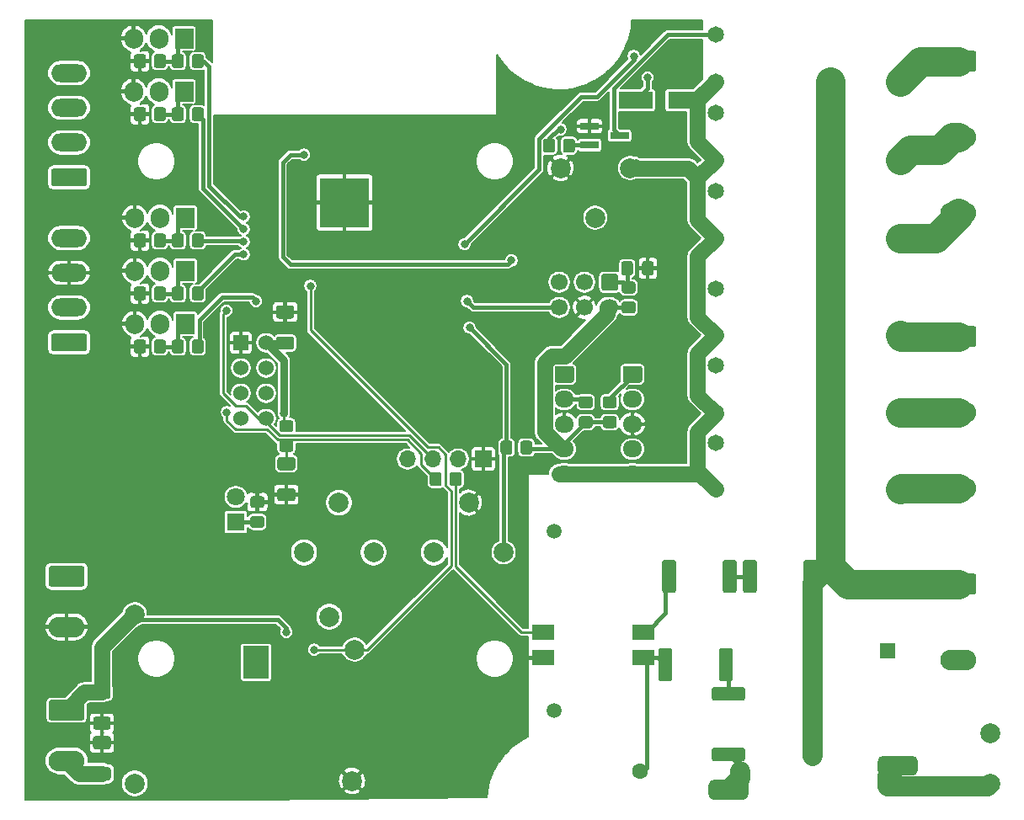
<source format=gbr>
%TF.GenerationSoftware,KiCad,Pcbnew,(5.1.8)-1*%
%TF.CreationDate,2021-03-17T21:52:08+01:00*%
%TF.ProjectId,sensactOutdoor,73656e73-6163-4744-9f75-74646f6f722e,rev?*%
%TF.SameCoordinates,Original*%
%TF.FileFunction,Copper,L2,Bot*%
%TF.FilePolarity,Positive*%
%FSLAX46Y46*%
G04 Gerber Fmt 4.6, Leading zero omitted, Abs format (unit mm)*
G04 Created by KiCad (PCBNEW (5.1.8)-1) date 2021-03-17 21:52:08*
%MOMM*%
%LPD*%
G01*
G04 APERTURE LIST*
%TA.AperFunction,SMDPad,CuDef*%
%ADD10R,2.300000X1.500000*%
%TD*%
%TA.AperFunction,ComponentPad*%
%ADD11C,1.600000*%
%TD*%
%TA.AperFunction,SMDPad,CuDef*%
%ADD12R,1.900000X0.800000*%
%TD*%
%TA.AperFunction,ComponentPad*%
%ADD13C,2.000000*%
%TD*%
%TA.AperFunction,SMDPad,CuDef*%
%ADD14R,3.500000X1.800000*%
%TD*%
%TA.AperFunction,ComponentPad*%
%ADD15C,1.500000*%
%TD*%
%TA.AperFunction,ComponentPad*%
%ADD16R,1.500000X1.500000*%
%TD*%
%TA.AperFunction,ComponentPad*%
%ADD17C,1.800000*%
%TD*%
%TA.AperFunction,ComponentPad*%
%ADD18O,1.700000X1.700000*%
%TD*%
%TA.AperFunction,ComponentPad*%
%ADD19R,1.700000X1.700000*%
%TD*%
%TA.AperFunction,ComponentPad*%
%ADD20C,1.524000*%
%TD*%
%TA.AperFunction,ComponentPad*%
%ADD21R,1.524000X1.524000*%
%TD*%
%TA.AperFunction,ComponentPad*%
%ADD22O,3.600000X2.100000*%
%TD*%
%TA.AperFunction,ComponentPad*%
%ADD23C,0.100000*%
%TD*%
%TA.AperFunction,ComponentPad*%
%ADD24O,1.905000X2.000000*%
%TD*%
%TA.AperFunction,ComponentPad*%
%ADD25R,1.905000X2.000000*%
%TD*%
%TA.AperFunction,ComponentPad*%
%ADD26C,1.650000*%
%TD*%
%TA.AperFunction,ComponentPad*%
%ADD27O,1.950000X1.700000*%
%TD*%
%TA.AperFunction,ComponentPad*%
%ADD28R,5.000000X5.000000*%
%TD*%
%TA.AperFunction,ComponentPad*%
%ADD29C,1.700000*%
%TD*%
%TA.AperFunction,ComponentPad*%
%ADD30O,3.600000X1.800000*%
%TD*%
%TA.AperFunction,ComponentPad*%
%ADD31R,1.800000X1.800000*%
%TD*%
%TA.AperFunction,ComponentPad*%
%ADD32O,3.600000X2.080000*%
%TD*%
%TA.AperFunction,ViaPad*%
%ADD33C,0.800000*%
%TD*%
%TA.AperFunction,Conductor*%
%ADD34C,0.400000*%
%TD*%
%TA.AperFunction,Conductor*%
%ADD35C,0.800000*%
%TD*%
%TA.AperFunction,Conductor*%
%ADD36C,1.600000*%
%TD*%
%TA.AperFunction,Conductor*%
%ADD37C,0.250000*%
%TD*%
%TA.AperFunction,Conductor*%
%ADD38C,3.000000*%
%TD*%
%TA.AperFunction,Conductor*%
%ADD39C,2.000000*%
%TD*%
%TA.AperFunction,Conductor*%
%ADD40C,0.200000*%
%TD*%
%TA.AperFunction,Conductor*%
%ADD41C,0.100000*%
%TD*%
G04 APERTURE END LIST*
%TO.P,R31,2*%
%TO.N,Net-(R30-Pad1)*%
%TA.AperFunction,SMDPad,CuDef*%
G36*
G01*
X95060000Y-89055001D02*
X95060000Y-86204999D01*
G75*
G02*
X95309999Y-85955000I249999J0D01*
G01*
X96210001Y-85955000D01*
G75*
G02*
X96460000Y-86204999I0J-249999D01*
G01*
X96460000Y-89055001D01*
G75*
G02*
X96210001Y-89305000I-249999J0D01*
G01*
X95309999Y-89305000D01*
G75*
G02*
X95060000Y-89055001I0J249999D01*
G01*
G37*
%TD.AperFunction*%
%TO.P,R31,1*%
%TO.N,Net-(C23-Pad2)*%
%TA.AperFunction,SMDPad,CuDef*%
G36*
G01*
X88960000Y-89055001D02*
X88960000Y-86204999D01*
G75*
G02*
X89209999Y-85955000I249999J0D01*
G01*
X90110001Y-85955000D01*
G75*
G02*
X90360000Y-86204999I0J-249999D01*
G01*
X90360000Y-89055001D01*
G75*
G02*
X90110001Y-89305000I-249999J0D01*
G01*
X89209999Y-89305000D01*
G75*
G02*
X88960000Y-89055001I0J249999D01*
G01*
G37*
%TD.AperFunction*%
%TD*%
%TO.P,R32,2*%
%TO.N,MAINS*%
%TA.AperFunction,SMDPad,CuDef*%
G36*
G01*
X67180000Y-68510999D02*
X67180000Y-69411001D01*
G75*
G02*
X66930001Y-69661000I-249999J0D01*
G01*
X66229999Y-69661000D01*
G75*
G02*
X65980000Y-69411001I0J249999D01*
G01*
X65980000Y-68510999D01*
G75*
G02*
X66229999Y-68261000I249999J0D01*
G01*
X66930001Y-68261000D01*
G75*
G02*
X67180000Y-68510999I0J-249999D01*
G01*
G37*
%TD.AperFunction*%
%TO.P,R32,1*%
%TO.N,Net-(R32-Pad1)*%
%TA.AperFunction,SMDPad,CuDef*%
G36*
G01*
X69180000Y-68510999D02*
X69180000Y-69411001D01*
G75*
G02*
X68930001Y-69661000I-249999J0D01*
G01*
X68229999Y-69661000D01*
G75*
G02*
X67980000Y-69411001I0J249999D01*
G01*
X67980000Y-68510999D01*
G75*
G02*
X68229999Y-68261000I249999J0D01*
G01*
X68930001Y-68261000D01*
G75*
G02*
X69180000Y-68510999I0J-249999D01*
G01*
G37*
%TD.AperFunction*%
%TD*%
%TO.P,Ce,2*%
%TO.N,GND*%
%TA.AperFunction,SMDPad,CuDef*%
G36*
G01*
X50911999Y-69861000D02*
X52212001Y-69861000D01*
G75*
G02*
X52462000Y-70110999I0J-249999D01*
G01*
X52462000Y-70936001D01*
G75*
G02*
X52212001Y-71186000I-249999J0D01*
G01*
X50911999Y-71186000D01*
G75*
G02*
X50662000Y-70936001I0J249999D01*
G01*
X50662000Y-70110999D01*
G75*
G02*
X50911999Y-69861000I249999J0D01*
G01*
G37*
%TD.AperFunction*%
%TO.P,Ce,1*%
%TO.N,MAINS*%
%TA.AperFunction,SMDPad,CuDef*%
G36*
G01*
X50911999Y-66736000D02*
X52212001Y-66736000D01*
G75*
G02*
X52462000Y-66985999I0J-249999D01*
G01*
X52462000Y-67811001D01*
G75*
G02*
X52212001Y-68061000I-249999J0D01*
G01*
X50911999Y-68061000D01*
G75*
G02*
X50662000Y-67811001I0J249999D01*
G01*
X50662000Y-66985999D01*
G75*
G02*
X50911999Y-66736000I249999J0D01*
G01*
G37*
%TD.AperFunction*%
%TD*%
%TO.P,J15,1*%
%TO.N,Net-(C23-Pad1)*%
%TA.AperFunction,SMDPad,CuDef*%
G36*
G01*
X97512000Y-101203000D02*
X94512000Y-101203000D01*
G75*
G02*
X94012000Y-100703000I0J500000D01*
G01*
X94012000Y-99703000D01*
G75*
G02*
X94512000Y-99203000I500000J0D01*
G01*
X97512000Y-99203000D01*
G75*
G02*
X98012000Y-99703000I0J-500000D01*
G01*
X98012000Y-100703000D01*
G75*
G02*
X97512000Y-101203000I-500000J0D01*
G01*
G37*
%TD.AperFunction*%
%TD*%
%TO.P,J14,1*%
%TO.N,/N*%
%TA.AperFunction,SMDPad,CuDef*%
G36*
G01*
X111530000Y-96790000D02*
X114530000Y-96790000D01*
G75*
G02*
X115030000Y-97290000I0J-500000D01*
G01*
X115030000Y-98290000D01*
G75*
G02*
X114530000Y-98790000I-500000J0D01*
G01*
X111530000Y-98790000D01*
G75*
G02*
X111030000Y-98290000I0J500000D01*
G01*
X111030000Y-97290000D01*
G75*
G02*
X111530000Y-96790000I500000J0D01*
G01*
G37*
%TD.AperFunction*%
%TD*%
D10*
%TO.P,U8,4*%
%TO.N,Net-(R32-Pad1)*%
X77423000Y-84328000D03*
%TO.P,U8,3*%
%TO.N,GND*%
X77423000Y-86868000D03*
%TO.P,U8,2*%
%TO.N,Net-(C23-Pad2)*%
X87423000Y-86868000D03*
%TO.P,U8,1*%
%TO.N,Net-(R16-Pad1)*%
X87423000Y-84328000D03*
%TD*%
%TO.P,R30,2*%
%TO.N,Net-(C23-Pad1)*%
%TA.AperFunction,SMDPad,CuDef*%
G36*
G01*
X94586999Y-95951000D02*
X97437001Y-95951000D01*
G75*
G02*
X97687000Y-96200999I0J-249999D01*
G01*
X97687000Y-97101001D01*
G75*
G02*
X97437001Y-97351000I-249999J0D01*
G01*
X94586999Y-97351000D01*
G75*
G02*
X94337000Y-97101001I0J249999D01*
G01*
X94337000Y-96200999D01*
G75*
G02*
X94586999Y-95951000I249999J0D01*
G01*
G37*
%TD.AperFunction*%
%TO.P,R30,1*%
%TO.N,Net-(R30-Pad1)*%
%TA.AperFunction,SMDPad,CuDef*%
G36*
G01*
X94586999Y-89851000D02*
X97437001Y-89851000D01*
G75*
G02*
X97687000Y-90100999I0J-249999D01*
G01*
X97687000Y-91001001D01*
G75*
G02*
X97437001Y-91251000I-249999J0D01*
G01*
X94586999Y-91251000D01*
G75*
G02*
X94337000Y-91001001I0J249999D01*
G01*
X94337000Y-90100999D01*
G75*
G02*
X94586999Y-89851000I249999J0D01*
G01*
G37*
%TD.AperFunction*%
%TD*%
%TO.P,R28,2*%
%TO.N,/L*%
%TA.AperFunction,SMDPad,CuDef*%
G36*
G01*
X103569000Y-80165001D02*
X103569000Y-77314999D01*
G75*
G02*
X103818999Y-77065000I249999J0D01*
G01*
X104719001Y-77065000D01*
G75*
G02*
X104969000Y-77314999I0J-249999D01*
G01*
X104969000Y-80165001D01*
G75*
G02*
X104719001Y-80415000I-249999J0D01*
G01*
X103818999Y-80415000D01*
G75*
G02*
X103569000Y-80165001I0J249999D01*
G01*
G37*
%TD.AperFunction*%
%TO.P,R28,1*%
%TO.N,Net-(R16-Pad2)*%
%TA.AperFunction,SMDPad,CuDef*%
G36*
G01*
X97469000Y-80165001D02*
X97469000Y-77314999D01*
G75*
G02*
X97718999Y-77065000I249999J0D01*
G01*
X98619001Y-77065000D01*
G75*
G02*
X98869000Y-77314999I0J-249999D01*
G01*
X98869000Y-80165001D01*
G75*
G02*
X98619001Y-80415000I-249999J0D01*
G01*
X97718999Y-80415000D01*
G75*
G02*
X97469000Y-80165001I0J249999D01*
G01*
G37*
%TD.AperFunction*%
%TD*%
%TO.P,R16,2*%
%TO.N,Net-(R16-Pad2)*%
%TA.AperFunction,SMDPad,CuDef*%
G36*
G01*
X95441000Y-80165001D02*
X95441000Y-77314999D01*
G75*
G02*
X95690999Y-77065000I249999J0D01*
G01*
X96591001Y-77065000D01*
G75*
G02*
X96841000Y-77314999I0J-249999D01*
G01*
X96841000Y-80165001D01*
G75*
G02*
X96591001Y-80415000I-249999J0D01*
G01*
X95690999Y-80415000D01*
G75*
G02*
X95441000Y-80165001I0J249999D01*
G01*
G37*
%TD.AperFunction*%
%TO.P,R16,1*%
%TO.N,Net-(R16-Pad1)*%
%TA.AperFunction,SMDPad,CuDef*%
G36*
G01*
X89341000Y-80165001D02*
X89341000Y-77314999D01*
G75*
G02*
X89590999Y-77065000I249999J0D01*
G01*
X90491001Y-77065000D01*
G75*
G02*
X90741000Y-77314999I0J-249999D01*
G01*
X90741000Y-80165001D01*
G75*
G02*
X90491001Y-80415000I-249999J0D01*
G01*
X89590999Y-80415000D01*
G75*
G02*
X89341000Y-80165001I0J249999D01*
G01*
G37*
%TD.AperFunction*%
%TD*%
D11*
%TO.P,C23,2*%
%TO.N,Net-(C23-Pad2)*%
X87155000Y-98298000D03*
%TO.P,C23,1*%
%TO.N,Net-(C23-Pad1)*%
X97155000Y-98298000D03*
%TD*%
%TO.P,R29,2*%
%TO.N,+3V3*%
%TA.AperFunction,SMDPad,CuDef*%
G36*
G01*
X52012001Y-64227000D02*
X51111999Y-64227000D01*
G75*
G02*
X50862000Y-63977001I0J249999D01*
G01*
X50862000Y-63276999D01*
G75*
G02*
X51111999Y-63027000I249999J0D01*
G01*
X52012001Y-63027000D01*
G75*
G02*
X52262000Y-63276999I0J-249999D01*
G01*
X52262000Y-63977001D01*
G75*
G02*
X52012001Y-64227000I-249999J0D01*
G01*
G37*
%TD.AperFunction*%
%TO.P,R29,1*%
%TO.N,MAINS*%
%TA.AperFunction,SMDPad,CuDef*%
G36*
G01*
X52012001Y-66227000D02*
X51111999Y-66227000D01*
G75*
G02*
X50862000Y-65977001I0J249999D01*
G01*
X50862000Y-65276999D01*
G75*
G02*
X51111999Y-65027000I249999J0D01*
G01*
X52012001Y-65027000D01*
G75*
G02*
X52262000Y-65276999I0J-249999D01*
G01*
X52262000Y-65977001D01*
G75*
G02*
X52012001Y-66227000I-249999J0D01*
G01*
G37*
%TD.AperFunction*%
%TD*%
D12*
%TO.P,Q6,3*%
%TO.N,Net-(K1-PadA2)*%
X85066000Y-34417000D03*
%TO.P,Q6,2*%
%TO.N,GND*%
X82066000Y-33467000D03*
%TO.P,Q6,1*%
%TO.N,Net-(Q6-Pad1)*%
X82066000Y-35367000D03*
%TD*%
D13*
%TO.P,J13,3*%
%TO.N,GND*%
X79121000Y-37672000D03*
%TO.P,J13,2*%
%TO.N,Net-(D5-Pad2)*%
X82621000Y-42672000D03*
%TO.P,J13,1*%
%TO.N,+5V*%
X86121001Y-37672000D03*
%TD*%
%TO.P,J12,3*%
%TO.N,OneWire*%
X73395601Y-76327000D03*
%TO.P,J12,2*%
%TO.N,GND*%
X69895601Y-71327000D03*
%TO.P,J12,1*%
%TO.N,CANH*%
X66395600Y-76327000D03*
%TD*%
%TO.P,J10,3*%
%TO.N,CANH*%
X60340001Y-76327000D03*
%TO.P,J10,2*%
%TO.N,CANL*%
X56840001Y-71327000D03*
%TO.P,J10,1*%
X53340000Y-76327000D03*
%TD*%
D14*
%TO.P,D4,2*%
%TO.N,+5V*%
X91654000Y-30861000D03*
%TO.P,D4,1*%
%TO.N,Net-(D4-Pad1)*%
X86654000Y-30861000D03*
%TD*%
D15*
%TO.P,PS1,4*%
%TO.N,+5V*%
X78450000Y-74202000D03*
%TO.P,PS1,3*%
%TO.N,GND*%
X78450000Y-92202000D03*
%TO.P,PS1,2*%
%TO.N,/L*%
X112050000Y-80202000D03*
D16*
%TO.P,PS1,1*%
%TO.N,/N*%
X112050000Y-86202000D03*
%TD*%
D17*
%TO.P,RV1,2*%
%TO.N,/L*%
X104514000Y-96922000D03*
%TO.P,RV1,1*%
%TO.N,/N*%
X112014000Y-99822000D03*
%TD*%
D13*
%TO.P,F1,2*%
%TO.N,Net-(F1-Pad2)*%
X122301000Y-94488000D03*
%TO.P,F1,1*%
%TO.N,/N*%
X122301000Y-99568000D03*
%TD*%
%TO.P,TP4,1*%
%TO.N,/LED_CC*%
X36322000Y-99568000D03*
%TD*%
%TO.P,TP2,1*%
%TO.N,GND*%
X58166000Y-99314000D03*
%TD*%
D18*
%TO.P,U7,4*%
%TO.N,+3V3*%
X63754000Y-66929000D03*
%TO.P,U7,3*%
%TO.N,IRQ*%
X66294000Y-66929000D03*
%TO.P,U7,2*%
X68834000Y-66929000D03*
D19*
%TO.P,U7,1*%
%TO.N,GND*%
X71374000Y-66929000D03*
%TD*%
%TO.P,C22,2*%
%TO.N,GND*%
%TA.AperFunction,SMDPad,CuDef*%
G36*
G01*
X52085001Y-52821000D02*
X50784999Y-52821000D01*
G75*
G02*
X50535000Y-52571001I0J249999D01*
G01*
X50535000Y-51745999D01*
G75*
G02*
X50784999Y-51496000I249999J0D01*
G01*
X52085001Y-51496000D01*
G75*
G02*
X52335000Y-51745999I0J-249999D01*
G01*
X52335000Y-52571001D01*
G75*
G02*
X52085001Y-52821000I-249999J0D01*
G01*
G37*
%TD.AperFunction*%
%TO.P,C22,1*%
%TO.N,+3V3*%
%TA.AperFunction,SMDPad,CuDef*%
G36*
G01*
X52085001Y-55946000D02*
X50784999Y-55946000D01*
G75*
G02*
X50535000Y-55696001I0J249999D01*
G01*
X50535000Y-54870999D01*
G75*
G02*
X50784999Y-54621000I249999J0D01*
G01*
X52085001Y-54621000D01*
G75*
G02*
X52335000Y-54870999I0J-249999D01*
G01*
X52335000Y-55696001D01*
G75*
G02*
X52085001Y-55946000I-249999J0D01*
G01*
G37*
%TD.AperFunction*%
%TD*%
D20*
%TO.P,U6,8*%
%TO.N,IRQ*%
X49530000Y-62865000D03*
%TO.P,U6,7*%
%TO.N,MISO*%
X46990000Y-62865000D03*
%TO.P,U6,6*%
%TO.N,CANT*%
X49530000Y-60325000D03*
%TO.P,U6,5*%
%TO.N,CANR*%
X46990000Y-60325000D03*
%TO.P,U6,4*%
%TO.N,CSN*%
X49530000Y-57785000D03*
%TO.P,U6,3*%
%TO.N,CE*%
X46990000Y-57785000D03*
%TO.P,U6,2*%
%TO.N,+3V3*%
X49530000Y-55245000D03*
D21*
%TO.P,U6,1*%
%TO.N,GND*%
X46990000Y-55245000D03*
%TD*%
D13*
%TO.P,TP3,1*%
%TO.N,LED_CC_EN*%
X58420000Y-86106000D03*
%TD*%
%TO.P,TP5,1*%
%TO.N,/LED_CC-*%
X36322000Y-82550000D03*
%TD*%
%TO.P,TP1,1*%
%TO.N,+48V*%
X55880000Y-82804000D03*
%TD*%
D22*
%TO.P,J9,2*%
%TO.N,Net-(F1-Pad2)*%
X119126000Y-87122000D03*
%TO.P,J9,1*%
%TO.N,/L*%
%TA.AperFunction,ComponentPad*%
G36*
G01*
X117576000Y-78452000D02*
X120676000Y-78452000D01*
G75*
G02*
X120926000Y-78702000I0J-250000D01*
G01*
X120926000Y-80302000D01*
G75*
G02*
X120676000Y-80552000I-250000J0D01*
G01*
X117576000Y-80552000D01*
G75*
G02*
X117326000Y-80302000I0J250000D01*
G01*
X117326000Y-78702000D01*
G75*
G02*
X117576000Y-78452000I250000J0D01*
G01*
G37*
%TD.AperFunction*%
%TD*%
%TO.P,J3,3*%
%TO.N,/L6*%
X119126000Y-69850000D03*
%TO.P,J3,2*%
%TO.N,/L5*%
X119126000Y-62230000D03*
%TO.P,J3,1*%
%TO.N,/L4*%
%TA.AperFunction,ComponentPad*%
G36*
G01*
X117576000Y-53560000D02*
X120676000Y-53560000D01*
G75*
G02*
X120926000Y-53810000I0J-250000D01*
G01*
X120926000Y-55410000D01*
G75*
G02*
X120676000Y-55660000I-250000J0D01*
G01*
X117576000Y-55660000D01*
G75*
G02*
X117326000Y-55410000I0J250000D01*
G01*
X117326000Y-53810000D01*
G75*
G02*
X117576000Y-53560000I250000J0D01*
G01*
G37*
%TD.AperFunction*%
%TD*%
%TO.P,J2,3*%
%TO.N,/L3*%
X119126000Y-42164000D03*
%TO.P,J2,2*%
%TO.N,/L2*%
X119126000Y-34544000D03*
%TO.P,J2,1*%
%TO.N,/L1*%
%TA.AperFunction,ComponentPad*%
G36*
G01*
X117576000Y-25874000D02*
X120676000Y-25874000D01*
G75*
G02*
X120926000Y-26124000I0J-250000D01*
G01*
X120926000Y-27724000D01*
G75*
G02*
X120676000Y-27974000I-250000J0D01*
G01*
X117576000Y-27974000D01*
G75*
G02*
X117326000Y-27724000I0J250000D01*
G01*
X117326000Y-26124000D01*
G75*
G02*
X117576000Y-25874000I250000J0D01*
G01*
G37*
%TD.AperFunction*%
%TD*%
%TA.AperFunction,ComponentPad*%
D23*
%TO.P,U2,9*%
%TO.N,N/C*%
G36*
X49814000Y-85726000D02*
G01*
X49814000Y-89026000D01*
X47214000Y-89026000D01*
X47214000Y-85726000D01*
X49814000Y-85726000D01*
G37*
%TD.AperFunction*%
%TD*%
%TO.P,R27,2*%
%TO.N,+3V3*%
%TA.AperFunction,SMDPad,CuDef*%
G36*
G01*
X75092000Y-66236001D02*
X75092000Y-65335999D01*
G75*
G02*
X75341999Y-65086000I249999J0D01*
G01*
X76042001Y-65086000D01*
G75*
G02*
X76292000Y-65335999I0J-249999D01*
G01*
X76292000Y-66236001D01*
G75*
G02*
X76042001Y-66486000I-249999J0D01*
G01*
X75341999Y-66486000D01*
G75*
G02*
X75092000Y-66236001I0J249999D01*
G01*
G37*
%TD.AperFunction*%
%TO.P,R27,1*%
%TO.N,OneWire*%
%TA.AperFunction,SMDPad,CuDef*%
G36*
G01*
X73092000Y-66236001D02*
X73092000Y-65335999D01*
G75*
G02*
X73341999Y-65086000I249999J0D01*
G01*
X74042001Y-65086000D01*
G75*
G02*
X74292000Y-65335999I0J-249999D01*
G01*
X74292000Y-66236001D01*
G75*
G02*
X74042001Y-66486000I-249999J0D01*
G01*
X73341999Y-66486000D01*
G75*
G02*
X73092000Y-66236001I0J249999D01*
G01*
G37*
%TD.AperFunction*%
%TD*%
D24*
%TO.P,Q3,3*%
%TO.N,GND*%
X36195000Y-29972000D03*
%TO.P,Q3,2*%
%TO.N,/PWM_2*%
X38735000Y-29972000D03*
D25*
%TO.P,Q3,1*%
%TO.N,Net-(Q3-Pad1)*%
X41275000Y-29972000D03*
%TD*%
D26*
%TO.P,K6,14*%
%TO.N,/L6*%
X113242000Y-69977000D03*
%TO.P,K6,11*%
%TO.N,/L*%
X106242000Y-69977000D03*
%TO.P,K6,A2*%
%TO.N,Net-(K6-PadA2)*%
X94742000Y-65277000D03*
%TO.P,K6,A1*%
%TO.N,+5V*%
X94742000Y-69977000D03*
%TD*%
%TO.P,K5,14*%
%TO.N,/L5*%
X113242000Y-62230000D03*
%TO.P,K5,11*%
%TO.N,/L*%
X106242000Y-62230000D03*
%TO.P,K5,A2*%
%TO.N,Net-(K5-PadA2)*%
X94742000Y-57530000D03*
%TO.P,K5,A1*%
%TO.N,+5V*%
X94742000Y-62230000D03*
%TD*%
%TO.P,K4,14*%
%TO.N,/L4*%
X113242000Y-54483000D03*
%TO.P,K4,11*%
%TO.N,/L*%
X106242000Y-54483000D03*
%TO.P,K4,A2*%
%TO.N,Net-(K4-PadA2)*%
X94742000Y-49783000D03*
%TO.P,K4,A1*%
%TO.N,+5V*%
X94742000Y-54483000D03*
%TD*%
%TO.P,K3,14*%
%TO.N,/L3*%
X113242000Y-44704000D03*
%TO.P,K3,11*%
%TO.N,/L*%
X106242000Y-44704000D03*
%TO.P,K3,A2*%
%TO.N,Net-(K3-PadA2)*%
X94742000Y-40004000D03*
%TO.P,K3,A1*%
%TO.N,+5V*%
X94742000Y-44704000D03*
%TD*%
%TO.P,K2,14*%
%TO.N,/L2*%
X113242000Y-36830000D03*
%TO.P,K2,11*%
%TO.N,/L*%
X106242000Y-36830000D03*
%TO.P,K2,A2*%
%TO.N,Net-(K2-PadA2)*%
X94742000Y-32130000D03*
%TO.P,K2,A1*%
%TO.N,+5V*%
X94742000Y-36830000D03*
%TD*%
%TO.P,K1,14*%
%TO.N,/L1*%
X113242000Y-28956000D03*
%TO.P,K1,11*%
%TO.N,/L*%
X106242000Y-28956000D03*
%TO.P,K1,A2*%
%TO.N,Net-(K1-PadA2)*%
X94742000Y-24256000D03*
%TO.P,K1,A1*%
%TO.N,+5V*%
X94742000Y-28956000D03*
%TD*%
D27*
%TO.P,J11,5*%
%TO.N,+5V*%
X79502000Y-68420000D03*
%TO.P,J11,4*%
%TO.N,+3V3*%
X79502000Y-65920000D03*
%TO.P,J11,3*%
%TO.N,GND*%
X79502000Y-63420000D03*
%TO.P,J11,2*%
%TO.N,SCL*%
X79502000Y-60920000D03*
%TO.P,J11,1*%
%TO.N,SDA*%
%TA.AperFunction,ComponentPad*%
G36*
G01*
X78777000Y-57570000D02*
X80227000Y-57570000D01*
G75*
G02*
X80477000Y-57820000I0J-250000D01*
G01*
X80477000Y-59020000D01*
G75*
G02*
X80227000Y-59270000I-250000J0D01*
G01*
X78777000Y-59270000D01*
G75*
G02*
X78527000Y-59020000I0J250000D01*
G01*
X78527000Y-57820000D01*
G75*
G02*
X78777000Y-57570000I250000J0D01*
G01*
G37*
%TD.AperFunction*%
%TD*%
%TO.P,R26,2*%
%TO.N,SCL*%
%TA.AperFunction,SMDPad,CuDef*%
G36*
G01*
X82111001Y-61830000D02*
X81210999Y-61830000D01*
G75*
G02*
X80961000Y-61580001I0J249999D01*
G01*
X80961000Y-60879999D01*
G75*
G02*
X81210999Y-60630000I249999J0D01*
G01*
X82111001Y-60630000D01*
G75*
G02*
X82361000Y-60879999I0J-249999D01*
G01*
X82361000Y-61580001D01*
G75*
G02*
X82111001Y-61830000I-249999J0D01*
G01*
G37*
%TD.AperFunction*%
%TO.P,R26,1*%
%TO.N,+3V3*%
%TA.AperFunction,SMDPad,CuDef*%
G36*
G01*
X82111001Y-63830000D02*
X81210999Y-63830000D01*
G75*
G02*
X80961000Y-63580001I0J249999D01*
G01*
X80961000Y-62879999D01*
G75*
G02*
X81210999Y-62630000I249999J0D01*
G01*
X82111001Y-62630000D01*
G75*
G02*
X82361000Y-62879999I0J-249999D01*
G01*
X82361000Y-63580001D01*
G75*
G02*
X82111001Y-63830000I-249999J0D01*
G01*
G37*
%TD.AperFunction*%
%TD*%
%TO.P,R25,2*%
%TO.N,SDA*%
%TA.AperFunction,SMDPad,CuDef*%
G36*
G01*
X84524001Y-61830000D02*
X83623999Y-61830000D01*
G75*
G02*
X83374000Y-61580001I0J249999D01*
G01*
X83374000Y-60879999D01*
G75*
G02*
X83623999Y-60630000I249999J0D01*
G01*
X84524001Y-60630000D01*
G75*
G02*
X84774000Y-60879999I0J-249999D01*
G01*
X84774000Y-61580001D01*
G75*
G02*
X84524001Y-61830000I-249999J0D01*
G01*
G37*
%TD.AperFunction*%
%TO.P,R25,1*%
%TO.N,+3V3*%
%TA.AperFunction,SMDPad,CuDef*%
G36*
G01*
X84524001Y-63830000D02*
X83623999Y-63830000D01*
G75*
G02*
X83374000Y-63580001I0J249999D01*
G01*
X83374000Y-62879999D01*
G75*
G02*
X83623999Y-62630000I249999J0D01*
G01*
X84524001Y-62630000D01*
G75*
G02*
X84774000Y-62879999I0J-249999D01*
G01*
X84774000Y-63580001D01*
G75*
G02*
X84524001Y-63830000I-249999J0D01*
G01*
G37*
%TD.AperFunction*%
%TD*%
D28*
%TO.P,U1,39*%
%TO.N,GND*%
X57404000Y-41148000D03*
%TD*%
%TO.P,R9,2*%
%TO.N,+3V3*%
%TA.AperFunction,SMDPad,CuDef*%
G36*
G01*
X85528999Y-51089000D02*
X86429001Y-51089000D01*
G75*
G02*
X86679000Y-51338999I0J-249999D01*
G01*
X86679000Y-52039001D01*
G75*
G02*
X86429001Y-52289000I-249999J0D01*
G01*
X85528999Y-52289000D01*
G75*
G02*
X85279000Y-52039001I0J249999D01*
G01*
X85279000Y-51338999D01*
G75*
G02*
X85528999Y-51089000I249999J0D01*
G01*
G37*
%TD.AperFunction*%
%TO.P,R9,1*%
%TO.N,PROG_EN*%
%TA.AperFunction,SMDPad,CuDef*%
G36*
G01*
X85528999Y-49089000D02*
X86429001Y-49089000D01*
G75*
G02*
X86679000Y-49338999I0J-249999D01*
G01*
X86679000Y-50039001D01*
G75*
G02*
X86429001Y-50289000I-249999J0D01*
G01*
X85528999Y-50289000D01*
G75*
G02*
X85279000Y-50039001I0J249999D01*
G01*
X85279000Y-49338999D01*
G75*
G02*
X85528999Y-49089000I249999J0D01*
G01*
G37*
%TD.AperFunction*%
%TD*%
%TO.P,C15,2*%
%TO.N,PROG_EN*%
%TA.AperFunction,SMDPad,CuDef*%
G36*
G01*
X86418000Y-47277000D02*
X86418000Y-48227000D01*
G75*
G02*
X86168000Y-48477000I-250000J0D01*
G01*
X85493000Y-48477000D01*
G75*
G02*
X85243000Y-48227000I0J250000D01*
G01*
X85243000Y-47277000D01*
G75*
G02*
X85493000Y-47027000I250000J0D01*
G01*
X86168000Y-47027000D01*
G75*
G02*
X86418000Y-47277000I0J-250000D01*
G01*
G37*
%TD.AperFunction*%
%TO.P,C15,1*%
%TO.N,GND*%
%TA.AperFunction,SMDPad,CuDef*%
G36*
G01*
X88493000Y-47277000D02*
X88493000Y-48227000D01*
G75*
G02*
X88243000Y-48477000I-250000J0D01*
G01*
X87568000Y-48477000D01*
G75*
G02*
X87318000Y-48227000I0J250000D01*
G01*
X87318000Y-47277000D01*
G75*
G02*
X87568000Y-47027000I250000J0D01*
G01*
X88243000Y-47027000D01*
G75*
G02*
X88493000Y-47277000I0J-250000D01*
G01*
G37*
%TD.AperFunction*%
%TD*%
%TO.P,R21,2*%
%TO.N,Net-(Q5-Pad1)*%
%TA.AperFunction,SMDPad,CuDef*%
G36*
G01*
X41256000Y-49841999D02*
X41256000Y-50742001D01*
G75*
G02*
X41006001Y-50992000I-249999J0D01*
G01*
X40305999Y-50992000D01*
G75*
G02*
X40056000Y-50742001I0J249999D01*
G01*
X40056000Y-49841999D01*
G75*
G02*
X40305999Y-49592000I249999J0D01*
G01*
X41006001Y-49592000D01*
G75*
G02*
X41256000Y-49841999I0J-249999D01*
G01*
G37*
%TD.AperFunction*%
%TO.P,R21,1*%
%TO.N,PWM4*%
%TA.AperFunction,SMDPad,CuDef*%
G36*
G01*
X43256000Y-49841999D02*
X43256000Y-50742001D01*
G75*
G02*
X43006001Y-50992000I-249999J0D01*
G01*
X42305999Y-50992000D01*
G75*
G02*
X42056000Y-50742001I0J249999D01*
G01*
X42056000Y-49841999D01*
G75*
G02*
X42305999Y-49592000I249999J0D01*
G01*
X43006001Y-49592000D01*
G75*
G02*
X43256000Y-49841999I0J-249999D01*
G01*
G37*
%TD.AperFunction*%
%TD*%
%TO.P,R19,2*%
%TO.N,Net-(Q4-Pad1)*%
%TA.AperFunction,SMDPad,CuDef*%
G36*
G01*
X41256000Y-44507999D02*
X41256000Y-45408001D01*
G75*
G02*
X41006001Y-45658000I-249999J0D01*
G01*
X40305999Y-45658000D01*
G75*
G02*
X40056000Y-45408001I0J249999D01*
G01*
X40056000Y-44507999D01*
G75*
G02*
X40305999Y-44258000I249999J0D01*
G01*
X41006001Y-44258000D01*
G75*
G02*
X41256000Y-44507999I0J-249999D01*
G01*
G37*
%TD.AperFunction*%
%TO.P,R19,1*%
%TO.N,PWM3*%
%TA.AperFunction,SMDPad,CuDef*%
G36*
G01*
X43256000Y-44507999D02*
X43256000Y-45408001D01*
G75*
G02*
X43006001Y-45658000I-249999J0D01*
G01*
X42305999Y-45658000D01*
G75*
G02*
X42056000Y-45408001I0J249999D01*
G01*
X42056000Y-44507999D01*
G75*
G02*
X42305999Y-44258000I249999J0D01*
G01*
X43006001Y-44258000D01*
G75*
G02*
X43256000Y-44507999I0J-249999D01*
G01*
G37*
%TD.AperFunction*%
%TD*%
D27*
%TO.P,J7,5*%
%TO.N,+5V*%
X86360000Y-68420000D03*
%TO.P,J7,4*%
%TO.N,+3V3*%
X86360000Y-65920000D03*
%TO.P,J7,3*%
%TO.N,GND*%
X86360000Y-63420000D03*
%TO.P,J7,2*%
%TO.N,SCL*%
X86360000Y-60920000D03*
%TO.P,J7,1*%
%TO.N,SDA*%
%TA.AperFunction,ComponentPad*%
G36*
G01*
X85635000Y-57570000D02*
X87085000Y-57570000D01*
G75*
G02*
X87335000Y-57820000I0J-250000D01*
G01*
X87335000Y-59020000D01*
G75*
G02*
X87085000Y-59270000I-250000J0D01*
G01*
X85635000Y-59270000D01*
G75*
G02*
X85385000Y-59020000I0J250000D01*
G01*
X85385000Y-57820000D01*
G75*
G02*
X85635000Y-57570000I250000J0D01*
G01*
G37*
%TD.AperFunction*%
%TD*%
D29*
%TO.P,J4,6*%
%TO.N,PROG_IO0*%
X78994000Y-51689000D03*
%TO.P,J4,4*%
%TO.N,GND*%
X81534000Y-51689000D03*
%TO.P,J4,2*%
%TO.N,+3V3*%
X84074000Y-51689000D03*
%TO.P,J4,5*%
%TO.N,PROG_RX*%
X78994000Y-49149000D03*
%TO.P,J4,3*%
%TO.N,PROG_TX*%
X81534000Y-49149000D03*
%TO.P,J4,1*%
%TO.N,PROG_EN*%
%TA.AperFunction,ComponentPad*%
G36*
G01*
X83474000Y-48299000D02*
X84674000Y-48299000D01*
G75*
G02*
X84924000Y-48549000I0J-250000D01*
G01*
X84924000Y-49749000D01*
G75*
G02*
X84674000Y-49999000I-250000J0D01*
G01*
X83474000Y-49999000D01*
G75*
G02*
X83224000Y-49749000I0J250000D01*
G01*
X83224000Y-48549000D01*
G75*
G02*
X83474000Y-48299000I250000J0D01*
G01*
G37*
%TD.AperFunction*%
%TD*%
D30*
%TO.P,J8,4*%
%TO.N,/PWM_5*%
X29718000Y-44704000D03*
%TO.P,J8,3*%
%TO.N,GND*%
X29718000Y-48204000D03*
%TO.P,J8,2*%
%TO.N,+24V*%
X29718000Y-51704000D03*
%TO.P,J8,1*%
%TO.N,+12V*%
%TA.AperFunction,ComponentPad*%
G36*
G01*
X31268000Y-56104000D02*
X28168000Y-56104000D01*
G75*
G02*
X27918000Y-55854000I0J250000D01*
G01*
X27918000Y-54554000D01*
G75*
G02*
X28168000Y-54304000I250000J0D01*
G01*
X31268000Y-54304000D01*
G75*
G02*
X31518000Y-54554000I0J-250000D01*
G01*
X31518000Y-55854000D01*
G75*
G02*
X31268000Y-56104000I-250000J0D01*
G01*
G37*
%TD.AperFunction*%
%TD*%
%TO.P,R22,2*%
%TO.N,GND*%
%TA.AperFunction,SMDPad,CuDef*%
G36*
G01*
X37446000Y-49841999D02*
X37446000Y-50742001D01*
G75*
G02*
X37196001Y-50992000I-249999J0D01*
G01*
X36495999Y-50992000D01*
G75*
G02*
X36246000Y-50742001I0J249999D01*
G01*
X36246000Y-49841999D01*
G75*
G02*
X36495999Y-49592000I249999J0D01*
G01*
X37196001Y-49592000D01*
G75*
G02*
X37446000Y-49841999I0J-249999D01*
G01*
G37*
%TD.AperFunction*%
%TO.P,R22,1*%
%TO.N,Net-(Q5-Pad1)*%
%TA.AperFunction,SMDPad,CuDef*%
G36*
G01*
X39446000Y-49841999D02*
X39446000Y-50742001D01*
G75*
G02*
X39196001Y-50992000I-249999J0D01*
G01*
X38495999Y-50992000D01*
G75*
G02*
X38246000Y-50742001I0J249999D01*
G01*
X38246000Y-49841999D01*
G75*
G02*
X38495999Y-49592000I249999J0D01*
G01*
X39196001Y-49592000D01*
G75*
G02*
X39446000Y-49841999I0J-249999D01*
G01*
G37*
%TD.AperFunction*%
%TD*%
%TO.P,R20,2*%
%TO.N,GND*%
%TA.AperFunction,SMDPad,CuDef*%
G36*
G01*
X37446000Y-44507999D02*
X37446000Y-45408001D01*
G75*
G02*
X37196001Y-45658000I-249999J0D01*
G01*
X36495999Y-45658000D01*
G75*
G02*
X36246000Y-45408001I0J249999D01*
G01*
X36246000Y-44507999D01*
G75*
G02*
X36495999Y-44258000I249999J0D01*
G01*
X37196001Y-44258000D01*
G75*
G02*
X37446000Y-44507999I0J-249999D01*
G01*
G37*
%TD.AperFunction*%
%TO.P,R20,1*%
%TO.N,Net-(Q4-Pad1)*%
%TA.AperFunction,SMDPad,CuDef*%
G36*
G01*
X39446000Y-44507999D02*
X39446000Y-45408001D01*
G75*
G02*
X39196001Y-45658000I-249999J0D01*
G01*
X38495999Y-45658000D01*
G75*
G02*
X38246000Y-45408001I0J249999D01*
G01*
X38246000Y-44507999D01*
G75*
G02*
X38495999Y-44258000I249999J0D01*
G01*
X39196001Y-44258000D01*
G75*
G02*
X39446000Y-44507999I0J-249999D01*
G01*
G37*
%TD.AperFunction*%
%TD*%
%TO.P,R18,2*%
%TO.N,GND*%
%TA.AperFunction,SMDPad,CuDef*%
G36*
G01*
X37446000Y-31807999D02*
X37446000Y-32708001D01*
G75*
G02*
X37196001Y-32958000I-249999J0D01*
G01*
X36495999Y-32958000D01*
G75*
G02*
X36246000Y-32708001I0J249999D01*
G01*
X36246000Y-31807999D01*
G75*
G02*
X36495999Y-31558000I249999J0D01*
G01*
X37196001Y-31558000D01*
G75*
G02*
X37446000Y-31807999I0J-249999D01*
G01*
G37*
%TD.AperFunction*%
%TO.P,R18,1*%
%TO.N,Net-(Q3-Pad1)*%
%TA.AperFunction,SMDPad,CuDef*%
G36*
G01*
X39446000Y-31807999D02*
X39446000Y-32708001D01*
G75*
G02*
X39196001Y-32958000I-249999J0D01*
G01*
X38495999Y-32958000D01*
G75*
G02*
X38246000Y-32708001I0J249999D01*
G01*
X38246000Y-31807999D01*
G75*
G02*
X38495999Y-31558000I249999J0D01*
G01*
X39196001Y-31558000D01*
G75*
G02*
X39446000Y-31807999I0J-249999D01*
G01*
G37*
%TD.AperFunction*%
%TD*%
%TO.P,R17,2*%
%TO.N,Net-(Q3-Pad1)*%
%TA.AperFunction,SMDPad,CuDef*%
G36*
G01*
X41256000Y-31807999D02*
X41256000Y-32708001D01*
G75*
G02*
X41006001Y-32958000I-249999J0D01*
G01*
X40305999Y-32958000D01*
G75*
G02*
X40056000Y-32708001I0J249999D01*
G01*
X40056000Y-31807999D01*
G75*
G02*
X40305999Y-31558000I249999J0D01*
G01*
X41006001Y-31558000D01*
G75*
G02*
X41256000Y-31807999I0J-249999D01*
G01*
G37*
%TD.AperFunction*%
%TO.P,R17,1*%
%TO.N,PWM2*%
%TA.AperFunction,SMDPad,CuDef*%
G36*
G01*
X43256000Y-31807999D02*
X43256000Y-32708001D01*
G75*
G02*
X43006001Y-32958000I-249999J0D01*
G01*
X42305999Y-32958000D01*
G75*
G02*
X42056000Y-32708001I0J249999D01*
G01*
X42056000Y-31807999D01*
G75*
G02*
X42305999Y-31558000I249999J0D01*
G01*
X43006001Y-31558000D01*
G75*
G02*
X43256000Y-31807999I0J-249999D01*
G01*
G37*
%TD.AperFunction*%
%TD*%
%TO.P,R15,2*%
%TO.N,GND*%
%TA.AperFunction,SMDPad,CuDef*%
G36*
G01*
X37446000Y-26473999D02*
X37446000Y-27374001D01*
G75*
G02*
X37196001Y-27624000I-249999J0D01*
G01*
X36495999Y-27624000D01*
G75*
G02*
X36246000Y-27374001I0J249999D01*
G01*
X36246000Y-26473999D01*
G75*
G02*
X36495999Y-26224000I249999J0D01*
G01*
X37196001Y-26224000D01*
G75*
G02*
X37446000Y-26473999I0J-249999D01*
G01*
G37*
%TD.AperFunction*%
%TO.P,R15,1*%
%TO.N,Net-(Q2-Pad1)*%
%TA.AperFunction,SMDPad,CuDef*%
G36*
G01*
X39446000Y-26473999D02*
X39446000Y-27374001D01*
G75*
G02*
X39196001Y-27624000I-249999J0D01*
G01*
X38495999Y-27624000D01*
G75*
G02*
X38246000Y-27374001I0J249999D01*
G01*
X38246000Y-26473999D01*
G75*
G02*
X38495999Y-26224000I249999J0D01*
G01*
X39196001Y-26224000D01*
G75*
G02*
X39446000Y-26473999I0J-249999D01*
G01*
G37*
%TD.AperFunction*%
%TD*%
%TO.P,R14,2*%
%TO.N,Net-(Q2-Pad1)*%
%TA.AperFunction,SMDPad,CuDef*%
G36*
G01*
X41256000Y-26473999D02*
X41256000Y-27374001D01*
G75*
G02*
X41006001Y-27624000I-249999J0D01*
G01*
X40305999Y-27624000D01*
G75*
G02*
X40056000Y-27374001I0J249999D01*
G01*
X40056000Y-26473999D01*
G75*
G02*
X40305999Y-26224000I249999J0D01*
G01*
X41006001Y-26224000D01*
G75*
G02*
X41256000Y-26473999I0J-249999D01*
G01*
G37*
%TD.AperFunction*%
%TO.P,R14,1*%
%TO.N,PWM1*%
%TA.AperFunction,SMDPad,CuDef*%
G36*
G01*
X43256000Y-26473999D02*
X43256000Y-27374001D01*
G75*
G02*
X43006001Y-27624000I-249999J0D01*
G01*
X42305999Y-27624000D01*
G75*
G02*
X42056000Y-27374001I0J249999D01*
G01*
X42056000Y-26473999D01*
G75*
G02*
X42305999Y-26224000I249999J0D01*
G01*
X43006001Y-26224000D01*
G75*
G02*
X43256000Y-26473999I0J-249999D01*
G01*
G37*
%TD.AperFunction*%
%TD*%
%TO.P,R13,2*%
%TO.N,GND*%
%TA.AperFunction,SMDPad,CuDef*%
G36*
G01*
X49091001Y-71863000D02*
X48190999Y-71863000D01*
G75*
G02*
X47941000Y-71613001I0J249999D01*
G01*
X47941000Y-70912999D01*
G75*
G02*
X48190999Y-70663000I249999J0D01*
G01*
X49091001Y-70663000D01*
G75*
G02*
X49341000Y-70912999I0J-249999D01*
G01*
X49341000Y-71613001D01*
G75*
G02*
X49091001Y-71863000I-249999J0D01*
G01*
G37*
%TD.AperFunction*%
%TO.P,R13,1*%
%TO.N,Net-(D3-Pad1)*%
%TA.AperFunction,SMDPad,CuDef*%
G36*
G01*
X49091001Y-73863000D02*
X48190999Y-73863000D01*
G75*
G02*
X47941000Y-73613001I0J249999D01*
G01*
X47941000Y-72912999D01*
G75*
G02*
X48190999Y-72663000I249999J0D01*
G01*
X49091001Y-72663000D01*
G75*
G02*
X49341000Y-72912999I0J-249999D01*
G01*
X49341000Y-73613001D01*
G75*
G02*
X49091001Y-73863000I-249999J0D01*
G01*
G37*
%TD.AperFunction*%
%TD*%
%TO.P,R12,2*%
%TO.N,GND*%
%TA.AperFunction,SMDPad,CuDef*%
G36*
G01*
X37446000Y-55175999D02*
X37446000Y-56076001D01*
G75*
G02*
X37196001Y-56326000I-249999J0D01*
G01*
X36495999Y-56326000D01*
G75*
G02*
X36246000Y-56076001I0J249999D01*
G01*
X36246000Y-55175999D01*
G75*
G02*
X36495999Y-54926000I249999J0D01*
G01*
X37196001Y-54926000D01*
G75*
G02*
X37446000Y-55175999I0J-249999D01*
G01*
G37*
%TD.AperFunction*%
%TO.P,R12,1*%
%TO.N,Net-(Q1-Pad1)*%
%TA.AperFunction,SMDPad,CuDef*%
G36*
G01*
X39446000Y-55175999D02*
X39446000Y-56076001D01*
G75*
G02*
X39196001Y-56326000I-249999J0D01*
G01*
X38495999Y-56326000D01*
G75*
G02*
X38246000Y-56076001I0J249999D01*
G01*
X38246000Y-55175999D01*
G75*
G02*
X38495999Y-54926000I249999J0D01*
G01*
X39196001Y-54926000D01*
G75*
G02*
X39446000Y-55175999I0J-249999D01*
G01*
G37*
%TD.AperFunction*%
%TD*%
%TO.P,R11,2*%
%TO.N,Net-(Q1-Pad1)*%
%TA.AperFunction,SMDPad,CuDef*%
G36*
G01*
X41256000Y-55175999D02*
X41256000Y-56076001D01*
G75*
G02*
X41006001Y-56326000I-249999J0D01*
G01*
X40305999Y-56326000D01*
G75*
G02*
X40056000Y-56076001I0J249999D01*
G01*
X40056000Y-55175999D01*
G75*
G02*
X40305999Y-54926000I249999J0D01*
G01*
X41006001Y-54926000D01*
G75*
G02*
X41256000Y-55175999I0J-249999D01*
G01*
G37*
%TD.AperFunction*%
%TO.P,R11,1*%
%TO.N,PWM5*%
%TA.AperFunction,SMDPad,CuDef*%
G36*
G01*
X43256000Y-55175999D02*
X43256000Y-56076001D01*
G75*
G02*
X43006001Y-56326000I-249999J0D01*
G01*
X42305999Y-56326000D01*
G75*
G02*
X42056000Y-56076001I0J249999D01*
G01*
X42056000Y-55175999D01*
G75*
G02*
X42305999Y-54926000I249999J0D01*
G01*
X43006001Y-54926000D01*
G75*
G02*
X43256000Y-55175999I0J-249999D01*
G01*
G37*
%TD.AperFunction*%
%TD*%
%TO.P,R5,2*%
%TO.N,Net-(Q6-Pad1)*%
%TA.AperFunction,SMDPad,CuDef*%
G36*
G01*
X79378000Y-35883001D02*
X79378000Y-34982999D01*
G75*
G02*
X79627999Y-34733000I249999J0D01*
G01*
X80328001Y-34733000D01*
G75*
G02*
X80578000Y-34982999I0J-249999D01*
G01*
X80578000Y-35883001D01*
G75*
G02*
X80328001Y-36133000I-249999J0D01*
G01*
X79627999Y-36133000D01*
G75*
G02*
X79378000Y-35883001I0J249999D01*
G01*
G37*
%TD.AperFunction*%
%TO.P,R5,1*%
%TO.N,K1*%
%TA.AperFunction,SMDPad,CuDef*%
G36*
G01*
X77378000Y-35883001D02*
X77378000Y-34982999D01*
G75*
G02*
X77627999Y-34733000I249999J0D01*
G01*
X78328001Y-34733000D01*
G75*
G02*
X78578000Y-34982999I0J-249999D01*
G01*
X78578000Y-35883001D01*
G75*
G02*
X78328001Y-36133000I-249999J0D01*
G01*
X77627999Y-36133000D01*
G75*
G02*
X77378000Y-35883001I0J249999D01*
G01*
G37*
%TD.AperFunction*%
%TD*%
D17*
%TO.P,D3,2*%
%TO.N,+3V3*%
X46482000Y-70739000D03*
D31*
%TO.P,D3,1*%
%TO.N,Net-(D3-Pad1)*%
X46482000Y-73279000D03*
%TD*%
D24*
%TO.P,Q4,3*%
%TO.N,GND*%
X36322000Y-42672000D03*
%TO.P,Q4,2*%
%TO.N,/PWM_3*%
X38862000Y-42672000D03*
D25*
%TO.P,Q4,1*%
%TO.N,Net-(Q4-Pad1)*%
X41402000Y-42672000D03*
%TD*%
%TO.P,R2,2*%
%TO.N,GND*%
%TA.AperFunction,SMDPad,CuDef*%
G36*
G01*
X32395000Y-92848000D02*
X33645000Y-92848000D01*
G75*
G02*
X33895000Y-93098000I0J-250000D01*
G01*
X33895000Y-93898000D01*
G75*
G02*
X33645000Y-94148000I-250000J0D01*
G01*
X32395000Y-94148000D01*
G75*
G02*
X32145000Y-93898000I0J250000D01*
G01*
X32145000Y-93098000D01*
G75*
G02*
X32395000Y-92848000I250000J0D01*
G01*
G37*
%TD.AperFunction*%
%TO.P,R2,1*%
%TO.N,/LED_CC-*%
%TA.AperFunction,SMDPad,CuDef*%
G36*
G01*
X32395000Y-89748000D02*
X33645000Y-89748000D01*
G75*
G02*
X33895000Y-89998000I0J-250000D01*
G01*
X33895000Y-90798000D01*
G75*
G02*
X33645000Y-91048000I-250000J0D01*
G01*
X32395000Y-91048000D01*
G75*
G02*
X32145000Y-90798000I0J250000D01*
G01*
X32145000Y-89998000D01*
G75*
G02*
X32395000Y-89748000I250000J0D01*
G01*
G37*
%TD.AperFunction*%
%TD*%
D24*
%TO.P,Q5,3*%
%TO.N,GND*%
X36322000Y-48006000D03*
%TO.P,Q5,2*%
%TO.N,/PWM_4*%
X38862000Y-48006000D03*
D25*
%TO.P,Q5,1*%
%TO.N,Net-(Q5-Pad1)*%
X41402000Y-48006000D03*
%TD*%
D24*
%TO.P,Q2,3*%
%TO.N,GND*%
X36195000Y-24638000D03*
%TO.P,Q2,2*%
%TO.N,/PWM_1*%
X38735000Y-24638000D03*
D25*
%TO.P,Q2,1*%
%TO.N,Net-(Q2-Pad1)*%
X41275000Y-24638000D03*
%TD*%
D24*
%TO.P,Q1,3*%
%TO.N,GND*%
X36322000Y-53340000D03*
%TO.P,Q1,2*%
%TO.N,/PWM_5*%
X38862000Y-53340000D03*
D25*
%TO.P,Q1,1*%
%TO.N,Net-(Q1-Pad1)*%
X41402000Y-53340000D03*
%TD*%
D30*
%TO.P,J6,4*%
%TO.N,/PWM_1*%
X29718000Y-28108000D03*
%TO.P,J6,3*%
%TO.N,/PWM_2*%
X29718000Y-31608000D03*
%TO.P,J6,2*%
%TO.N,/PWM_3*%
X29718000Y-35108000D03*
%TO.P,J6,1*%
%TO.N,/PWM_4*%
%TA.AperFunction,ComponentPad*%
G36*
G01*
X31268000Y-39508000D02*
X28168000Y-39508000D01*
G75*
G02*
X27918000Y-39258000I0J250000D01*
G01*
X27918000Y-37958000D01*
G75*
G02*
X28168000Y-37708000I250000J0D01*
G01*
X31268000Y-37708000D01*
G75*
G02*
X31518000Y-37958000I0J-250000D01*
G01*
X31518000Y-39258000D01*
G75*
G02*
X31268000Y-39508000I-250000J0D01*
G01*
G37*
%TD.AperFunction*%
%TD*%
D32*
%TO.P,J5,2*%
%TO.N,/LED_CC*%
X29464000Y-97282000D03*
%TO.P,J5,1*%
%TO.N,/LED_CC-*%
%TA.AperFunction,ComponentPad*%
G36*
G01*
X27913999Y-91162000D02*
X31014001Y-91162000D01*
G75*
G02*
X31264000Y-91411999I0J-249999D01*
G01*
X31264000Y-92992001D01*
G75*
G02*
X31014001Y-93242000I-249999J0D01*
G01*
X27913999Y-93242000D01*
G75*
G02*
X27664000Y-92992001I0J249999D01*
G01*
X27664000Y-91411999D01*
G75*
G02*
X27913999Y-91162000I249999J0D01*
G01*
G37*
%TD.AperFunction*%
%TD*%
%TO.P,J1,2*%
%TO.N,GND*%
X29464000Y-83820000D03*
%TO.P,J1,1*%
%TO.N,+48V*%
%TA.AperFunction,ComponentPad*%
G36*
G01*
X27913999Y-77700000D02*
X31014001Y-77700000D01*
G75*
G02*
X31264000Y-77949999I0J-249999D01*
G01*
X31264000Y-79530001D01*
G75*
G02*
X31014001Y-79780000I-249999J0D01*
G01*
X27913999Y-79780000D01*
G75*
G02*
X27664000Y-79530001I0J249999D01*
G01*
X27664000Y-77949999D01*
G75*
G02*
X27913999Y-77700000I249999J0D01*
G01*
G37*
%TD.AperFunction*%
%TD*%
%TO.P,C10,2*%
%TO.N,GND*%
%TA.AperFunction,SMDPad,CuDef*%
G36*
G01*
X33670001Y-96128000D02*
X32369999Y-96128000D01*
G75*
G02*
X32120000Y-95878001I0J249999D01*
G01*
X32120000Y-95052999D01*
G75*
G02*
X32369999Y-94803000I249999J0D01*
G01*
X33670001Y-94803000D01*
G75*
G02*
X33920000Y-95052999I0J-249999D01*
G01*
X33920000Y-95878001D01*
G75*
G02*
X33670001Y-96128000I-249999J0D01*
G01*
G37*
%TD.AperFunction*%
%TO.P,C10,1*%
%TO.N,/LED_CC*%
%TA.AperFunction,SMDPad,CuDef*%
G36*
G01*
X33670001Y-99253000D02*
X32369999Y-99253000D01*
G75*
G02*
X32120000Y-99003001I0J249999D01*
G01*
X32120000Y-98177999D01*
G75*
G02*
X32369999Y-97928000I249999J0D01*
G01*
X33670001Y-97928000D01*
G75*
G02*
X33920000Y-98177999I0J-249999D01*
G01*
X33920000Y-99003001D01*
G75*
G02*
X33670001Y-99253000I-249999J0D01*
G01*
G37*
%TD.AperFunction*%
%TD*%
D33*
%TO.N,GND*%
X56769000Y-55118000D03*
X57658000Y-55118000D03*
X65913000Y-52959000D03*
X46736000Y-47498000D03*
X73787000Y-31242000D03*
X74803000Y-31242000D03*
X75819000Y-31242000D03*
X76835000Y-31242000D03*
X77851000Y-31242000D03*
%TO.N,+3V3*%
X51308000Y-62368998D03*
%TO.N,LED_CC_EN*%
X53975000Y-49530000D03*
X54356018Y-86106000D03*
%TO.N,PROG_EN*%
X53340000Y-36322000D03*
X74185228Y-46972772D03*
%TO.N,SIGNAL*%
X69469000Y-45339000D03*
X86487000Y-26416000D03*
%TO.N,PROG_IO0*%
X69723000Y-51054000D03*
%TO.N,PWM4*%
X47276021Y-46355000D03*
%TO.N,PWM1*%
X47276021Y-42545000D03*
%TO.N,PWM2*%
X47276021Y-43815000D03*
%TO.N,PWM3*%
X47276021Y-45085000D03*
%TO.N,K1*%
X79121000Y-33782000D03*
%TO.N,Net-(D4-Pad1)*%
X87884000Y-28575008D03*
%TO.N,OneWire*%
X69977000Y-53721000D03*
%TO.N,PWM5*%
X48514000Y-51054000D03*
%TO.N,/LED_CC-*%
X51562000Y-84328000D03*
%TO.N,IRQ*%
X45539525Y-52016525D03*
%TO.N,MAINS*%
X45588347Y-62234653D03*
%TD*%
D34*
%TO.N,GND*%
X77423000Y-86868000D02*
X75057000Y-86868000D01*
%TO.N,+3V3*%
X79000000Y-65920000D02*
X79000000Y-65510000D01*
X79502000Y-65389000D02*
X81661000Y-63230000D01*
X79502000Y-65920000D02*
X79502000Y-65389000D01*
X84074000Y-63230000D02*
X81661000Y-63230000D01*
X75826000Y-65920000D02*
X75692000Y-65786000D01*
X79502000Y-65920000D02*
X75826000Y-65920000D01*
D35*
X51308000Y-57023000D02*
X51308000Y-62368998D01*
X49530000Y-55245000D02*
X51308000Y-57023000D01*
X49568500Y-55283500D02*
X49530000Y-55245000D01*
X51435000Y-55283500D02*
X49568500Y-55283500D01*
D36*
X78259226Y-56569990D02*
X79574010Y-56569990D01*
X77526990Y-57302226D02*
X78259226Y-56569990D01*
X77526990Y-64186299D02*
X77526990Y-57302226D01*
X79260691Y-65920000D02*
X77526990Y-64186299D01*
X79502000Y-65920000D02*
X79260691Y-65920000D01*
X83820000Y-52324000D02*
X83820000Y-51689000D01*
X79574010Y-56569990D02*
X83820000Y-52324000D01*
D34*
X85979000Y-51689000D02*
X83820000Y-51689000D01*
D37*
X51308000Y-63373000D02*
X51562000Y-63627000D01*
X51308000Y-62368998D02*
X51308000Y-63373000D01*
D34*
%TO.N,Net-(Q1-Pad1)*%
X38846000Y-55626000D02*
X40656000Y-55626000D01*
X40656000Y-54086000D02*
X41402000Y-53340000D01*
X40656000Y-55626000D02*
X40656000Y-54086000D01*
%TO.N,Net-(Q2-Pad1)*%
X38846000Y-26924000D02*
X40656000Y-26924000D01*
X40656000Y-25257000D02*
X41275000Y-24638000D01*
X40656000Y-26924000D02*
X40656000Y-25257000D01*
%TO.N,Net-(Q3-Pad1)*%
X38846000Y-32258000D02*
X40656000Y-32258000D01*
X40656000Y-30591000D02*
X41275000Y-29972000D01*
X40656000Y-32258000D02*
X40656000Y-30591000D01*
%TO.N,Net-(Q4-Pad1)*%
X38846000Y-44958000D02*
X40656000Y-44958000D01*
X40656000Y-43418000D02*
X41402000Y-42672000D01*
X40656000Y-44958000D02*
X40656000Y-43418000D01*
%TO.N,Net-(Q5-Pad1)*%
X38846000Y-50292000D02*
X40656000Y-50292000D01*
X40656000Y-48752000D02*
X41402000Y-48006000D01*
X40656000Y-50292000D02*
X40656000Y-48752000D01*
D37*
%TO.N,LED_CC_EN*%
X58420000Y-86106000D02*
X54356018Y-86106000D01*
X68120590Y-77675410D02*
X59690000Y-86106000D01*
X59690000Y-86106000D02*
X58420000Y-86106000D01*
X68120590Y-70152590D02*
X68120590Y-77675410D01*
X66858001Y-65753999D02*
X67564000Y-66459998D01*
X65755409Y-65753999D02*
X66858001Y-65753999D01*
X67564000Y-69596000D02*
X68120590Y-70152590D01*
X53975000Y-53973590D02*
X65755409Y-65753999D01*
X67564000Y-66459998D02*
X67564000Y-69596000D01*
X53975000Y-49530000D02*
X53975000Y-53973590D01*
D34*
%TO.N,Net-(K1-PadA2)*%
X89888998Y-24256000D02*
X94742000Y-24256000D01*
X84503999Y-33854999D02*
X84503999Y-29640999D01*
X84503999Y-29640999D02*
X89888998Y-24256000D01*
X85066000Y-34417000D02*
X84503999Y-33854999D01*
D36*
%TO.N,+5V*%
X92916999Y-64182001D02*
X94742000Y-62357000D01*
X92916999Y-68151999D02*
X92916999Y-64182001D01*
X94742000Y-69977000D02*
X92916999Y-68151999D01*
X92916999Y-56308001D02*
X94742000Y-54483000D01*
X92916999Y-60531999D02*
X92916999Y-56308001D01*
X94742000Y-62357000D02*
X92916999Y-60531999D01*
X92916999Y-46529001D02*
X94742000Y-44704000D01*
X92916999Y-52657999D02*
X92916999Y-46529001D01*
X94742000Y-54483000D02*
X92916999Y-52657999D01*
X92916999Y-42878999D02*
X92916999Y-38655001D01*
X92916999Y-38655001D02*
X94742000Y-36830000D01*
X94742000Y-44704000D02*
X92916999Y-42878999D01*
X92916999Y-30781001D02*
X94742000Y-28956000D01*
X92916999Y-35004999D02*
X92916999Y-30781001D01*
X94742000Y-36830000D02*
X92916999Y-35004999D01*
X93185000Y-68420000D02*
X94742000Y-69977000D01*
X79000000Y-68420000D02*
X93185000Y-68420000D01*
X92837000Y-30861000D02*
X94742000Y-28956000D01*
X91654000Y-30861000D02*
X92837000Y-30861000D01*
D35*
X86121001Y-37672000D02*
X86654000Y-37139001D01*
D36*
X91933998Y-37672000D02*
X92916999Y-38655001D01*
X86121001Y-37672000D02*
X91933998Y-37672000D01*
D34*
%TO.N,PROG_EN*%
X85830500Y-49540500D02*
X85979000Y-49689000D01*
X85830500Y-47879000D02*
X85830500Y-49540500D01*
X85439000Y-49149000D02*
X85979000Y-49689000D01*
X84074000Y-49149000D02*
X85439000Y-49149000D01*
X51181000Y-46609000D02*
X51943000Y-47371000D01*
X51181000Y-37084000D02*
X51181000Y-46609000D01*
X51943000Y-36322000D02*
X51181000Y-37084000D01*
X53340000Y-36322000D02*
X51943000Y-36322000D01*
X73787000Y-47371000D02*
X74185228Y-46972772D01*
X71882000Y-47371000D02*
X73787000Y-47371000D01*
X51943000Y-47371000D02*
X71882000Y-47371000D01*
%TO.N,SIGNAL*%
X86487000Y-26797000D02*
X86487000Y-26416000D01*
X82804000Y-30480000D02*
X86487000Y-26797000D01*
X81211744Y-30480000D02*
X82804000Y-30480000D01*
X76977990Y-34713754D02*
X81211744Y-30480000D01*
X76977990Y-37830010D02*
X76977990Y-34713754D01*
X69469000Y-45339000D02*
X76977990Y-37830010D01*
%TO.N,PROG_IO0*%
X70358000Y-51689000D02*
X78740000Y-51689000D01*
X69723000Y-51054000D02*
X70358000Y-51689000D01*
%TO.N,Net-(Q6-Pad1)*%
X80044000Y-35367000D02*
X79978000Y-35433000D01*
X82066000Y-35367000D02*
X80044000Y-35367000D01*
%TO.N,PWM4*%
X46355000Y-46355000D02*
X47276021Y-46355000D01*
X42656000Y-50054000D02*
X46355000Y-46355000D01*
X42656000Y-50292000D02*
X42656000Y-50054000D01*
%TO.N,PWM1*%
X46863000Y-42545000D02*
X47276021Y-42545000D01*
X43795990Y-39477990D02*
X46863000Y-42545000D01*
X43795990Y-27463990D02*
X43795990Y-39477990D01*
X43256000Y-26924000D02*
X43795990Y-27463990D01*
X42656000Y-26924000D02*
X43256000Y-26924000D01*
%TO.N,PWM2*%
X43180000Y-39718979D02*
X47276021Y-43815000D01*
X43180000Y-32782000D02*
X43180000Y-39718979D01*
X42656000Y-32258000D02*
X43180000Y-32782000D01*
%TO.N,PWM3*%
X47149021Y-44958000D02*
X47276021Y-45085000D01*
X42656000Y-44958000D02*
X47149021Y-44958000D01*
%TO.N,K1*%
X77978000Y-34671000D02*
X77978000Y-35433000D01*
X78867000Y-33782000D02*
X77978000Y-34671000D01*
X79121000Y-33782000D02*
X78867000Y-33782000D01*
%TO.N,Net-(D3-Pad1)*%
X46498000Y-73263000D02*
X46482000Y-73279000D01*
X48641000Y-73263000D02*
X46498000Y-73263000D01*
%TO.N,Net-(D4-Pad1)*%
X86654000Y-30861000D02*
X87884000Y-29631000D01*
X87884000Y-29631000D02*
X87884000Y-28575008D01*
%TO.N,SCL*%
X80970000Y-60920000D02*
X81280000Y-61230000D01*
X79000000Y-60920000D02*
X80970000Y-60920000D01*
%TO.N,SDA*%
X84074000Y-60846000D02*
X86500000Y-58420000D01*
X84074000Y-61230000D02*
X84074000Y-60846000D01*
D38*
%TO.N,/L*%
X119126000Y-79502000D02*
X108002000Y-79502000D01*
X106242000Y-77742000D02*
X106242000Y-69977000D01*
X108002000Y-79502000D02*
X106242000Y-77742000D01*
X106242000Y-69977000D02*
X106242000Y-28956000D01*
D39*
X104514000Y-79470000D02*
X106242000Y-77742000D01*
X104514000Y-96795000D02*
X104514000Y-79470000D01*
D38*
%TO.N,/L3*%
X116840000Y-44704000D02*
X113242000Y-44704000D01*
X119126000Y-42418000D02*
X116840000Y-44704000D01*
X119126000Y-42164000D02*
X119126000Y-42418000D01*
%TO.N,/L2*%
X114258000Y-35814000D02*
X113242000Y-36830000D01*
X117221000Y-35814000D02*
X114258000Y-35814000D01*
X118491000Y-34544000D02*
X117221000Y-35814000D01*
X119126000Y-34544000D02*
X118491000Y-34544000D01*
%TO.N,/L1*%
X115274000Y-26924000D02*
X113242000Y-28956000D01*
X119126000Y-26924000D02*
X115274000Y-26924000D01*
%TO.N,/L6*%
X113369000Y-69850000D02*
X113242000Y-69977000D01*
X119126000Y-69850000D02*
X113369000Y-69850000D01*
%TO.N,/L5*%
X119126000Y-62230000D02*
X113242000Y-62230000D01*
%TO.N,/L4*%
X113369000Y-54610000D02*
X113242000Y-54483000D01*
X119126000Y-54610000D02*
X113369000Y-54610000D01*
D34*
%TO.N,OneWire*%
X73692000Y-57436000D02*
X73692000Y-65786000D01*
X69977000Y-53721000D02*
X73692000Y-57436000D01*
X73395601Y-66082399D02*
X73692000Y-65786000D01*
X73395601Y-76327000D02*
X73395601Y-66082399D01*
D36*
%TO.N,/LED_CC*%
X30772500Y-98590500D02*
X29464000Y-97282000D01*
X33020000Y-98590500D02*
X30772500Y-98590500D01*
D34*
%TO.N,PWM5*%
X48133000Y-50673000D02*
X48514000Y-51054000D01*
X45085000Y-50673000D02*
X48133000Y-50673000D01*
X42799000Y-52959000D02*
X45085000Y-50673000D01*
X42799000Y-55483000D02*
X42799000Y-52959000D01*
X42656000Y-55626000D02*
X42799000Y-55483000D01*
D36*
%TO.N,/LED_CC-*%
X31268000Y-90398000D02*
X29464000Y-92202000D01*
X33020000Y-90398000D02*
X31268000Y-90398000D01*
D34*
X51562000Y-83947000D02*
X51562000Y-84328000D01*
X50673000Y-83058000D02*
X51562000Y-83947000D01*
D36*
X33020000Y-90398000D02*
X33020000Y-85852000D01*
X33020000Y-85852000D02*
X36322000Y-82550000D01*
D34*
X36830000Y-83058000D02*
X36322000Y-82550000D01*
X50673000Y-83058000D02*
X36830000Y-83058000D01*
D37*
%TO.N,IRQ*%
X49530000Y-62865000D02*
X49530000Y-63208190D01*
X49530000Y-63208190D02*
X50873820Y-64552010D01*
X50873820Y-64552010D02*
X63917010Y-64552010D01*
X63917010Y-64552010D02*
X65444001Y-66079001D01*
X65444001Y-66079001D02*
X66294000Y-66929000D01*
X48768000Y-62865000D02*
X49530000Y-62865000D01*
X47498000Y-61595000D02*
X48768000Y-62865000D01*
X46482000Y-61595000D02*
X47498000Y-61595000D01*
X45212000Y-60325000D02*
X46482000Y-61595000D01*
X45212000Y-52344050D02*
X45212000Y-60325000D01*
X45539525Y-52016525D02*
X45212000Y-52344050D01*
D39*
%TO.N,/N*%
X112014000Y-98806000D02*
X113030000Y-97790000D01*
X112014000Y-99822000D02*
X112014000Y-98806000D01*
X122047000Y-99822000D02*
X122301000Y-99568000D01*
X112014000Y-99822000D02*
X122047000Y-99822000D01*
D34*
%TO.N,Net-(C23-Pad2)*%
X87757000Y-87202000D02*
X87423000Y-86868000D01*
X87757000Y-97950000D02*
X87757000Y-87202000D01*
X87155000Y-98552000D02*
X87757000Y-97950000D01*
X88898000Y-86868000D02*
X89660000Y-87630000D01*
X87423000Y-86868000D02*
X88898000Y-86868000D01*
%TO.N,Net-(R16-Pad2)*%
X98169000Y-78740000D02*
X96141000Y-78740000D01*
%TO.N,Net-(R16-Pad1)*%
X89662000Y-82423000D02*
X89662000Y-79119000D01*
X89662000Y-79119000D02*
X90041000Y-78740000D01*
X87757000Y-84328000D02*
X89662000Y-82423000D01*
X87423000Y-84328000D02*
X87757000Y-84328000D01*
%TO.N,Net-(R30-Pad1)*%
X96012000Y-87882000D02*
X95760000Y-87630000D01*
X96012000Y-90551000D02*
X96012000Y-87882000D01*
%TO.N,Net-(C23-Pad1)*%
X97155000Y-97792000D02*
X96266000Y-96903000D01*
X97155000Y-98552000D02*
X97155000Y-97792000D01*
D39*
X97155000Y-99060000D02*
X96012000Y-100203000D01*
X97155000Y-98298000D02*
X97155000Y-99060000D01*
D37*
%TO.N,MAINS*%
X51413021Y-65002021D02*
X51562000Y-65151000D01*
X51562000Y-65151000D02*
X51562000Y-65627000D01*
X54102000Y-65002020D02*
X63730610Y-65002020D01*
X65118999Y-67499999D02*
X66580000Y-68961000D01*
X65118999Y-66390409D02*
X65118999Y-67499999D01*
X63730610Y-65002020D02*
X65118999Y-66390409D01*
X53869979Y-65002021D02*
X54102000Y-65002020D01*
X51413021Y-65002021D02*
X53869979Y-65002021D01*
X50687421Y-65002021D02*
X51413021Y-65002021D01*
X49637401Y-63952001D02*
X50687421Y-65002021D01*
X46468239Y-63952001D02*
X49637401Y-63952001D01*
X45588347Y-63072109D02*
X46468239Y-63952001D01*
X45588347Y-62234653D02*
X45588347Y-63072109D01*
X51562000Y-67487000D02*
X51562000Y-65627000D01*
%TO.N,Net-(R32-Pad1)*%
X68570600Y-68970400D02*
X68580000Y-68961000D01*
X75184000Y-84328000D02*
X68570600Y-77714600D01*
X68570600Y-77714600D02*
X68570600Y-68970400D01*
X77423000Y-84328000D02*
X75184000Y-84328000D01*
%TD*%
D40*
%TO.N,GND*%
X44096000Y-27056894D02*
X43626929Y-26587824D01*
X43611264Y-26568736D01*
X43557451Y-26524573D01*
X43557451Y-26473999D01*
X43546855Y-26366416D01*
X43515474Y-26262968D01*
X43464515Y-26167630D01*
X43395935Y-26084065D01*
X43312370Y-26015485D01*
X43217032Y-25964526D01*
X43113584Y-25933145D01*
X43006001Y-25922549D01*
X42322933Y-25922549D01*
X42342860Y-25916504D01*
X42394977Y-25888647D01*
X42440658Y-25851158D01*
X42478147Y-25805477D01*
X42506004Y-25753360D01*
X42523159Y-25696810D01*
X42528951Y-25638000D01*
X42528951Y-23638000D01*
X42523159Y-23579190D01*
X42506004Y-23522640D01*
X42478147Y-23470523D01*
X42440658Y-23424842D01*
X42394977Y-23387353D01*
X42342860Y-23359496D01*
X42286310Y-23342341D01*
X42227500Y-23336549D01*
X40322500Y-23336549D01*
X40263690Y-23342341D01*
X40207140Y-23359496D01*
X40155023Y-23387353D01*
X40109342Y-23424842D01*
X40071853Y-23470523D01*
X40043996Y-23522640D01*
X40026841Y-23579190D01*
X40021049Y-23638000D01*
X40021049Y-24205269D01*
X39981309Y-24074263D01*
X39856648Y-23841040D01*
X39688884Y-23636616D01*
X39484461Y-23468852D01*
X39251238Y-23344191D01*
X38998176Y-23267426D01*
X38735000Y-23241505D01*
X38471825Y-23267426D01*
X38218763Y-23344191D01*
X37985540Y-23468852D01*
X37781117Y-23636616D01*
X37613352Y-23841039D01*
X37488691Y-24074262D01*
X37466356Y-24147890D01*
X37443913Y-24073793D01*
X37319111Y-23840071D01*
X37151110Y-23635187D01*
X36946366Y-23467015D01*
X36712748Y-23342018D01*
X36504767Y-23273951D01*
X36295000Y-23341998D01*
X36295000Y-24538000D01*
X36315000Y-24538000D01*
X36315000Y-24738000D01*
X36295000Y-24738000D01*
X36295000Y-24758000D01*
X36095000Y-24758000D01*
X36095000Y-24738000D01*
X34944440Y-24738000D01*
X34869280Y-24948628D01*
X34946087Y-25202207D01*
X35070889Y-25435929D01*
X35238890Y-25640813D01*
X35443634Y-25808985D01*
X35677252Y-25933982D01*
X35885233Y-26002049D01*
X35919931Y-25990793D01*
X35911803Y-26000697D01*
X35874660Y-26070186D01*
X35851788Y-26145586D01*
X35844065Y-26224000D01*
X35846000Y-26724000D01*
X35946000Y-26824000D01*
X36746000Y-26824000D01*
X36746000Y-26804000D01*
X36946000Y-26804000D01*
X36946000Y-26824000D01*
X37746000Y-26824000D01*
X37846000Y-26724000D01*
X37847935Y-26224000D01*
X37840212Y-26145586D01*
X37817340Y-26070186D01*
X37780197Y-26000697D01*
X37730211Y-25939789D01*
X37669303Y-25889803D01*
X37599814Y-25852660D01*
X37524414Y-25829788D01*
X37446000Y-25822065D01*
X37046000Y-25824000D01*
X36946002Y-25923998D01*
X36946002Y-25824000D01*
X36918303Y-25824000D01*
X36946366Y-25808985D01*
X37151110Y-25640813D01*
X37319111Y-25435929D01*
X37443913Y-25202207D01*
X37466357Y-25128110D01*
X37488691Y-25201737D01*
X37613352Y-25434960D01*
X37781116Y-25639383D01*
X37985539Y-25807148D01*
X38218762Y-25931809D01*
X38305792Y-25958209D01*
X38284968Y-25964526D01*
X38189630Y-26015485D01*
X38106065Y-26084065D01*
X38037485Y-26167630D01*
X37986526Y-26262968D01*
X37955145Y-26366416D01*
X37944549Y-26473999D01*
X37944549Y-27374001D01*
X37955145Y-27481584D01*
X37986526Y-27585032D01*
X38037485Y-27680370D01*
X38106065Y-27763935D01*
X38189630Y-27832515D01*
X38284968Y-27883474D01*
X38388416Y-27914855D01*
X38495999Y-27925451D01*
X39196001Y-27925451D01*
X39303584Y-27914855D01*
X39407032Y-27883474D01*
X39502370Y-27832515D01*
X39585935Y-27763935D01*
X39654515Y-27680370D01*
X39705474Y-27585032D01*
X39736855Y-27481584D01*
X39742527Y-27424000D01*
X39759473Y-27424000D01*
X39765145Y-27481584D01*
X39796526Y-27585032D01*
X39847485Y-27680370D01*
X39916065Y-27763935D01*
X39999630Y-27832515D01*
X40094968Y-27883474D01*
X40198416Y-27914855D01*
X40305999Y-27925451D01*
X41006001Y-27925451D01*
X41113584Y-27914855D01*
X41217032Y-27883474D01*
X41312370Y-27832515D01*
X41395935Y-27763935D01*
X41464515Y-27680370D01*
X41515474Y-27585032D01*
X41546855Y-27481584D01*
X41557451Y-27374001D01*
X41557451Y-26473999D01*
X41546855Y-26366416D01*
X41515474Y-26262968D01*
X41464515Y-26167630D01*
X41395935Y-26084065D01*
X41312370Y-26015485D01*
X41217032Y-25964526D01*
X41156000Y-25946012D01*
X41156000Y-25939451D01*
X42177628Y-25939451D01*
X42094968Y-25964526D01*
X41999630Y-26015485D01*
X41916065Y-26084065D01*
X41847485Y-26167630D01*
X41796526Y-26262968D01*
X41765145Y-26366416D01*
X41754549Y-26473999D01*
X41754549Y-27374001D01*
X41765145Y-27481584D01*
X41796526Y-27585032D01*
X41847485Y-27680370D01*
X41916065Y-27763935D01*
X41999630Y-27832515D01*
X42094968Y-27883474D01*
X42198416Y-27914855D01*
X42305999Y-27925451D01*
X43006001Y-27925451D01*
X43113584Y-27914855D01*
X43217032Y-27883474D01*
X43295990Y-27841270D01*
X43295990Y-31340730D01*
X43217032Y-31298526D01*
X43113584Y-31267145D01*
X43006001Y-31256549D01*
X42322933Y-31256549D01*
X42342860Y-31250504D01*
X42394977Y-31222647D01*
X42440658Y-31185158D01*
X42478147Y-31139477D01*
X42506004Y-31087360D01*
X42523159Y-31030810D01*
X42528951Y-30972000D01*
X42528951Y-28972000D01*
X42523159Y-28913190D01*
X42506004Y-28856640D01*
X42478147Y-28804523D01*
X42440658Y-28758842D01*
X42394977Y-28721353D01*
X42342860Y-28693496D01*
X42286310Y-28676341D01*
X42227500Y-28670549D01*
X40322500Y-28670549D01*
X40263690Y-28676341D01*
X40207140Y-28693496D01*
X40155023Y-28721353D01*
X40109342Y-28758842D01*
X40071853Y-28804523D01*
X40043996Y-28856640D01*
X40026841Y-28913190D01*
X40021049Y-28972000D01*
X40021049Y-29539269D01*
X39981309Y-29408263D01*
X39856648Y-29175040D01*
X39688884Y-28970616D01*
X39484461Y-28802852D01*
X39251238Y-28678191D01*
X38998176Y-28601426D01*
X38735000Y-28575505D01*
X38471825Y-28601426D01*
X38218763Y-28678191D01*
X37985540Y-28802852D01*
X37781117Y-28970616D01*
X37613352Y-29175039D01*
X37488691Y-29408262D01*
X37466356Y-29481890D01*
X37443913Y-29407793D01*
X37319111Y-29174071D01*
X37151110Y-28969187D01*
X36946366Y-28801015D01*
X36712748Y-28676018D01*
X36504767Y-28607951D01*
X36295000Y-28675998D01*
X36295000Y-29872000D01*
X36315000Y-29872000D01*
X36315000Y-30072000D01*
X36295000Y-30072000D01*
X36295000Y-30092000D01*
X36095000Y-30092000D01*
X36095000Y-30072000D01*
X34944440Y-30072000D01*
X34869280Y-30282628D01*
X34946087Y-30536207D01*
X35070889Y-30769929D01*
X35238890Y-30974813D01*
X35443634Y-31142985D01*
X35677252Y-31267982D01*
X35885233Y-31336049D01*
X35919931Y-31324793D01*
X35911803Y-31334697D01*
X35874660Y-31404186D01*
X35851788Y-31479586D01*
X35844065Y-31558000D01*
X35846000Y-32058000D01*
X35946000Y-32158000D01*
X36746000Y-32158000D01*
X36746000Y-32138000D01*
X36946000Y-32138000D01*
X36946000Y-32158000D01*
X37746000Y-32158000D01*
X37846000Y-32058000D01*
X37847935Y-31558000D01*
X37840212Y-31479586D01*
X37817340Y-31404186D01*
X37780197Y-31334697D01*
X37730211Y-31273789D01*
X37669303Y-31223803D01*
X37599814Y-31186660D01*
X37524414Y-31163788D01*
X37446000Y-31156065D01*
X37046000Y-31158000D01*
X36946002Y-31257998D01*
X36946002Y-31158000D01*
X36918303Y-31158000D01*
X36946366Y-31142985D01*
X37151110Y-30974813D01*
X37319111Y-30769929D01*
X37443913Y-30536207D01*
X37466357Y-30462110D01*
X37488691Y-30535737D01*
X37613352Y-30768960D01*
X37781116Y-30973383D01*
X37985539Y-31141148D01*
X38218762Y-31265809D01*
X38305792Y-31292209D01*
X38284968Y-31298526D01*
X38189630Y-31349485D01*
X38106065Y-31418065D01*
X38037485Y-31501630D01*
X37986526Y-31596968D01*
X37955145Y-31700416D01*
X37944549Y-31807999D01*
X37944549Y-32708001D01*
X37955145Y-32815584D01*
X37986526Y-32919032D01*
X38037485Y-33014370D01*
X38106065Y-33097935D01*
X38189630Y-33166515D01*
X38284968Y-33217474D01*
X38388416Y-33248855D01*
X38495999Y-33259451D01*
X39196001Y-33259451D01*
X39303584Y-33248855D01*
X39407032Y-33217474D01*
X39502370Y-33166515D01*
X39585935Y-33097935D01*
X39654515Y-33014370D01*
X39705474Y-32919032D01*
X39736855Y-32815584D01*
X39742527Y-32758000D01*
X39759473Y-32758000D01*
X39765145Y-32815584D01*
X39796526Y-32919032D01*
X39847485Y-33014370D01*
X39916065Y-33097935D01*
X39999630Y-33166515D01*
X40094968Y-33217474D01*
X40198416Y-33248855D01*
X40305999Y-33259451D01*
X41006001Y-33259451D01*
X41113584Y-33248855D01*
X41217032Y-33217474D01*
X41312370Y-33166515D01*
X41395935Y-33097935D01*
X41464515Y-33014370D01*
X41515474Y-32919032D01*
X41546855Y-32815584D01*
X41557451Y-32708001D01*
X41557451Y-31807999D01*
X41546855Y-31700416D01*
X41515474Y-31596968D01*
X41464515Y-31501630D01*
X41395935Y-31418065D01*
X41312370Y-31349485D01*
X41217032Y-31298526D01*
X41156000Y-31280012D01*
X41156000Y-31273451D01*
X42177628Y-31273451D01*
X42094968Y-31298526D01*
X41999630Y-31349485D01*
X41916065Y-31418065D01*
X41847485Y-31501630D01*
X41796526Y-31596968D01*
X41765145Y-31700416D01*
X41754549Y-31807999D01*
X41754549Y-32708001D01*
X41765145Y-32815584D01*
X41796526Y-32919032D01*
X41847485Y-33014370D01*
X41916065Y-33097935D01*
X41999630Y-33166515D01*
X42094968Y-33217474D01*
X42198416Y-33248855D01*
X42305999Y-33259451D01*
X42680000Y-33259451D01*
X42680001Y-39694409D01*
X42677581Y-39718979D01*
X42687235Y-39816996D01*
X42708639Y-39887553D01*
X42715826Y-39911246D01*
X42762255Y-39998108D01*
X42824737Y-40074243D01*
X42843819Y-40089903D01*
X46576021Y-43822107D01*
X46576021Y-43883944D01*
X46602922Y-44019182D01*
X46655689Y-44146574D01*
X46732295Y-44261224D01*
X46829797Y-44358726D01*
X46944447Y-44435332D01*
X46979859Y-44450000D01*
X46960545Y-44458000D01*
X43552527Y-44458000D01*
X43546855Y-44400416D01*
X43515474Y-44296968D01*
X43464515Y-44201630D01*
X43395935Y-44118065D01*
X43312370Y-44049485D01*
X43217032Y-43998526D01*
X43113584Y-43967145D01*
X43006001Y-43956549D01*
X42449933Y-43956549D01*
X42469860Y-43950504D01*
X42521977Y-43922647D01*
X42567658Y-43885158D01*
X42605147Y-43839477D01*
X42633004Y-43787360D01*
X42650159Y-43730810D01*
X42655951Y-43672000D01*
X42655951Y-41672000D01*
X42650159Y-41613190D01*
X42633004Y-41556640D01*
X42605147Y-41504523D01*
X42567658Y-41458842D01*
X42521977Y-41421353D01*
X42469860Y-41393496D01*
X42413310Y-41376341D01*
X42354500Y-41370549D01*
X40449500Y-41370549D01*
X40390690Y-41376341D01*
X40334140Y-41393496D01*
X40282023Y-41421353D01*
X40236342Y-41458842D01*
X40198853Y-41504523D01*
X40170996Y-41556640D01*
X40153841Y-41613190D01*
X40148049Y-41672000D01*
X40148049Y-42239269D01*
X40108309Y-42108263D01*
X39983648Y-41875040D01*
X39815884Y-41670616D01*
X39611461Y-41502852D01*
X39378238Y-41378191D01*
X39125176Y-41301426D01*
X38862000Y-41275505D01*
X38598825Y-41301426D01*
X38345763Y-41378191D01*
X38112540Y-41502852D01*
X37908117Y-41670616D01*
X37740352Y-41875039D01*
X37615691Y-42108262D01*
X37593356Y-42181890D01*
X37570913Y-42107793D01*
X37446111Y-41874071D01*
X37278110Y-41669187D01*
X37073366Y-41501015D01*
X36839748Y-41376018D01*
X36631767Y-41307951D01*
X36422000Y-41375998D01*
X36422000Y-42572000D01*
X36442000Y-42572000D01*
X36442000Y-42772000D01*
X36422000Y-42772000D01*
X36422000Y-42792000D01*
X36222000Y-42792000D01*
X36222000Y-42772000D01*
X35071440Y-42772000D01*
X34996280Y-42982628D01*
X35073087Y-43236207D01*
X35197889Y-43469929D01*
X35365890Y-43674813D01*
X35570634Y-43842985D01*
X35804252Y-43967982D01*
X35932192Y-44009853D01*
X35911803Y-44034697D01*
X35874660Y-44104186D01*
X35851788Y-44179586D01*
X35844065Y-44258000D01*
X35846000Y-44758000D01*
X35946000Y-44858000D01*
X36746000Y-44858000D01*
X36746000Y-44838000D01*
X36946000Y-44838000D01*
X36946000Y-44858000D01*
X37746000Y-44858000D01*
X37846000Y-44758000D01*
X37847935Y-44258000D01*
X37840212Y-44179586D01*
X37817340Y-44104186D01*
X37780197Y-44034697D01*
X37730211Y-43973789D01*
X37669303Y-43923803D01*
X37599814Y-43886660D01*
X37524414Y-43863788D01*
X37446000Y-43856065D01*
X37046000Y-43858000D01*
X36946002Y-43957998D01*
X36946002Y-43911131D01*
X37073366Y-43842985D01*
X37278110Y-43674813D01*
X37446111Y-43469929D01*
X37570913Y-43236207D01*
X37593357Y-43162110D01*
X37615691Y-43235737D01*
X37740352Y-43468960D01*
X37908116Y-43673383D01*
X38112539Y-43841148D01*
X38345762Y-43965809D01*
X38369291Y-43972946D01*
X38284968Y-43998526D01*
X38189630Y-44049485D01*
X38106065Y-44118065D01*
X38037485Y-44201630D01*
X37986526Y-44296968D01*
X37955145Y-44400416D01*
X37944549Y-44507999D01*
X37944549Y-45408001D01*
X37955145Y-45515584D01*
X37986526Y-45619032D01*
X38037485Y-45714370D01*
X38106065Y-45797935D01*
X38189630Y-45866515D01*
X38284968Y-45917474D01*
X38388416Y-45948855D01*
X38495999Y-45959451D01*
X39196001Y-45959451D01*
X39303584Y-45948855D01*
X39407032Y-45917474D01*
X39502370Y-45866515D01*
X39585935Y-45797935D01*
X39654515Y-45714370D01*
X39705474Y-45619032D01*
X39736855Y-45515584D01*
X39742527Y-45458000D01*
X39759473Y-45458000D01*
X39765145Y-45515584D01*
X39796526Y-45619032D01*
X39847485Y-45714370D01*
X39916065Y-45797935D01*
X39999630Y-45866515D01*
X40094968Y-45917474D01*
X40198416Y-45948855D01*
X40305999Y-45959451D01*
X41006001Y-45959451D01*
X41113584Y-45948855D01*
X41217032Y-45917474D01*
X41312370Y-45866515D01*
X41395935Y-45797935D01*
X41464515Y-45714370D01*
X41515474Y-45619032D01*
X41546855Y-45515584D01*
X41557451Y-45408001D01*
X41557451Y-44507999D01*
X41546855Y-44400416D01*
X41515474Y-44296968D01*
X41464515Y-44201630D01*
X41395935Y-44118065D01*
X41312370Y-44049485D01*
X41217032Y-43998526D01*
X41156000Y-43980012D01*
X41156000Y-43973451D01*
X42177628Y-43973451D01*
X42094968Y-43998526D01*
X41999630Y-44049485D01*
X41916065Y-44118065D01*
X41847485Y-44201630D01*
X41796526Y-44296968D01*
X41765145Y-44400416D01*
X41754549Y-44507999D01*
X41754549Y-45408001D01*
X41765145Y-45515584D01*
X41796526Y-45619032D01*
X41847485Y-45714370D01*
X41916065Y-45797935D01*
X41999630Y-45866515D01*
X42094968Y-45917474D01*
X42198416Y-45948855D01*
X42305999Y-45959451D01*
X43006001Y-45959451D01*
X43113584Y-45948855D01*
X43217032Y-45917474D01*
X43312370Y-45866515D01*
X43395935Y-45797935D01*
X43464515Y-45714370D01*
X43515474Y-45619032D01*
X43546855Y-45515584D01*
X43552527Y-45458000D01*
X46683369Y-45458000D01*
X46732295Y-45531224D01*
X46829797Y-45628726D01*
X46944447Y-45705332D01*
X46979859Y-45720000D01*
X46944447Y-45734668D01*
X46829797Y-45811274D01*
X46786071Y-45855000D01*
X46379560Y-45855000D01*
X46355000Y-45852581D01*
X46330440Y-45855000D01*
X46256983Y-45862235D01*
X46162733Y-45890825D01*
X46075871Y-45937254D01*
X45999736Y-45999736D01*
X45984075Y-46018819D01*
X42712346Y-49290549D01*
X42449933Y-49290549D01*
X42469860Y-49284504D01*
X42521977Y-49256647D01*
X42567658Y-49219158D01*
X42605147Y-49173477D01*
X42633004Y-49121360D01*
X42650159Y-49064810D01*
X42655951Y-49006000D01*
X42655951Y-47006000D01*
X42650159Y-46947190D01*
X42633004Y-46890640D01*
X42605147Y-46838523D01*
X42567658Y-46792842D01*
X42521977Y-46755353D01*
X42469860Y-46727496D01*
X42413310Y-46710341D01*
X42354500Y-46704549D01*
X40449500Y-46704549D01*
X40390690Y-46710341D01*
X40334140Y-46727496D01*
X40282023Y-46755353D01*
X40236342Y-46792842D01*
X40198853Y-46838523D01*
X40170996Y-46890640D01*
X40153841Y-46947190D01*
X40148049Y-47006000D01*
X40148049Y-47573269D01*
X40108309Y-47442263D01*
X39983648Y-47209040D01*
X39815884Y-47004616D01*
X39611461Y-46836852D01*
X39378238Y-46712191D01*
X39125176Y-46635426D01*
X38862000Y-46609505D01*
X38598825Y-46635426D01*
X38345763Y-46712191D01*
X38112540Y-46836852D01*
X37908117Y-47004616D01*
X37740352Y-47209039D01*
X37615691Y-47442262D01*
X37593356Y-47515890D01*
X37570913Y-47441793D01*
X37446111Y-47208071D01*
X37278110Y-47003187D01*
X37073366Y-46835015D01*
X36839748Y-46710018D01*
X36631767Y-46641951D01*
X36422000Y-46709998D01*
X36422000Y-47906000D01*
X36442000Y-47906000D01*
X36442000Y-48106000D01*
X36422000Y-48106000D01*
X36422000Y-48126000D01*
X36222000Y-48126000D01*
X36222000Y-48106000D01*
X35071440Y-48106000D01*
X34996280Y-48316628D01*
X35073087Y-48570207D01*
X35197889Y-48803929D01*
X35365890Y-49008813D01*
X35570634Y-49176985D01*
X35804252Y-49301982D01*
X35932192Y-49343853D01*
X35911803Y-49368697D01*
X35874660Y-49438186D01*
X35851788Y-49513586D01*
X35844065Y-49592000D01*
X35846000Y-50092000D01*
X35946000Y-50192000D01*
X36746000Y-50192000D01*
X36746000Y-50172000D01*
X36946000Y-50172000D01*
X36946000Y-50192000D01*
X37746000Y-50192000D01*
X37846000Y-50092000D01*
X37847935Y-49592000D01*
X37840212Y-49513586D01*
X37817340Y-49438186D01*
X37780197Y-49368697D01*
X37730211Y-49307789D01*
X37669303Y-49257803D01*
X37599814Y-49220660D01*
X37524414Y-49197788D01*
X37446000Y-49190065D01*
X37046000Y-49192000D01*
X36946002Y-49291998D01*
X36946002Y-49245131D01*
X37073366Y-49176985D01*
X37278110Y-49008813D01*
X37446111Y-48803929D01*
X37570913Y-48570207D01*
X37593357Y-48496110D01*
X37615691Y-48569737D01*
X37740352Y-48802960D01*
X37908116Y-49007383D01*
X38112539Y-49175148D01*
X38345762Y-49299809D01*
X38369291Y-49306946D01*
X38284968Y-49332526D01*
X38189630Y-49383485D01*
X38106065Y-49452065D01*
X38037485Y-49535630D01*
X37986526Y-49630968D01*
X37955145Y-49734416D01*
X37944549Y-49841999D01*
X37944549Y-50742001D01*
X37955145Y-50849584D01*
X37986526Y-50953032D01*
X38037485Y-51048370D01*
X38106065Y-51131935D01*
X38189630Y-51200515D01*
X38284968Y-51251474D01*
X38388416Y-51282855D01*
X38495999Y-51293451D01*
X39196001Y-51293451D01*
X39303584Y-51282855D01*
X39407032Y-51251474D01*
X39502370Y-51200515D01*
X39585935Y-51131935D01*
X39654515Y-51048370D01*
X39705474Y-50953032D01*
X39736855Y-50849584D01*
X39742527Y-50792000D01*
X39759473Y-50792000D01*
X39765145Y-50849584D01*
X39796526Y-50953032D01*
X39847485Y-51048370D01*
X39916065Y-51131935D01*
X39999630Y-51200515D01*
X40094968Y-51251474D01*
X40198416Y-51282855D01*
X40305999Y-51293451D01*
X41006001Y-51293451D01*
X41113584Y-51282855D01*
X41217032Y-51251474D01*
X41312370Y-51200515D01*
X41395935Y-51131935D01*
X41464515Y-51048370D01*
X41515474Y-50953032D01*
X41546855Y-50849584D01*
X41557451Y-50742001D01*
X41557451Y-49841999D01*
X41546855Y-49734416D01*
X41515474Y-49630968D01*
X41464515Y-49535630D01*
X41395935Y-49452065D01*
X41312370Y-49383485D01*
X41217032Y-49332526D01*
X41156000Y-49314012D01*
X41156000Y-49307451D01*
X42177628Y-49307451D01*
X42094968Y-49332526D01*
X41999630Y-49383485D01*
X41916065Y-49452065D01*
X41847485Y-49535630D01*
X41796526Y-49630968D01*
X41765145Y-49734416D01*
X41754549Y-49841999D01*
X41754549Y-50742001D01*
X41765145Y-50849584D01*
X41796526Y-50953032D01*
X41847485Y-51048370D01*
X41916065Y-51131935D01*
X41999630Y-51200515D01*
X42094968Y-51251474D01*
X42198416Y-51282855D01*
X42305999Y-51293451D01*
X43006001Y-51293451D01*
X43113584Y-51282855D01*
X43217032Y-51251474D01*
X43312370Y-51200515D01*
X43395935Y-51131935D01*
X43464515Y-51048370D01*
X43515474Y-50953032D01*
X43546855Y-50849584D01*
X43557451Y-50742001D01*
X43557451Y-49859654D01*
X46562106Y-46855000D01*
X46786071Y-46855000D01*
X46829797Y-46898726D01*
X46944447Y-46975332D01*
X47071839Y-47028099D01*
X47207077Y-47055000D01*
X47344965Y-47055000D01*
X47480203Y-47028099D01*
X47607595Y-46975332D01*
X47722245Y-46898726D01*
X47819747Y-46801224D01*
X47896353Y-46686574D01*
X47949120Y-46559182D01*
X47976021Y-46423944D01*
X47976021Y-46286056D01*
X47949120Y-46150818D01*
X47896353Y-46023426D01*
X47819747Y-45908776D01*
X47722245Y-45811274D01*
X47607595Y-45734668D01*
X47572183Y-45720000D01*
X47607595Y-45705332D01*
X47722245Y-45628726D01*
X47819747Y-45531224D01*
X47896353Y-45416574D01*
X47949120Y-45289182D01*
X47976021Y-45153944D01*
X47976021Y-45016056D01*
X47949120Y-44880818D01*
X47896353Y-44753426D01*
X47819747Y-44638776D01*
X47722245Y-44541274D01*
X47607595Y-44464668D01*
X47572183Y-44450000D01*
X47607595Y-44435332D01*
X47722245Y-44358726D01*
X47819747Y-44261224D01*
X47896353Y-44146574D01*
X47949120Y-44019182D01*
X47976021Y-43883944D01*
X47976021Y-43746056D01*
X47949120Y-43610818D01*
X47896353Y-43483426D01*
X47819747Y-43368776D01*
X47722245Y-43271274D01*
X47607595Y-43194668D01*
X47572183Y-43180000D01*
X47607595Y-43165332D01*
X47722245Y-43088726D01*
X47819747Y-42991224D01*
X47896353Y-42876574D01*
X47949120Y-42749182D01*
X47976021Y-42613944D01*
X47976021Y-42476056D01*
X47949120Y-42340818D01*
X47896353Y-42213426D01*
X47819747Y-42098776D01*
X47722245Y-42001274D01*
X47607595Y-41924668D01*
X47480203Y-41871901D01*
X47344965Y-41845000D01*
X47207077Y-41845000D01*
X47071839Y-41871901D01*
X46948214Y-41923108D01*
X44295990Y-39270885D01*
X44295990Y-37084000D01*
X50678581Y-37084000D01*
X50681000Y-37108560D01*
X50681001Y-46584430D01*
X50678581Y-46609000D01*
X50688235Y-46707017D01*
X50708174Y-46772746D01*
X50716826Y-46801267D01*
X50763255Y-46888129D01*
X50825737Y-46964264D01*
X50844819Y-46979924D01*
X51572080Y-47707187D01*
X51587736Y-47726264D01*
X51663871Y-47788746D01*
X51750733Y-47835175D01*
X51844983Y-47863765D01*
X51943000Y-47873419D01*
X51967560Y-47871000D01*
X73762440Y-47871000D01*
X73787000Y-47873419D01*
X73811560Y-47871000D01*
X73885017Y-47863765D01*
X73979267Y-47835175D01*
X74066129Y-47788746D01*
X74142264Y-47726264D01*
X74157928Y-47707177D01*
X74192333Y-47672772D01*
X74254172Y-47672772D01*
X74389410Y-47645871D01*
X74516802Y-47593104D01*
X74631452Y-47516498D01*
X74728954Y-47418996D01*
X74805560Y-47304346D01*
X74858327Y-47176954D01*
X74885228Y-47041716D01*
X74885228Y-46903828D01*
X74858327Y-46768590D01*
X74805560Y-46641198D01*
X74728954Y-46526548D01*
X74631452Y-46429046D01*
X74516802Y-46352440D01*
X74389410Y-46299673D01*
X74254172Y-46272772D01*
X74116284Y-46272772D01*
X73981046Y-46299673D01*
X73853654Y-46352440D01*
X73739004Y-46429046D01*
X73641502Y-46526548D01*
X73564896Y-46641198D01*
X73512129Y-46768590D01*
X73491758Y-46871000D01*
X52150107Y-46871000D01*
X51681000Y-46401895D01*
X51681000Y-43648000D01*
X54502065Y-43648000D01*
X54509788Y-43726414D01*
X54532660Y-43801814D01*
X54569803Y-43871303D01*
X54619789Y-43932211D01*
X54680697Y-43982197D01*
X54750186Y-44019340D01*
X54825586Y-44042212D01*
X54904000Y-44049935D01*
X57204000Y-44048000D01*
X57304000Y-43948000D01*
X57304000Y-41248000D01*
X57504000Y-41248000D01*
X57504000Y-43948000D01*
X57604000Y-44048000D01*
X59904000Y-44049935D01*
X59982414Y-44042212D01*
X60057814Y-44019340D01*
X60127303Y-43982197D01*
X60188211Y-43932211D01*
X60238197Y-43871303D01*
X60275340Y-43801814D01*
X60298212Y-43726414D01*
X60305935Y-43648000D01*
X60304000Y-41348000D01*
X60204000Y-41248000D01*
X57504000Y-41248000D01*
X57304000Y-41248000D01*
X54604000Y-41248000D01*
X54504000Y-41348000D01*
X54502065Y-43648000D01*
X51681000Y-43648000D01*
X51681000Y-38648000D01*
X54502065Y-38648000D01*
X54504000Y-40948000D01*
X54604000Y-41048000D01*
X57304000Y-41048000D01*
X57304000Y-38348000D01*
X57504000Y-38348000D01*
X57504000Y-41048000D01*
X60204000Y-41048000D01*
X60304000Y-40948000D01*
X60305935Y-38648000D01*
X60298212Y-38569586D01*
X60275340Y-38494186D01*
X60238197Y-38424697D01*
X60188211Y-38363789D01*
X60127303Y-38313803D01*
X60057814Y-38276660D01*
X59982414Y-38253788D01*
X59904000Y-38246065D01*
X57604000Y-38248000D01*
X57504000Y-38348000D01*
X57304000Y-38348000D01*
X57204000Y-38248000D01*
X54904000Y-38246065D01*
X54825586Y-38253788D01*
X54750186Y-38276660D01*
X54680697Y-38313803D01*
X54619789Y-38363789D01*
X54569803Y-38424697D01*
X54532660Y-38494186D01*
X54509788Y-38569586D01*
X54502065Y-38648000D01*
X51681000Y-38648000D01*
X51681000Y-37291105D01*
X52150107Y-36822000D01*
X52850050Y-36822000D01*
X52893776Y-36865726D01*
X53008426Y-36942332D01*
X53135818Y-36995099D01*
X53271056Y-37022000D01*
X53408944Y-37022000D01*
X53544182Y-36995099D01*
X53671574Y-36942332D01*
X53786224Y-36865726D01*
X53839084Y-36812866D01*
X70600000Y-36812866D01*
X70600000Y-37187134D01*
X70673016Y-37554209D01*
X70816242Y-37899987D01*
X71024174Y-38211179D01*
X71288821Y-38475826D01*
X71600013Y-38683758D01*
X71945791Y-38826984D01*
X72312866Y-38900000D01*
X72687134Y-38900000D01*
X73054209Y-38826984D01*
X73399987Y-38683758D01*
X73711179Y-38475826D01*
X73975826Y-38211179D01*
X74183758Y-37899987D01*
X74326984Y-37554209D01*
X74400000Y-37187134D01*
X74400000Y-36812866D01*
X74326984Y-36445791D01*
X74183758Y-36100013D01*
X73975826Y-35788821D01*
X73711179Y-35524174D01*
X73399987Y-35316242D01*
X73054209Y-35173016D01*
X72687134Y-35100000D01*
X72312866Y-35100000D01*
X71945791Y-35173016D01*
X71600013Y-35316242D01*
X71288821Y-35524174D01*
X71024174Y-35788821D01*
X70816242Y-36100013D01*
X70673016Y-36445791D01*
X70600000Y-36812866D01*
X53839084Y-36812866D01*
X53883726Y-36768224D01*
X53960332Y-36653574D01*
X54013099Y-36526182D01*
X54040000Y-36390944D01*
X54040000Y-36253056D01*
X54013099Y-36117818D01*
X53960332Y-35990426D01*
X53883726Y-35875776D01*
X53786224Y-35778274D01*
X53671574Y-35701668D01*
X53544182Y-35648901D01*
X53408944Y-35622000D01*
X53271056Y-35622000D01*
X53135818Y-35648901D01*
X53008426Y-35701668D01*
X52893776Y-35778274D01*
X52850050Y-35822000D01*
X51967560Y-35822000D01*
X51943000Y-35819581D01*
X51918440Y-35822000D01*
X51844983Y-35829235D01*
X51750733Y-35857825D01*
X51663871Y-35904254D01*
X51587736Y-35966736D01*
X51572080Y-35985813D01*
X50844824Y-36713071D01*
X50825736Y-36728736D01*
X50763254Y-36804871D01*
X50716825Y-36891734D01*
X50696908Y-36957393D01*
X50688235Y-36985983D01*
X50678581Y-37084000D01*
X44295990Y-37084000D01*
X44295990Y-32358000D01*
X72644000Y-32358000D01*
X72663509Y-32356079D01*
X72682268Y-32350388D01*
X72699557Y-32341147D01*
X72714711Y-32328711D01*
X72727147Y-32313557D01*
X72736388Y-32296268D01*
X72742079Y-32277509D01*
X72744000Y-32258000D01*
X72744000Y-26273176D01*
X73023345Y-26733523D01*
X73034858Y-26749663D01*
X73045962Y-26766126D01*
X73051317Y-26772739D01*
X73714747Y-27570427D01*
X73728523Y-27584692D01*
X73741936Y-27599330D01*
X73748210Y-27605078D01*
X74522259Y-28295942D01*
X74537981Y-28308006D01*
X74553420Y-28320508D01*
X74560475Y-28325266D01*
X75428137Y-28894131D01*
X75445479Y-28903744D01*
X75462589Y-28913822D01*
X75470269Y-28917485D01*
X76412484Y-29351851D01*
X76431037Y-29358788D01*
X76449467Y-29366234D01*
X76457604Y-29368721D01*
X77453673Y-29659049D01*
X77473063Y-29663170D01*
X77492376Y-29667807D01*
X77500791Y-29669064D01*
X78528833Y-29808975D01*
X78548604Y-29810184D01*
X78568405Y-29811917D01*
X78576914Y-29811916D01*
X79614344Y-29798335D01*
X79634084Y-29796608D01*
X79653916Y-29795395D01*
X79662331Y-29794137D01*
X80686360Y-29627363D01*
X80705630Y-29622736D01*
X80725062Y-29618606D01*
X80733199Y-29616118D01*
X81721327Y-29299816D01*
X81739724Y-29292383D01*
X81758310Y-29285434D01*
X81765990Y-29281771D01*
X82696512Y-28822888D01*
X82713581Y-28812833D01*
X82730964Y-28803198D01*
X82738018Y-28798439D01*
X83590492Y-28207058D01*
X83605909Y-28194573D01*
X83621655Y-28182491D01*
X83627928Y-28176742D01*
X84383626Y-27465851D01*
X84397013Y-27451241D01*
X84410815Y-27436949D01*
X84416169Y-27430337D01*
X85058491Y-26615556D01*
X85069578Y-26599119D01*
X85081109Y-26582952D01*
X85085428Y-26575620D01*
X85600261Y-25674849D01*
X85608784Y-25656981D01*
X85617813Y-25639260D01*
X85621000Y-25631370D01*
X85997036Y-24664394D01*
X86002834Y-24645429D01*
X86009133Y-24626602D01*
X86011119Y-24618329D01*
X86240097Y-23606393D01*
X86243027Y-23586786D01*
X86246476Y-23567228D01*
X86247217Y-23558751D01*
X86301744Y-22825000D01*
X93400000Y-22825000D01*
X93400000Y-23756000D01*
X89913558Y-23756000D01*
X89888998Y-23753581D01*
X89864438Y-23756000D01*
X89790981Y-23763235D01*
X89696731Y-23791825D01*
X89609869Y-23838254D01*
X89533734Y-23900736D01*
X89518078Y-23919813D01*
X87171045Y-26266847D01*
X87160099Y-26211818D01*
X87107332Y-26084426D01*
X87030726Y-25969776D01*
X86933224Y-25872274D01*
X86818574Y-25795668D01*
X86691182Y-25742901D01*
X86555944Y-25716000D01*
X86418056Y-25716000D01*
X86282818Y-25742901D01*
X86155426Y-25795668D01*
X86040776Y-25872274D01*
X85943274Y-25969776D01*
X85866668Y-26084426D01*
X85813901Y-26211818D01*
X85787000Y-26347056D01*
X85787000Y-26484944D01*
X85813901Y-26620182D01*
X85855729Y-26721164D01*
X82596895Y-29980000D01*
X81236293Y-29980000D01*
X81211743Y-29977582D01*
X81187193Y-29980000D01*
X81187184Y-29980000D01*
X81113727Y-29987235D01*
X81019477Y-30015825D01*
X80932615Y-30062254D01*
X80856480Y-30124736D01*
X80840824Y-30143813D01*
X76641809Y-34342830D01*
X76622727Y-34358490D01*
X76560245Y-34434625D01*
X76517275Y-34515016D01*
X76513816Y-34521487D01*
X76485225Y-34615737D01*
X76475571Y-34713754D01*
X76477991Y-34738324D01*
X76477990Y-37622903D01*
X69461895Y-44639000D01*
X69400056Y-44639000D01*
X69264818Y-44665901D01*
X69137426Y-44718668D01*
X69022776Y-44795274D01*
X68925274Y-44892776D01*
X68848668Y-45007426D01*
X68795901Y-45134818D01*
X68769000Y-45270056D01*
X68769000Y-45407944D01*
X68795901Y-45543182D01*
X68848668Y-45670574D01*
X68925274Y-45785224D01*
X69022776Y-45882726D01*
X69137426Y-45959332D01*
X69264818Y-46012099D01*
X69400056Y-46039000D01*
X69537944Y-46039000D01*
X69673182Y-46012099D01*
X69800574Y-45959332D01*
X69915224Y-45882726D01*
X70012726Y-45785224D01*
X70089332Y-45670574D01*
X70142099Y-45543182D01*
X70169000Y-45407944D01*
X70169000Y-45346105D01*
X72971144Y-42543961D01*
X81321000Y-42543961D01*
X81321000Y-42800039D01*
X81370958Y-43051196D01*
X81468955Y-43287781D01*
X81611224Y-43500702D01*
X81792298Y-43681776D01*
X82005219Y-43824045D01*
X82241804Y-43922042D01*
X82492961Y-43972000D01*
X82749039Y-43972000D01*
X83000196Y-43922042D01*
X83236781Y-43824045D01*
X83449702Y-43681776D01*
X83630776Y-43500702D01*
X83773045Y-43287781D01*
X83871042Y-43051196D01*
X83921000Y-42800039D01*
X83921000Y-42543961D01*
X83871042Y-42292804D01*
X83773045Y-42056219D01*
X83630776Y-41843298D01*
X83449702Y-41662224D01*
X83236781Y-41519955D01*
X83000196Y-41421958D01*
X82749039Y-41372000D01*
X82492961Y-41372000D01*
X82241804Y-41421958D01*
X82005219Y-41519955D01*
X81792298Y-41662224D01*
X81611224Y-41843298D01*
X81468955Y-42056219D01*
X81370958Y-42292804D01*
X81321000Y-42543961D01*
X72971144Y-42543961D01*
X76851076Y-38664030D01*
X78270392Y-38664030D01*
X78377112Y-38866004D01*
X78624344Y-38988187D01*
X78890663Y-39059789D01*
X79165833Y-39078060D01*
X79439280Y-39042297D01*
X79700496Y-38953874D01*
X79864888Y-38866004D01*
X79971608Y-38664030D01*
X79121000Y-37813421D01*
X78270392Y-38664030D01*
X76851076Y-38664030D01*
X77314177Y-38200930D01*
X77333254Y-38185274D01*
X77395736Y-38109139D01*
X77442165Y-38022277D01*
X77470755Y-37928027D01*
X77477990Y-37854570D01*
X77477990Y-37854561D01*
X77480408Y-37830011D01*
X77477990Y-37805461D01*
X77477990Y-37716833D01*
X77714940Y-37716833D01*
X77750703Y-37990280D01*
X77839126Y-38251496D01*
X77926996Y-38415888D01*
X78128970Y-38522608D01*
X78979579Y-37672000D01*
X79262421Y-37672000D01*
X80113030Y-38522608D01*
X80315004Y-38415888D01*
X80437187Y-38168656D01*
X80508789Y-37902337D01*
X80527060Y-37627167D01*
X80491297Y-37353720D01*
X80402874Y-37092504D01*
X80315004Y-36928112D01*
X80113030Y-36821392D01*
X79262421Y-37672000D01*
X78979579Y-37672000D01*
X78128970Y-36821392D01*
X77926996Y-36928112D01*
X77804813Y-37175344D01*
X77733211Y-37441663D01*
X77714940Y-37716833D01*
X77477990Y-37716833D01*
X77477990Y-36410985D01*
X77520416Y-36423855D01*
X77627999Y-36434451D01*
X78328001Y-36434451D01*
X78435584Y-36423855D01*
X78534591Y-36393821D01*
X78377112Y-36477996D01*
X78270392Y-36679970D01*
X79121000Y-37530579D01*
X79971608Y-36679970D01*
X79864888Y-36477996D01*
X79776777Y-36434451D01*
X80328001Y-36434451D01*
X80435584Y-36423855D01*
X80539032Y-36392474D01*
X80634370Y-36341515D01*
X80717935Y-36272935D01*
X80786515Y-36189370D01*
X80837474Y-36094032D01*
X80868855Y-35990584D01*
X80873414Y-35944299D01*
X80902842Y-35980158D01*
X80948523Y-36017647D01*
X81000640Y-36045504D01*
X81057190Y-36062659D01*
X81116000Y-36068451D01*
X83016000Y-36068451D01*
X83074810Y-36062659D01*
X83131360Y-36045504D01*
X83183477Y-36017647D01*
X83229158Y-35980158D01*
X83266647Y-35934477D01*
X83294504Y-35882360D01*
X83311659Y-35825810D01*
X83317451Y-35767000D01*
X83317451Y-34967000D01*
X83311659Y-34908190D01*
X83294504Y-34851640D01*
X83266647Y-34799523D01*
X83229158Y-34753842D01*
X83183477Y-34716353D01*
X83131360Y-34688496D01*
X83074810Y-34671341D01*
X83016000Y-34665549D01*
X81116000Y-34665549D01*
X81057190Y-34671341D01*
X81000640Y-34688496D01*
X80948523Y-34716353D01*
X80902842Y-34753842D01*
X80865353Y-34799523D01*
X80852900Y-34822821D01*
X80837474Y-34771968D01*
X80786515Y-34676630D01*
X80717935Y-34593065D01*
X80634370Y-34524485D01*
X80539032Y-34473526D01*
X80435584Y-34442145D01*
X80328001Y-34431549D01*
X79627999Y-34431549D01*
X79520416Y-34442145D01*
X79416968Y-34473526D01*
X79321630Y-34524485D01*
X79238065Y-34593065D01*
X79169485Y-34676630D01*
X79118526Y-34771968D01*
X79087145Y-34875416D01*
X79076549Y-34982999D01*
X79076549Y-35883001D01*
X79087145Y-35990584D01*
X79118526Y-36094032D01*
X79169485Y-36189370D01*
X79238065Y-36272935D01*
X79243043Y-36277020D01*
X79076167Y-36265940D01*
X78802720Y-36301703D01*
X78546742Y-36388353D01*
X78634370Y-36341515D01*
X78717935Y-36272935D01*
X78786515Y-36189370D01*
X78837474Y-36094032D01*
X78868855Y-35990584D01*
X78879451Y-35883001D01*
X78879451Y-34982999D01*
X78868855Y-34875416D01*
X78837474Y-34771968D01*
X78786515Y-34676630D01*
X78738267Y-34617839D01*
X78905638Y-34450468D01*
X78916818Y-34455099D01*
X79052056Y-34482000D01*
X79189944Y-34482000D01*
X79325182Y-34455099D01*
X79452574Y-34402332D01*
X79567224Y-34325726D01*
X79664726Y-34228224D01*
X79741332Y-34113574D01*
X79794099Y-33986182D01*
X79817806Y-33867000D01*
X80714065Y-33867000D01*
X80721788Y-33945414D01*
X80744660Y-34020814D01*
X80781803Y-34090303D01*
X80831789Y-34151211D01*
X80892697Y-34201197D01*
X80962186Y-34238340D01*
X81037586Y-34261212D01*
X81116000Y-34268935D01*
X81866000Y-34267000D01*
X81966000Y-34167000D01*
X81966000Y-33567000D01*
X82166000Y-33567000D01*
X82166000Y-34167000D01*
X82266000Y-34267000D01*
X83016000Y-34268935D01*
X83094414Y-34261212D01*
X83169814Y-34238340D01*
X83239303Y-34201197D01*
X83300211Y-34151211D01*
X83350197Y-34090303D01*
X83387340Y-34020814D01*
X83410212Y-33945414D01*
X83417935Y-33867000D01*
X83416000Y-33667000D01*
X83316000Y-33567000D01*
X82166000Y-33567000D01*
X81966000Y-33567000D01*
X80816000Y-33567000D01*
X80716000Y-33667000D01*
X80714065Y-33867000D01*
X79817806Y-33867000D01*
X79821000Y-33850944D01*
X79821000Y-33713056D01*
X79794099Y-33577818D01*
X79741332Y-33450426D01*
X79664726Y-33335776D01*
X79567224Y-33238274D01*
X79452574Y-33161668D01*
X79325182Y-33108901D01*
X79295795Y-33103055D01*
X79331850Y-33067000D01*
X80714065Y-33067000D01*
X80716000Y-33267000D01*
X80816000Y-33367000D01*
X81966000Y-33367000D01*
X81966000Y-32767000D01*
X82166000Y-32767000D01*
X82166000Y-33367000D01*
X83316000Y-33367000D01*
X83416000Y-33267000D01*
X83417935Y-33067000D01*
X83410212Y-32988586D01*
X83387340Y-32913186D01*
X83350197Y-32843697D01*
X83300211Y-32782789D01*
X83239303Y-32732803D01*
X83169814Y-32695660D01*
X83094414Y-32672788D01*
X83016000Y-32665065D01*
X82266000Y-32667000D01*
X82166000Y-32767000D01*
X81966000Y-32767000D01*
X81866000Y-32667000D01*
X81116000Y-32665065D01*
X81037586Y-32672788D01*
X80962186Y-32695660D01*
X80892697Y-32732803D01*
X80831789Y-32782789D01*
X80781803Y-32843697D01*
X80744660Y-32913186D01*
X80721788Y-32988586D01*
X80714065Y-33067000D01*
X79331850Y-33067000D01*
X81418851Y-30980000D01*
X82779440Y-30980000D01*
X82804000Y-30982419D01*
X82828560Y-30980000D01*
X82902017Y-30972765D01*
X82996267Y-30944175D01*
X83083129Y-30897746D01*
X83159264Y-30835264D01*
X83174929Y-30816176D01*
X84004000Y-29987106D01*
X84003999Y-33737477D01*
X84000640Y-33738496D01*
X83948523Y-33766353D01*
X83902842Y-33803842D01*
X83865353Y-33849523D01*
X83837496Y-33901640D01*
X83820341Y-33958190D01*
X83814549Y-34017000D01*
X83814549Y-34817000D01*
X83820341Y-34875810D01*
X83837496Y-34932360D01*
X83865353Y-34984477D01*
X83902842Y-35030158D01*
X83948523Y-35067647D01*
X84000640Y-35095504D01*
X84057190Y-35112659D01*
X84116000Y-35118451D01*
X86016000Y-35118451D01*
X86074810Y-35112659D01*
X86131360Y-35095504D01*
X86183477Y-35067647D01*
X86229158Y-35030158D01*
X86266647Y-34984477D01*
X86294504Y-34932360D01*
X86311659Y-34875810D01*
X86317451Y-34817000D01*
X86317451Y-34017000D01*
X86311659Y-33958190D01*
X86294504Y-33901640D01*
X86266647Y-33849523D01*
X86229158Y-33803842D01*
X86183477Y-33766353D01*
X86131360Y-33738496D01*
X86074810Y-33721341D01*
X86016000Y-33715549D01*
X85071655Y-33715549D01*
X85003999Y-33647893D01*
X85003999Y-32062451D01*
X88404000Y-32062451D01*
X88462810Y-32056659D01*
X88519360Y-32039504D01*
X88571477Y-32011647D01*
X88617158Y-31974158D01*
X88654647Y-31928477D01*
X88682504Y-31876360D01*
X88699659Y-31819810D01*
X88705451Y-31761000D01*
X88705451Y-29961000D01*
X88699659Y-29902190D01*
X88682504Y-29845640D01*
X88654647Y-29793523D01*
X88617158Y-29747842D01*
X88571477Y-29710353D01*
X88519360Y-29682496D01*
X88462810Y-29665341D01*
X88404000Y-29659549D01*
X88383607Y-29659549D01*
X88384000Y-29655560D01*
X88384000Y-29655559D01*
X88386419Y-29631000D01*
X88384000Y-29606440D01*
X88384000Y-29064958D01*
X88427726Y-29021232D01*
X88504332Y-28906582D01*
X88557099Y-28779190D01*
X88584000Y-28643952D01*
X88584000Y-28506064D01*
X88557099Y-28370826D01*
X88504332Y-28243434D01*
X88427726Y-28128784D01*
X88330224Y-28031282D01*
X88215574Y-27954676D01*
X88088182Y-27901909D01*
X87952944Y-27875008D01*
X87815056Y-27875008D01*
X87679818Y-27901909D01*
X87552426Y-27954676D01*
X87437776Y-28031282D01*
X87340274Y-28128784D01*
X87263668Y-28243434D01*
X87210901Y-28370826D01*
X87184000Y-28506064D01*
X87184000Y-28643952D01*
X87210901Y-28779190D01*
X87263668Y-28906582D01*
X87340274Y-29021232D01*
X87384001Y-29064959D01*
X87384000Y-29423893D01*
X87148345Y-29659549D01*
X85192554Y-29659549D01*
X90096105Y-24756000D01*
X93400000Y-24756000D01*
X93400000Y-28742365D01*
X92482817Y-29659549D01*
X89904000Y-29659549D01*
X89845190Y-29665341D01*
X89788640Y-29682496D01*
X89736523Y-29710353D01*
X89690842Y-29747842D01*
X89653353Y-29793523D01*
X89625496Y-29845640D01*
X89608341Y-29902190D01*
X89602549Y-29961000D01*
X89602549Y-31761000D01*
X89608341Y-31819810D01*
X89625496Y-31876360D01*
X89653353Y-31928477D01*
X89690842Y-31974158D01*
X89736523Y-32011647D01*
X89788640Y-32039504D01*
X89845190Y-32056659D01*
X89904000Y-32062451D01*
X91817000Y-32062451D01*
X91816999Y-34950965D01*
X91811677Y-35004999D01*
X91816999Y-35059033D01*
X91816999Y-35059034D01*
X91832915Y-35220636D01*
X91895815Y-35427986D01*
X91997957Y-35619083D01*
X92135418Y-35786580D01*
X92177398Y-35821032D01*
X93186365Y-36830000D01*
X92916999Y-37099367D01*
X92750031Y-36932399D01*
X92715579Y-36890419D01*
X92548082Y-36752958D01*
X92356986Y-36650816D01*
X92149636Y-36587916D01*
X91988034Y-36572000D01*
X91988032Y-36572000D01*
X91933998Y-36566678D01*
X91879964Y-36572000D01*
X87066522Y-36572000D01*
X87044780Y-36554157D01*
X86923174Y-36489157D01*
X86791223Y-36449130D01*
X86653999Y-36435614D01*
X86556379Y-36445229D01*
X86500197Y-36421958D01*
X86249040Y-36372000D01*
X85992962Y-36372000D01*
X85741805Y-36421958D01*
X85505220Y-36519955D01*
X85292299Y-36662224D01*
X85111225Y-36843298D01*
X84968956Y-37056219D01*
X84870959Y-37292804D01*
X84821001Y-37543961D01*
X84821001Y-37800039D01*
X84870959Y-38051196D01*
X84968956Y-38287781D01*
X85111225Y-38500702D01*
X85292299Y-38681776D01*
X85505220Y-38824045D01*
X85741805Y-38922042D01*
X85992962Y-38972000D01*
X86249040Y-38972000D01*
X86500197Y-38922042D01*
X86736782Y-38824045D01*
X86814673Y-38772000D01*
X91478364Y-38772000D01*
X91817000Y-39110637D01*
X91816999Y-42824965D01*
X91811677Y-42878999D01*
X91816999Y-42933033D01*
X91816999Y-42933034D01*
X91832915Y-43094636D01*
X91895815Y-43301986D01*
X91997957Y-43493083D01*
X92135418Y-43660580D01*
X92177398Y-43695032D01*
X93186365Y-44704000D01*
X92177393Y-45712973D01*
X92135419Y-45747420D01*
X92082572Y-45811814D01*
X91997957Y-45914917D01*
X91939959Y-46023426D01*
X91895816Y-46106013D01*
X91845230Y-46272772D01*
X91832916Y-46313364D01*
X91811677Y-46529001D01*
X91817000Y-46583045D01*
X91816999Y-52603965D01*
X91811677Y-52657999D01*
X91816999Y-52712033D01*
X91816999Y-52712034D01*
X91832915Y-52873636D01*
X91895815Y-53080986D01*
X91997957Y-53272083D01*
X92135418Y-53439580D01*
X92177398Y-53474032D01*
X93186365Y-54483000D01*
X92177393Y-55491973D01*
X92135419Y-55526420D01*
X92077697Y-55596754D01*
X91997957Y-55693917D01*
X91904725Y-55868345D01*
X91895816Y-55885013D01*
X91837880Y-56076001D01*
X91832916Y-56092364D01*
X91811677Y-56308001D01*
X91817000Y-56362045D01*
X91816999Y-60477965D01*
X91811677Y-60531999D01*
X91816999Y-60586033D01*
X91816999Y-60586034D01*
X91832915Y-60747636D01*
X91895815Y-60954986D01*
X91997957Y-61146083D01*
X92135418Y-61313580D01*
X92177398Y-61348032D01*
X93186365Y-62357000D01*
X92177393Y-63365973D01*
X92135419Y-63400420D01*
X92083592Y-63463572D01*
X91997957Y-63567917D01*
X91895816Y-63759013D01*
X91862547Y-63868686D01*
X91832916Y-63966364D01*
X91811677Y-64182001D01*
X91817000Y-64236045D01*
X91816999Y-67320000D01*
X86820413Y-67320000D01*
X86710439Y-67286640D01*
X86541492Y-67270000D01*
X86178508Y-67270000D01*
X86009561Y-67286640D01*
X85899587Y-67320000D01*
X79962413Y-67320000D01*
X79852439Y-67286640D01*
X79683492Y-67270000D01*
X79320508Y-67270000D01*
X79151561Y-67286640D01*
X79041587Y-67320000D01*
X78945964Y-67320000D01*
X78784362Y-67335916D01*
X78577012Y-67398816D01*
X78385916Y-67500958D01*
X78218419Y-67638419D01*
X78080958Y-67805916D01*
X77978816Y-67997012D01*
X77915916Y-68204362D01*
X77896648Y-68400000D01*
X76000000Y-68400000D01*
X75980491Y-68401921D01*
X75961732Y-68407612D01*
X75944443Y-68416853D01*
X75929289Y-68429289D01*
X75916853Y-68444443D01*
X75907612Y-68461732D01*
X75901921Y-68480491D01*
X75900000Y-68500000D01*
X75900000Y-83903000D01*
X75360041Y-83903000D01*
X68995600Y-77538560D01*
X68995600Y-72368425D01*
X69044994Y-72319031D01*
X69151713Y-72521004D01*
X69398945Y-72643187D01*
X69665264Y-72714789D01*
X69940434Y-72733060D01*
X70213881Y-72697297D01*
X70475097Y-72608874D01*
X70639489Y-72521004D01*
X70746209Y-72319030D01*
X69895601Y-71468421D01*
X69881459Y-71482564D01*
X69740037Y-71341142D01*
X69754180Y-71327000D01*
X70037022Y-71327000D01*
X70887631Y-72177608D01*
X71089605Y-72070888D01*
X71211788Y-71823656D01*
X71283390Y-71557337D01*
X71301661Y-71282167D01*
X71265898Y-71008720D01*
X71177475Y-70747504D01*
X71089605Y-70583112D01*
X70887631Y-70476392D01*
X70037022Y-71327000D01*
X69754180Y-71327000D01*
X69740037Y-71312858D01*
X69881459Y-71171436D01*
X69895601Y-71185579D01*
X70746209Y-70334970D01*
X70639489Y-70132996D01*
X70392257Y-70010813D01*
X70125938Y-69939211D01*
X69850768Y-69920940D01*
X69577321Y-69956703D01*
X69316105Y-70045126D01*
X69151713Y-70132996D01*
X69044994Y-70334969D01*
X68995600Y-70285575D01*
X68995600Y-69955990D01*
X69037584Y-69951855D01*
X69141032Y-69920474D01*
X69236370Y-69869515D01*
X69319935Y-69800935D01*
X69388515Y-69717370D01*
X69439474Y-69622032D01*
X69470855Y-69518584D01*
X69481451Y-69411001D01*
X69481451Y-68510999D01*
X69470855Y-68403416D01*
X69439474Y-68299968D01*
X69388515Y-68204630D01*
X69319935Y-68121065D01*
X69236370Y-68052485D01*
X69188515Y-68026906D01*
X69378729Y-67948116D01*
X69567082Y-67822263D01*
X69610345Y-67779000D01*
X70122065Y-67779000D01*
X70129788Y-67857414D01*
X70152660Y-67932814D01*
X70189803Y-68002303D01*
X70239789Y-68063211D01*
X70300697Y-68113197D01*
X70370186Y-68150340D01*
X70445586Y-68173212D01*
X70524000Y-68180935D01*
X71174000Y-68179000D01*
X71274000Y-68079000D01*
X71274000Y-67029000D01*
X71474000Y-67029000D01*
X71474000Y-68079000D01*
X71574000Y-68179000D01*
X72224000Y-68180935D01*
X72302414Y-68173212D01*
X72377814Y-68150340D01*
X72447303Y-68113197D01*
X72508211Y-68063211D01*
X72558197Y-68002303D01*
X72595340Y-67932814D01*
X72618212Y-67857414D01*
X72625935Y-67779000D01*
X72624000Y-67129000D01*
X72524000Y-67029000D01*
X71474000Y-67029000D01*
X71274000Y-67029000D01*
X70224000Y-67029000D01*
X70124000Y-67129000D01*
X70122065Y-67779000D01*
X69610345Y-67779000D01*
X69727263Y-67662082D01*
X69853116Y-67473729D01*
X69939806Y-67264443D01*
X69984000Y-67042265D01*
X69984000Y-66815735D01*
X69939806Y-66593557D01*
X69853116Y-66384271D01*
X69727263Y-66195918D01*
X69610345Y-66079000D01*
X70122065Y-66079000D01*
X70124000Y-66729000D01*
X70224000Y-66829000D01*
X71274000Y-66829000D01*
X71274000Y-65779000D01*
X71474000Y-65779000D01*
X71474000Y-66829000D01*
X72524000Y-66829000D01*
X72624000Y-66729000D01*
X72625935Y-66079000D01*
X72618212Y-66000586D01*
X72595340Y-65925186D01*
X72558197Y-65855697D01*
X72508211Y-65794789D01*
X72447303Y-65744803D01*
X72377814Y-65707660D01*
X72302414Y-65684788D01*
X72224000Y-65677065D01*
X71574000Y-65679000D01*
X71474000Y-65779000D01*
X71274000Y-65779000D01*
X71174000Y-65679000D01*
X70524000Y-65677065D01*
X70445586Y-65684788D01*
X70370186Y-65707660D01*
X70300697Y-65744803D01*
X70239789Y-65794789D01*
X70189803Y-65855697D01*
X70152660Y-65925186D01*
X70129788Y-66000586D01*
X70122065Y-66079000D01*
X69610345Y-66079000D01*
X69567082Y-66035737D01*
X69378729Y-65909884D01*
X69169443Y-65823194D01*
X68947265Y-65779000D01*
X68720735Y-65779000D01*
X68498557Y-65823194D01*
X68289271Y-65909884D01*
X68100918Y-66035737D01*
X67940737Y-66195918D01*
X67920743Y-66225841D01*
X67919084Y-66222738D01*
X67890601Y-66188032D01*
X67879280Y-66174237D01*
X67879279Y-66174236D01*
X67865974Y-66158024D01*
X67849763Y-66144720D01*
X67173284Y-65468242D01*
X67159975Y-65452025D01*
X67095261Y-65398915D01*
X67021428Y-65359451D01*
X66941315Y-65335149D01*
X66878875Y-65328999D01*
X66878868Y-65328999D01*
X66858001Y-65326944D01*
X66837134Y-65328999D01*
X65931450Y-65328999D01*
X54400000Y-53797550D01*
X54400000Y-53652056D01*
X69277000Y-53652056D01*
X69277000Y-53789944D01*
X69303901Y-53925182D01*
X69356668Y-54052574D01*
X69433274Y-54167224D01*
X69530776Y-54264726D01*
X69645426Y-54341332D01*
X69772818Y-54394099D01*
X69908056Y-54421000D01*
X69969895Y-54421000D01*
X73192000Y-57643107D01*
X73192001Y-64808012D01*
X73130968Y-64826526D01*
X73035630Y-64877485D01*
X72952065Y-64946065D01*
X72883485Y-65029630D01*
X72832526Y-65124968D01*
X72801145Y-65228416D01*
X72790549Y-65335999D01*
X72790549Y-66236001D01*
X72801145Y-66343584D01*
X72832526Y-66447032D01*
X72883485Y-66542370D01*
X72895602Y-66557135D01*
X72895601Y-75126997D01*
X72779820Y-75174955D01*
X72566899Y-75317224D01*
X72385825Y-75498298D01*
X72243556Y-75711219D01*
X72145559Y-75947804D01*
X72095601Y-76198961D01*
X72095601Y-76455039D01*
X72145559Y-76706196D01*
X72243556Y-76942781D01*
X72385825Y-77155702D01*
X72566899Y-77336776D01*
X72779820Y-77479045D01*
X73016405Y-77577042D01*
X73267562Y-77627000D01*
X73523640Y-77627000D01*
X73774797Y-77577042D01*
X74011382Y-77479045D01*
X74224303Y-77336776D01*
X74405377Y-77155702D01*
X74547646Y-76942781D01*
X74645643Y-76706196D01*
X74695601Y-76455039D01*
X74695601Y-76198961D01*
X74645643Y-75947804D01*
X74547646Y-75711219D01*
X74405377Y-75498298D01*
X74224303Y-75317224D01*
X74011382Y-75174955D01*
X73895601Y-75126997D01*
X73895601Y-66787451D01*
X74042001Y-66787451D01*
X74149584Y-66776855D01*
X74253032Y-66745474D01*
X74348370Y-66694515D01*
X74431935Y-66625935D01*
X74500515Y-66542370D01*
X74551474Y-66447032D01*
X74582855Y-66343584D01*
X74593451Y-66236001D01*
X74593451Y-65335999D01*
X74790549Y-65335999D01*
X74790549Y-66236001D01*
X74801145Y-66343584D01*
X74832526Y-66447032D01*
X74883485Y-66542370D01*
X74952065Y-66625935D01*
X75035630Y-66694515D01*
X75130968Y-66745474D01*
X75234416Y-66776855D01*
X75341999Y-66787451D01*
X76042001Y-66787451D01*
X76149584Y-66776855D01*
X76253032Y-66745474D01*
X76348370Y-66694515D01*
X76431935Y-66625935D01*
X76500515Y-66542370D01*
X76551474Y-66447032D01*
X76559674Y-66420000D01*
X78205056Y-66420000D01*
X78444662Y-66659606D01*
X78479110Y-66701581D01*
X78646607Y-66839042D01*
X78837703Y-66941184D01*
X78861382Y-66948367D01*
X78934785Y-66987602D01*
X79151561Y-67053360D01*
X79320508Y-67070000D01*
X79683492Y-67070000D01*
X79852439Y-67053360D01*
X80069215Y-66987602D01*
X80268997Y-66880816D01*
X80444107Y-66737107D01*
X80587816Y-66561997D01*
X80694602Y-66362215D01*
X80760360Y-66145439D01*
X80782564Y-65920000D01*
X85079436Y-65920000D01*
X85101640Y-66145439D01*
X85167398Y-66362215D01*
X85274184Y-66561997D01*
X85417893Y-66737107D01*
X85593003Y-66880816D01*
X85792785Y-66987602D01*
X86009561Y-67053360D01*
X86178508Y-67070000D01*
X86541492Y-67070000D01*
X86710439Y-67053360D01*
X86927215Y-66987602D01*
X87126997Y-66880816D01*
X87302107Y-66737107D01*
X87445816Y-66561997D01*
X87552602Y-66362215D01*
X87618360Y-66145439D01*
X87640564Y-65920000D01*
X87618360Y-65694561D01*
X87552602Y-65477785D01*
X87445816Y-65278003D01*
X87302107Y-65102893D01*
X87126997Y-64959184D01*
X86927215Y-64852398D01*
X86710439Y-64786640D01*
X86541492Y-64770000D01*
X86178508Y-64770000D01*
X86009561Y-64786640D01*
X85792785Y-64852398D01*
X85593003Y-64959184D01*
X85417893Y-65102893D01*
X85274184Y-65278003D01*
X85167398Y-65477785D01*
X85101640Y-65694561D01*
X85079436Y-65920000D01*
X80782564Y-65920000D01*
X80760360Y-65694561D01*
X80694602Y-65477785D01*
X80587816Y-65278003D01*
X80467143Y-65130962D01*
X81466655Y-64131451D01*
X82111001Y-64131451D01*
X82218584Y-64120855D01*
X82322032Y-64089474D01*
X82417370Y-64038515D01*
X82500935Y-63969935D01*
X82569515Y-63886370D01*
X82620474Y-63791032D01*
X82638988Y-63730000D01*
X83096012Y-63730000D01*
X83114526Y-63791032D01*
X83165485Y-63886370D01*
X83234065Y-63969935D01*
X83317630Y-64038515D01*
X83412968Y-64089474D01*
X83516416Y-64120855D01*
X83623999Y-64131451D01*
X84524001Y-64131451D01*
X84631584Y-64120855D01*
X84735032Y-64089474D01*
X84830370Y-64038515D01*
X84913935Y-63969935D01*
X84982515Y-63886370D01*
X85033474Y-63791032D01*
X85038491Y-63774492D01*
X85109382Y-63966445D01*
X85237616Y-64175542D01*
X85404179Y-64355605D01*
X85602671Y-64499713D01*
X85825463Y-64602328D01*
X86063993Y-64659507D01*
X86260000Y-64570998D01*
X86260000Y-63520000D01*
X86460000Y-63520000D01*
X86460000Y-64570998D01*
X86656007Y-64659507D01*
X86894537Y-64602328D01*
X87117329Y-64499713D01*
X87315821Y-64355605D01*
X87482384Y-64175542D01*
X87610618Y-63966445D01*
X87695596Y-63736348D01*
X87700010Y-63713685D01*
X87630644Y-63520000D01*
X86460000Y-63520000D01*
X86260000Y-63520000D01*
X86240000Y-63520000D01*
X86240000Y-63320000D01*
X86260000Y-63320000D01*
X86260000Y-62269002D01*
X86460000Y-62269002D01*
X86460000Y-63320000D01*
X87630644Y-63320000D01*
X87700010Y-63126315D01*
X87695596Y-63103652D01*
X87610618Y-62873555D01*
X87482384Y-62664458D01*
X87315821Y-62484395D01*
X87117329Y-62340287D01*
X86894537Y-62237672D01*
X86656007Y-62180493D01*
X86460000Y-62269002D01*
X86260000Y-62269002D01*
X86063993Y-62180493D01*
X85825463Y-62237672D01*
X85602671Y-62340287D01*
X85404179Y-62484395D01*
X85237616Y-62664458D01*
X85109382Y-62873555D01*
X85075451Y-62965431D01*
X85075451Y-62879999D01*
X85064855Y-62772416D01*
X85033474Y-62668968D01*
X84982515Y-62573630D01*
X84913935Y-62490065D01*
X84830370Y-62421485D01*
X84735032Y-62370526D01*
X84631584Y-62339145D01*
X84524001Y-62328549D01*
X83623999Y-62328549D01*
X83516416Y-62339145D01*
X83412968Y-62370526D01*
X83317630Y-62421485D01*
X83234065Y-62490065D01*
X83165485Y-62573630D01*
X83114526Y-62668968D01*
X83096012Y-62730000D01*
X82638988Y-62730000D01*
X82620474Y-62668968D01*
X82569515Y-62573630D01*
X82500935Y-62490065D01*
X82417370Y-62421485D01*
X82322032Y-62370526D01*
X82218584Y-62339145D01*
X82111001Y-62328549D01*
X81210999Y-62328549D01*
X81103416Y-62339145D01*
X80999968Y-62370526D01*
X80904630Y-62421485D01*
X80821065Y-62490065D01*
X80752485Y-62573630D01*
X80701526Y-62668968D01*
X80676912Y-62750109D01*
X80624384Y-62664458D01*
X80457821Y-62484395D01*
X80259329Y-62340287D01*
X80036537Y-62237672D01*
X79798007Y-62180493D01*
X79602000Y-62269002D01*
X79602000Y-63320000D01*
X79622000Y-63320000D01*
X79622000Y-63520000D01*
X79602000Y-63520000D01*
X79602000Y-63540000D01*
X79402000Y-63540000D01*
X79402000Y-63520000D01*
X79382000Y-63520000D01*
X79382000Y-63320000D01*
X79402000Y-63320000D01*
X79402000Y-62269002D01*
X79205993Y-62180493D01*
X78967463Y-62237672D01*
X78744671Y-62340287D01*
X78626990Y-62425725D01*
X78626990Y-61792172D01*
X78735003Y-61880816D01*
X78934785Y-61987602D01*
X79151561Y-62053360D01*
X79320508Y-62070000D01*
X79683492Y-62070000D01*
X79852439Y-62053360D01*
X80069215Y-61987602D01*
X80268997Y-61880816D01*
X80444107Y-61737107D01*
X80587816Y-61561997D01*
X80659549Y-61427794D01*
X80659549Y-61580001D01*
X80670145Y-61687584D01*
X80701526Y-61791032D01*
X80752485Y-61886370D01*
X80821065Y-61969935D01*
X80904630Y-62038515D01*
X80999968Y-62089474D01*
X81103416Y-62120855D01*
X81210999Y-62131451D01*
X82111001Y-62131451D01*
X82218584Y-62120855D01*
X82322032Y-62089474D01*
X82417370Y-62038515D01*
X82500935Y-61969935D01*
X82569515Y-61886370D01*
X82620474Y-61791032D01*
X82651855Y-61687584D01*
X82662451Y-61580001D01*
X82662451Y-60879999D01*
X83072549Y-60879999D01*
X83072549Y-61580001D01*
X83083145Y-61687584D01*
X83114526Y-61791032D01*
X83165485Y-61886370D01*
X83234065Y-61969935D01*
X83317630Y-62038515D01*
X83412968Y-62089474D01*
X83516416Y-62120855D01*
X83623999Y-62131451D01*
X84524001Y-62131451D01*
X84631584Y-62120855D01*
X84735032Y-62089474D01*
X84830370Y-62038515D01*
X84913935Y-61969935D01*
X84982515Y-61886370D01*
X85033474Y-61791032D01*
X85064855Y-61687584D01*
X85075451Y-61580001D01*
X85075451Y-60879999D01*
X85064855Y-60772416D01*
X85033474Y-60668968D01*
X85007232Y-60619873D01*
X85188156Y-60438949D01*
X85167398Y-60477785D01*
X85101640Y-60694561D01*
X85079436Y-60920000D01*
X85101640Y-61145439D01*
X85167398Y-61362215D01*
X85274184Y-61561997D01*
X85417893Y-61737107D01*
X85593003Y-61880816D01*
X85792785Y-61987602D01*
X86009561Y-62053360D01*
X86178508Y-62070000D01*
X86541492Y-62070000D01*
X86710439Y-62053360D01*
X86927215Y-61987602D01*
X87126997Y-61880816D01*
X87302107Y-61737107D01*
X87445816Y-61561997D01*
X87552602Y-61362215D01*
X87618360Y-61145439D01*
X87640564Y-60920000D01*
X87618360Y-60694561D01*
X87552602Y-60477785D01*
X87445816Y-60278003D01*
X87302107Y-60102893D01*
X87126997Y-59959184D01*
X86927215Y-59852398D01*
X86710439Y-59786640D01*
X86541492Y-59770000D01*
X86178508Y-59770000D01*
X86009561Y-59786640D01*
X85792785Y-59852398D01*
X85753949Y-59873156D01*
X86055655Y-59571451D01*
X87085000Y-59571451D01*
X87192583Y-59560855D01*
X87296031Y-59529474D01*
X87391370Y-59478515D01*
X87474935Y-59409935D01*
X87543515Y-59326370D01*
X87594474Y-59231031D01*
X87625855Y-59127583D01*
X87636451Y-59020000D01*
X87636451Y-57820000D01*
X87625855Y-57712417D01*
X87594474Y-57608969D01*
X87543515Y-57513630D01*
X87474935Y-57430065D01*
X87391370Y-57361485D01*
X87296031Y-57310526D01*
X87192583Y-57279145D01*
X87085000Y-57268549D01*
X85635000Y-57268549D01*
X85527417Y-57279145D01*
X85423969Y-57310526D01*
X85328630Y-57361485D01*
X85245065Y-57430065D01*
X85176485Y-57513630D01*
X85125526Y-57608969D01*
X85094145Y-57712417D01*
X85083549Y-57820000D01*
X85083549Y-59020000D01*
X85093353Y-59119541D01*
X83884346Y-60328549D01*
X83623999Y-60328549D01*
X83516416Y-60339145D01*
X83412968Y-60370526D01*
X83317630Y-60421485D01*
X83234065Y-60490065D01*
X83165485Y-60573630D01*
X83114526Y-60668968D01*
X83083145Y-60772416D01*
X83072549Y-60879999D01*
X82662451Y-60879999D01*
X82651855Y-60772416D01*
X82620474Y-60668968D01*
X82569515Y-60573630D01*
X82500935Y-60490065D01*
X82417370Y-60421485D01*
X82322032Y-60370526D01*
X82218584Y-60339145D01*
X82111001Y-60328549D01*
X81210999Y-60328549D01*
X81103416Y-60339145D01*
X80999968Y-60370526D01*
X80907408Y-60420000D01*
X80663715Y-60420000D01*
X80587816Y-60278003D01*
X80444107Y-60102893D01*
X80268997Y-59959184D01*
X80069215Y-59852398D01*
X79852439Y-59786640D01*
X79683492Y-59770000D01*
X79320508Y-59770000D01*
X79151561Y-59786640D01*
X78934785Y-59852398D01*
X78735003Y-59959184D01*
X78626990Y-60047828D01*
X78626990Y-59547985D01*
X78669417Y-59560855D01*
X78777000Y-59571451D01*
X80227000Y-59571451D01*
X80334583Y-59560855D01*
X80438031Y-59529474D01*
X80533370Y-59478515D01*
X80616935Y-59409935D01*
X80685515Y-59326370D01*
X80736474Y-59231031D01*
X80767855Y-59127583D01*
X80778451Y-59020000D01*
X80778451Y-57820000D01*
X80767855Y-57712417D01*
X80736474Y-57608969D01*
X80685515Y-57513630D01*
X80616935Y-57430065D01*
X80533370Y-57361485D01*
X80438031Y-57310526D01*
X80400495Y-57299139D01*
X84559601Y-53140033D01*
X84601581Y-53105581D01*
X84739042Y-52938084D01*
X84754051Y-52910004D01*
X84841184Y-52746989D01*
X84904084Y-52539638D01*
X84910025Y-52479320D01*
X84967263Y-52422082D01*
X85047390Y-52302163D01*
X85070485Y-52345370D01*
X85139065Y-52428935D01*
X85222630Y-52497515D01*
X85317968Y-52548474D01*
X85421416Y-52579855D01*
X85528999Y-52590451D01*
X86429001Y-52590451D01*
X86536584Y-52579855D01*
X86640032Y-52548474D01*
X86735370Y-52497515D01*
X86818935Y-52428935D01*
X86887515Y-52345370D01*
X86938474Y-52250032D01*
X86969855Y-52146584D01*
X86980451Y-52039001D01*
X86980451Y-51338999D01*
X86969855Y-51231416D01*
X86938474Y-51127968D01*
X86887515Y-51032630D01*
X86818935Y-50949065D01*
X86735370Y-50880485D01*
X86640032Y-50829526D01*
X86536584Y-50798145D01*
X86429001Y-50787549D01*
X85528999Y-50787549D01*
X85421416Y-50798145D01*
X85317968Y-50829526D01*
X85222630Y-50880485D01*
X85139065Y-50949065D01*
X85070485Y-51032630D01*
X85047390Y-51075837D01*
X84967263Y-50955918D01*
X84807082Y-50795737D01*
X84618729Y-50669884D01*
X84409443Y-50583194D01*
X84187265Y-50539000D01*
X83960735Y-50539000D01*
X83738557Y-50583194D01*
X83711618Y-50594352D01*
X83604363Y-50604916D01*
X83397013Y-50667816D01*
X83205917Y-50769958D01*
X83038420Y-50907419D01*
X82900959Y-51074916D01*
X82798817Y-51266012D01*
X82756540Y-51405377D01*
X82755004Y-51394367D01*
X82674063Y-51161822D01*
X82605717Y-51033958D01*
X82419096Y-50945325D01*
X81675421Y-51689000D01*
X81689564Y-51703143D01*
X81548143Y-51844564D01*
X81534000Y-51830421D01*
X80790325Y-52574096D01*
X80878958Y-52760717D01*
X81100626Y-52867917D01*
X81338948Y-52929812D01*
X81584766Y-52944023D01*
X81654001Y-52934365D01*
X79118376Y-55469990D01*
X78313259Y-55469990D01*
X78259225Y-55464668D01*
X78205191Y-55469990D01*
X78205190Y-55469990D01*
X78043588Y-55485906D01*
X77836238Y-55548806D01*
X77829000Y-55552675D01*
X77645141Y-55650948D01*
X77615510Y-55675266D01*
X77477645Y-55788409D01*
X77443193Y-55830389D01*
X76787385Y-56486197D01*
X76745410Y-56520645D01*
X76710964Y-56562618D01*
X76607948Y-56688142D01*
X76555842Y-56785628D01*
X76505807Y-56879238D01*
X76444683Y-57080736D01*
X76442907Y-57086589D01*
X76421668Y-57302226D01*
X76426991Y-57356270D01*
X76426990Y-64132265D01*
X76421668Y-64186299D01*
X76426990Y-64240333D01*
X76426990Y-64240334D01*
X76442906Y-64401936D01*
X76505806Y-64609286D01*
X76607948Y-64800383D01*
X76745409Y-64967880D01*
X76787389Y-65002332D01*
X77205057Y-65420000D01*
X76593451Y-65420000D01*
X76593451Y-65335999D01*
X76582855Y-65228416D01*
X76551474Y-65124968D01*
X76500515Y-65029630D01*
X76431935Y-64946065D01*
X76348370Y-64877485D01*
X76253032Y-64826526D01*
X76149584Y-64795145D01*
X76042001Y-64784549D01*
X75341999Y-64784549D01*
X75234416Y-64795145D01*
X75130968Y-64826526D01*
X75035630Y-64877485D01*
X74952065Y-64946065D01*
X74883485Y-65029630D01*
X74832526Y-65124968D01*
X74801145Y-65228416D01*
X74790549Y-65335999D01*
X74593451Y-65335999D01*
X74582855Y-65228416D01*
X74551474Y-65124968D01*
X74500515Y-65029630D01*
X74431935Y-64946065D01*
X74348370Y-64877485D01*
X74253032Y-64826526D01*
X74192000Y-64808012D01*
X74192000Y-57460549D01*
X74194418Y-57435999D01*
X74192000Y-57411449D01*
X74192000Y-57411440D01*
X74184765Y-57337983D01*
X74156175Y-57243733D01*
X74109746Y-57156871D01*
X74047264Y-57080736D01*
X74028187Y-57065080D01*
X70677000Y-53713895D01*
X70677000Y-53652056D01*
X70650099Y-53516818D01*
X70597332Y-53389426D01*
X70520726Y-53274776D01*
X70423224Y-53177274D01*
X70308574Y-53100668D01*
X70181182Y-53047901D01*
X70045944Y-53021000D01*
X69908056Y-53021000D01*
X69772818Y-53047901D01*
X69645426Y-53100668D01*
X69530776Y-53177274D01*
X69433274Y-53274776D01*
X69356668Y-53389426D01*
X69303901Y-53516818D01*
X69277000Y-53652056D01*
X54400000Y-53652056D01*
X54400000Y-50985056D01*
X69023000Y-50985056D01*
X69023000Y-51122944D01*
X69049901Y-51258182D01*
X69102668Y-51385574D01*
X69179274Y-51500224D01*
X69276776Y-51597726D01*
X69391426Y-51674332D01*
X69518818Y-51727099D01*
X69654056Y-51754000D01*
X69715894Y-51754000D01*
X69987080Y-52025186D01*
X70002736Y-52044264D01*
X70078871Y-52106746D01*
X70165733Y-52153175D01*
X70229516Y-52172523D01*
X70259983Y-52181765D01*
X70358000Y-52191419D01*
X70382560Y-52189000D01*
X77956356Y-52189000D01*
X77974884Y-52233729D01*
X78100737Y-52422082D01*
X78260918Y-52582263D01*
X78449271Y-52708116D01*
X78658557Y-52794806D01*
X78880735Y-52839000D01*
X79107265Y-52839000D01*
X79329443Y-52794806D01*
X79538729Y-52708116D01*
X79727082Y-52582263D01*
X79887263Y-52422082D01*
X80013116Y-52233729D01*
X80099806Y-52024443D01*
X80144000Y-51802265D01*
X80144000Y-51739766D01*
X80278977Y-51739766D01*
X80312996Y-51983633D01*
X80393937Y-52216178D01*
X80462283Y-52344042D01*
X80648904Y-52432675D01*
X81392579Y-51689000D01*
X80648904Y-50945325D01*
X80462283Y-51033958D01*
X80355083Y-51255626D01*
X80293188Y-51493948D01*
X80278977Y-51739766D01*
X80144000Y-51739766D01*
X80144000Y-51575735D01*
X80099806Y-51353557D01*
X80013116Y-51144271D01*
X79887263Y-50955918D01*
X79735249Y-50803904D01*
X80790325Y-50803904D01*
X81534000Y-51547579D01*
X82277675Y-50803904D01*
X82189042Y-50617283D01*
X81967374Y-50510083D01*
X81729052Y-50448188D01*
X81483234Y-50433977D01*
X81239367Y-50467996D01*
X81006822Y-50548937D01*
X80878958Y-50617283D01*
X80790325Y-50803904D01*
X79735249Y-50803904D01*
X79727082Y-50795737D01*
X79538729Y-50669884D01*
X79329443Y-50583194D01*
X79107265Y-50539000D01*
X78880735Y-50539000D01*
X78658557Y-50583194D01*
X78449271Y-50669884D01*
X78260918Y-50795737D01*
X78100737Y-50955918D01*
X77974884Y-51144271D01*
X77956356Y-51189000D01*
X70565107Y-51189000D01*
X70423000Y-51046894D01*
X70423000Y-50985056D01*
X70396099Y-50849818D01*
X70343332Y-50722426D01*
X70266726Y-50607776D01*
X70169224Y-50510274D01*
X70054574Y-50433668D01*
X69927182Y-50380901D01*
X69791944Y-50354000D01*
X69654056Y-50354000D01*
X69518818Y-50380901D01*
X69391426Y-50433668D01*
X69276776Y-50510274D01*
X69179274Y-50607776D01*
X69102668Y-50722426D01*
X69049901Y-50849818D01*
X69023000Y-50985056D01*
X54400000Y-50985056D01*
X54400000Y-50087907D01*
X54421224Y-50073726D01*
X54518726Y-49976224D01*
X54595332Y-49861574D01*
X54648099Y-49734182D01*
X54675000Y-49598944D01*
X54675000Y-49461056D01*
X54648099Y-49325818D01*
X54595332Y-49198426D01*
X54518726Y-49083776D01*
X54470685Y-49035735D01*
X77844000Y-49035735D01*
X77844000Y-49262265D01*
X77888194Y-49484443D01*
X77974884Y-49693729D01*
X78100737Y-49882082D01*
X78260918Y-50042263D01*
X78449271Y-50168116D01*
X78658557Y-50254806D01*
X78880735Y-50299000D01*
X79107265Y-50299000D01*
X79329443Y-50254806D01*
X79538729Y-50168116D01*
X79727082Y-50042263D01*
X79887263Y-49882082D01*
X80013116Y-49693729D01*
X80099806Y-49484443D01*
X80144000Y-49262265D01*
X80144000Y-49035735D01*
X80384000Y-49035735D01*
X80384000Y-49262265D01*
X80428194Y-49484443D01*
X80514884Y-49693729D01*
X80640737Y-49882082D01*
X80800918Y-50042263D01*
X80989271Y-50168116D01*
X81198557Y-50254806D01*
X81420735Y-50299000D01*
X81647265Y-50299000D01*
X81869443Y-50254806D01*
X82078729Y-50168116D01*
X82267082Y-50042263D01*
X82427263Y-49882082D01*
X82553116Y-49693729D01*
X82639806Y-49484443D01*
X82684000Y-49262265D01*
X82684000Y-49035735D01*
X82639806Y-48813557D01*
X82553116Y-48604271D01*
X82516186Y-48549000D01*
X82922549Y-48549000D01*
X82922549Y-49749000D01*
X82933145Y-49856583D01*
X82964526Y-49960031D01*
X83015485Y-50055370D01*
X83084065Y-50138935D01*
X83167630Y-50207515D01*
X83262969Y-50258474D01*
X83366417Y-50289855D01*
X83474000Y-50300451D01*
X84674000Y-50300451D01*
X84781583Y-50289855D01*
X84885031Y-50258474D01*
X84980370Y-50207515D01*
X85001394Y-50190261D01*
X85019526Y-50250032D01*
X85070485Y-50345370D01*
X85139065Y-50428935D01*
X85222630Y-50497515D01*
X85317968Y-50548474D01*
X85421416Y-50579855D01*
X85528999Y-50590451D01*
X86429001Y-50590451D01*
X86536584Y-50579855D01*
X86640032Y-50548474D01*
X86735370Y-50497515D01*
X86818935Y-50428935D01*
X86887515Y-50345370D01*
X86938474Y-50250032D01*
X86969855Y-50146584D01*
X86980451Y-50039001D01*
X86980451Y-49338999D01*
X86969855Y-49231416D01*
X86938474Y-49127968D01*
X86887515Y-49032630D01*
X86818935Y-48949065D01*
X86735370Y-48880485D01*
X86640032Y-48829526D01*
X86536584Y-48798145D01*
X86429001Y-48787549D01*
X86330500Y-48787549D01*
X86330500Y-48751196D01*
X86379031Y-48736474D01*
X86474370Y-48685515D01*
X86557935Y-48616935D01*
X86626515Y-48533370D01*
X86656644Y-48477000D01*
X86916065Y-48477000D01*
X86923788Y-48555414D01*
X86946660Y-48630814D01*
X86983803Y-48700303D01*
X87033789Y-48761211D01*
X87094697Y-48811197D01*
X87164186Y-48848340D01*
X87239586Y-48871212D01*
X87318000Y-48878935D01*
X87705500Y-48877000D01*
X87805500Y-48777000D01*
X87805500Y-47852000D01*
X88005500Y-47852000D01*
X88005500Y-48777000D01*
X88105500Y-48877000D01*
X88493000Y-48878935D01*
X88571414Y-48871212D01*
X88646814Y-48848340D01*
X88716303Y-48811197D01*
X88777211Y-48761211D01*
X88827197Y-48700303D01*
X88864340Y-48630814D01*
X88887212Y-48555414D01*
X88894935Y-48477000D01*
X88893000Y-47952000D01*
X88793000Y-47852000D01*
X88005500Y-47852000D01*
X87805500Y-47852000D01*
X87018000Y-47852000D01*
X86918000Y-47952000D01*
X86916065Y-48477000D01*
X86656644Y-48477000D01*
X86677474Y-48438031D01*
X86708855Y-48334583D01*
X86719451Y-48227000D01*
X86719451Y-47277000D01*
X86708855Y-47169417D01*
X86677474Y-47065969D01*
X86656645Y-47027000D01*
X86916065Y-47027000D01*
X86918000Y-47552000D01*
X87018000Y-47652000D01*
X87805500Y-47652000D01*
X87805500Y-46727000D01*
X88005500Y-46727000D01*
X88005500Y-47652000D01*
X88793000Y-47652000D01*
X88893000Y-47552000D01*
X88894935Y-47027000D01*
X88887212Y-46948586D01*
X88864340Y-46873186D01*
X88827197Y-46803697D01*
X88777211Y-46742789D01*
X88716303Y-46692803D01*
X88646814Y-46655660D01*
X88571414Y-46632788D01*
X88493000Y-46625065D01*
X88105500Y-46627000D01*
X88005500Y-46727000D01*
X87805500Y-46727000D01*
X87705500Y-46627000D01*
X87318000Y-46625065D01*
X87239586Y-46632788D01*
X87164186Y-46655660D01*
X87094697Y-46692803D01*
X87033789Y-46742789D01*
X86983803Y-46803697D01*
X86946660Y-46873186D01*
X86923788Y-46948586D01*
X86916065Y-47027000D01*
X86656645Y-47027000D01*
X86626515Y-46970630D01*
X86557935Y-46887065D01*
X86474370Y-46818485D01*
X86379031Y-46767526D01*
X86275583Y-46736145D01*
X86168000Y-46725549D01*
X85493000Y-46725549D01*
X85385417Y-46736145D01*
X85281969Y-46767526D01*
X85186630Y-46818485D01*
X85103065Y-46887065D01*
X85034485Y-46970630D01*
X84983526Y-47065969D01*
X84952145Y-47169417D01*
X84941549Y-47277000D01*
X84941549Y-48069735D01*
X84885031Y-48039526D01*
X84781583Y-48008145D01*
X84674000Y-47997549D01*
X83474000Y-47997549D01*
X83366417Y-48008145D01*
X83262969Y-48039526D01*
X83167630Y-48090485D01*
X83084065Y-48159065D01*
X83015485Y-48242630D01*
X82964526Y-48337969D01*
X82933145Y-48441417D01*
X82922549Y-48549000D01*
X82516186Y-48549000D01*
X82427263Y-48415918D01*
X82267082Y-48255737D01*
X82078729Y-48129884D01*
X81869443Y-48043194D01*
X81647265Y-47999000D01*
X81420735Y-47999000D01*
X81198557Y-48043194D01*
X80989271Y-48129884D01*
X80800918Y-48255737D01*
X80640737Y-48415918D01*
X80514884Y-48604271D01*
X80428194Y-48813557D01*
X80384000Y-49035735D01*
X80144000Y-49035735D01*
X80099806Y-48813557D01*
X80013116Y-48604271D01*
X79887263Y-48415918D01*
X79727082Y-48255737D01*
X79538729Y-48129884D01*
X79329443Y-48043194D01*
X79107265Y-47999000D01*
X78880735Y-47999000D01*
X78658557Y-48043194D01*
X78449271Y-48129884D01*
X78260918Y-48255737D01*
X78100737Y-48415918D01*
X77974884Y-48604271D01*
X77888194Y-48813557D01*
X77844000Y-49035735D01*
X54470685Y-49035735D01*
X54421224Y-48986274D01*
X54306574Y-48909668D01*
X54179182Y-48856901D01*
X54043944Y-48830000D01*
X53906056Y-48830000D01*
X53770818Y-48856901D01*
X53643426Y-48909668D01*
X53528776Y-48986274D01*
X53431274Y-49083776D01*
X53354668Y-49198426D01*
X53301901Y-49325818D01*
X53275000Y-49461056D01*
X53275000Y-49598944D01*
X53301901Y-49734182D01*
X53354668Y-49861574D01*
X53431274Y-49976224D01*
X53528776Y-50073726D01*
X53550000Y-50087907D01*
X53550001Y-53952713D01*
X53547945Y-53973590D01*
X53556150Y-54056904D01*
X53572761Y-54111660D01*
X53580453Y-54137017D01*
X53619917Y-54210850D01*
X53673027Y-54275564D01*
X53689239Y-54288869D01*
X63527379Y-64127010D01*
X52539985Y-64127010D01*
X52552855Y-64084584D01*
X52563451Y-63977001D01*
X52563451Y-63276999D01*
X52552855Y-63169416D01*
X52521474Y-63065968D01*
X52470515Y-62970630D01*
X52401935Y-62887065D01*
X52318370Y-62818485D01*
X52223032Y-62767526D01*
X52119584Y-62736145D01*
X52012001Y-62725549D01*
X51911643Y-62725549D01*
X51928332Y-62700572D01*
X51941554Y-62668652D01*
X51957845Y-62638173D01*
X51967878Y-62605098D01*
X51981099Y-62573180D01*
X51987839Y-62539296D01*
X51997872Y-62506222D01*
X52001259Y-62471829D01*
X52008000Y-62437942D01*
X52008000Y-57057387D01*
X52011387Y-57023000D01*
X52008000Y-56988610D01*
X51997872Y-56885776D01*
X51957845Y-56753825D01*
X51892845Y-56632219D01*
X51880236Y-56616855D01*
X51827292Y-56552342D01*
X51827287Y-56552337D01*
X51805369Y-56525630D01*
X51778663Y-56503713D01*
X51522401Y-56247451D01*
X52085001Y-56247451D01*
X52192584Y-56236855D01*
X52296032Y-56205474D01*
X52391370Y-56154515D01*
X52474935Y-56085935D01*
X52543515Y-56002370D01*
X52594474Y-55907032D01*
X52625855Y-55803584D01*
X52636451Y-55696001D01*
X52636451Y-54870999D01*
X52625855Y-54763416D01*
X52594474Y-54659968D01*
X52543515Y-54564630D01*
X52474935Y-54481065D01*
X52391370Y-54412485D01*
X52296032Y-54361526D01*
X52192584Y-54330145D01*
X52085001Y-54319549D01*
X50784999Y-54319549D01*
X50677416Y-54330145D01*
X50573968Y-54361526D01*
X50478630Y-54412485D01*
X50395065Y-54481065D01*
X50337772Y-54550876D01*
X50206986Y-54420090D01*
X50033046Y-54303867D01*
X49839774Y-54223812D01*
X49634598Y-54183000D01*
X49425402Y-54183000D01*
X49220226Y-54223812D01*
X49026954Y-54303867D01*
X48853014Y-54420090D01*
X48705090Y-54568014D01*
X48588867Y-54741954D01*
X48508812Y-54935226D01*
X48468000Y-55140402D01*
X48468000Y-55349598D01*
X48508812Y-55554774D01*
X48588867Y-55748046D01*
X48705090Y-55921986D01*
X48853014Y-56069910D01*
X49026954Y-56186133D01*
X49220226Y-56266188D01*
X49425402Y-56307000D01*
X49602051Y-56307000D01*
X50608000Y-57312950D01*
X50608001Y-62300049D01*
X50608000Y-62300054D01*
X50608000Y-62437942D01*
X50614743Y-62471839D01*
X50618129Y-62506222D01*
X50628159Y-62539287D01*
X50634901Y-62573180D01*
X50648126Y-62605107D01*
X50658156Y-62638173D01*
X50674443Y-62668644D01*
X50687668Y-62700572D01*
X50706870Y-62729310D01*
X50723156Y-62759779D01*
X50745072Y-62786483D01*
X50764274Y-62815222D01*
X50784708Y-62835656D01*
X50722065Y-62887065D01*
X50653485Y-62970630D01*
X50602526Y-63065968D01*
X50571145Y-63169416D01*
X50560549Y-63276999D01*
X50560549Y-63637698D01*
X50398940Y-63476090D01*
X50471133Y-63368046D01*
X50551188Y-63174774D01*
X50592000Y-62969598D01*
X50592000Y-62760402D01*
X50551188Y-62555226D01*
X50471133Y-62361954D01*
X50354910Y-62188014D01*
X50206986Y-62040090D01*
X50033046Y-61923867D01*
X49839774Y-61843812D01*
X49634598Y-61803000D01*
X49425402Y-61803000D01*
X49220226Y-61843812D01*
X49026954Y-61923867D01*
X48853014Y-62040090D01*
X48705090Y-62188014D01*
X48699869Y-62195828D01*
X47813283Y-61309243D01*
X47799974Y-61293026D01*
X47735260Y-61239916D01*
X47661427Y-61200452D01*
X47613227Y-61185831D01*
X47666986Y-61149910D01*
X47814910Y-61001986D01*
X47931133Y-60828046D01*
X48011188Y-60634774D01*
X48052000Y-60429598D01*
X48052000Y-60220402D01*
X48468000Y-60220402D01*
X48468000Y-60429598D01*
X48508812Y-60634774D01*
X48588867Y-60828046D01*
X48705090Y-61001986D01*
X48853014Y-61149910D01*
X49026954Y-61266133D01*
X49220226Y-61346188D01*
X49425402Y-61387000D01*
X49634598Y-61387000D01*
X49839774Y-61346188D01*
X50033046Y-61266133D01*
X50206986Y-61149910D01*
X50354910Y-61001986D01*
X50471133Y-60828046D01*
X50551188Y-60634774D01*
X50592000Y-60429598D01*
X50592000Y-60220402D01*
X50551188Y-60015226D01*
X50471133Y-59821954D01*
X50354910Y-59648014D01*
X50206986Y-59500090D01*
X50033046Y-59383867D01*
X49839774Y-59303812D01*
X49634598Y-59263000D01*
X49425402Y-59263000D01*
X49220226Y-59303812D01*
X49026954Y-59383867D01*
X48853014Y-59500090D01*
X48705090Y-59648014D01*
X48588867Y-59821954D01*
X48508812Y-60015226D01*
X48468000Y-60220402D01*
X48052000Y-60220402D01*
X48011188Y-60015226D01*
X47931133Y-59821954D01*
X47814910Y-59648014D01*
X47666986Y-59500090D01*
X47493046Y-59383867D01*
X47299774Y-59303812D01*
X47094598Y-59263000D01*
X46885402Y-59263000D01*
X46680226Y-59303812D01*
X46486954Y-59383867D01*
X46313014Y-59500090D01*
X46165090Y-59648014D01*
X46048867Y-59821954D01*
X45968812Y-60015226D01*
X45928000Y-60220402D01*
X45928000Y-60429598D01*
X45930573Y-60442532D01*
X45637000Y-60148960D01*
X45637000Y-57680402D01*
X45928000Y-57680402D01*
X45928000Y-57889598D01*
X45968812Y-58094774D01*
X46048867Y-58288046D01*
X46165090Y-58461986D01*
X46313014Y-58609910D01*
X46486954Y-58726133D01*
X46680226Y-58806188D01*
X46885402Y-58847000D01*
X47094598Y-58847000D01*
X47299774Y-58806188D01*
X47493046Y-58726133D01*
X47666986Y-58609910D01*
X47814910Y-58461986D01*
X47931133Y-58288046D01*
X48011188Y-58094774D01*
X48052000Y-57889598D01*
X48052000Y-57680402D01*
X48468000Y-57680402D01*
X48468000Y-57889598D01*
X48508812Y-58094774D01*
X48588867Y-58288046D01*
X48705090Y-58461986D01*
X48853014Y-58609910D01*
X49026954Y-58726133D01*
X49220226Y-58806188D01*
X49425402Y-58847000D01*
X49634598Y-58847000D01*
X49839774Y-58806188D01*
X50033046Y-58726133D01*
X50206986Y-58609910D01*
X50354910Y-58461986D01*
X50471133Y-58288046D01*
X50551188Y-58094774D01*
X50592000Y-57889598D01*
X50592000Y-57680402D01*
X50551188Y-57475226D01*
X50471133Y-57281954D01*
X50354910Y-57108014D01*
X50206986Y-56960090D01*
X50033046Y-56843867D01*
X49839774Y-56763812D01*
X49634598Y-56723000D01*
X49425402Y-56723000D01*
X49220226Y-56763812D01*
X49026954Y-56843867D01*
X48853014Y-56960090D01*
X48705090Y-57108014D01*
X48588867Y-57281954D01*
X48508812Y-57475226D01*
X48468000Y-57680402D01*
X48052000Y-57680402D01*
X48011188Y-57475226D01*
X47931133Y-57281954D01*
X47814910Y-57108014D01*
X47666986Y-56960090D01*
X47493046Y-56843867D01*
X47299774Y-56763812D01*
X47094598Y-56723000D01*
X46885402Y-56723000D01*
X46680226Y-56763812D01*
X46486954Y-56843867D01*
X46313014Y-56960090D01*
X46165090Y-57108014D01*
X46048867Y-57281954D01*
X45968812Y-57475226D01*
X45928000Y-57680402D01*
X45637000Y-57680402D01*
X45637000Y-56007000D01*
X45826065Y-56007000D01*
X45833788Y-56085414D01*
X45856660Y-56160814D01*
X45893803Y-56230303D01*
X45943789Y-56291211D01*
X46004697Y-56341197D01*
X46074186Y-56378340D01*
X46149586Y-56401212D01*
X46228000Y-56408935D01*
X46790000Y-56407000D01*
X46890000Y-56307000D01*
X46890000Y-55345000D01*
X47090000Y-55345000D01*
X47090000Y-56307000D01*
X47190000Y-56407000D01*
X47752000Y-56408935D01*
X47830414Y-56401212D01*
X47905814Y-56378340D01*
X47975303Y-56341197D01*
X48036211Y-56291211D01*
X48086197Y-56230303D01*
X48123340Y-56160814D01*
X48146212Y-56085414D01*
X48153935Y-56007000D01*
X48152000Y-55445000D01*
X48052000Y-55345000D01*
X47090000Y-55345000D01*
X46890000Y-55345000D01*
X45928000Y-55345000D01*
X45828000Y-55445000D01*
X45826065Y-56007000D01*
X45637000Y-56007000D01*
X45637000Y-54483000D01*
X45826065Y-54483000D01*
X45828000Y-55045000D01*
X45928000Y-55145000D01*
X46890000Y-55145000D01*
X46890000Y-54183000D01*
X47090000Y-54183000D01*
X47090000Y-55145000D01*
X48052000Y-55145000D01*
X48152000Y-55045000D01*
X48153935Y-54483000D01*
X48146212Y-54404586D01*
X48123340Y-54329186D01*
X48086197Y-54259697D01*
X48036211Y-54198789D01*
X47975303Y-54148803D01*
X47905814Y-54111660D01*
X47830414Y-54088788D01*
X47752000Y-54081065D01*
X47190000Y-54083000D01*
X47090000Y-54183000D01*
X46890000Y-54183000D01*
X46790000Y-54083000D01*
X46228000Y-54081065D01*
X46149586Y-54088788D01*
X46074186Y-54111660D01*
X46004697Y-54148803D01*
X45943789Y-54198789D01*
X45893803Y-54259697D01*
X45856660Y-54329186D01*
X45833788Y-54404586D01*
X45826065Y-54483000D01*
X45637000Y-54483000D01*
X45637000Y-52821000D01*
X50133065Y-52821000D01*
X50140788Y-52899414D01*
X50163660Y-52974814D01*
X50200803Y-53044303D01*
X50250789Y-53105211D01*
X50311697Y-53155197D01*
X50381186Y-53192340D01*
X50456586Y-53215212D01*
X50535000Y-53222935D01*
X51235000Y-53221000D01*
X51335000Y-53121000D01*
X51335000Y-52258500D01*
X51535000Y-52258500D01*
X51535000Y-53121000D01*
X51635000Y-53221000D01*
X52335000Y-53222935D01*
X52413414Y-53215212D01*
X52488814Y-53192340D01*
X52558303Y-53155197D01*
X52619211Y-53105211D01*
X52669197Y-53044303D01*
X52706340Y-52974814D01*
X52729212Y-52899414D01*
X52736935Y-52821000D01*
X52735000Y-52358500D01*
X52635000Y-52258500D01*
X51535000Y-52258500D01*
X51335000Y-52258500D01*
X50235000Y-52258500D01*
X50135000Y-52358500D01*
X50133065Y-52821000D01*
X45637000Y-52821000D01*
X45637000Y-52710850D01*
X45743707Y-52689624D01*
X45871099Y-52636857D01*
X45985749Y-52560251D01*
X46083251Y-52462749D01*
X46159857Y-52348099D01*
X46212624Y-52220707D01*
X46239525Y-52085469D01*
X46239525Y-51947581D01*
X46212624Y-51812343D01*
X46159857Y-51684951D01*
X46083251Y-51570301D01*
X45985749Y-51472799D01*
X45871099Y-51396193D01*
X45743707Y-51343426D01*
X45608469Y-51316525D01*
X45470581Y-51316525D01*
X45335343Y-51343426D01*
X45207951Y-51396193D01*
X45093301Y-51472799D01*
X44995799Y-51570301D01*
X44919193Y-51684951D01*
X44866426Y-51812343D01*
X44839525Y-51947581D01*
X44839525Y-52085469D01*
X44847333Y-52124720D01*
X44817452Y-52180624D01*
X44806667Y-52216178D01*
X44793829Y-52258500D01*
X44793150Y-52260737D01*
X44787000Y-52323177D01*
X44787000Y-52323183D01*
X44784945Y-52344050D01*
X44787000Y-52364917D01*
X44787001Y-60304123D01*
X44784945Y-60325000D01*
X44793150Y-60408314D01*
X44814225Y-60477785D01*
X44817453Y-60488427D01*
X44856917Y-60562260D01*
X44910027Y-60626974D01*
X44926239Y-60640279D01*
X45886392Y-61600433D01*
X45792529Y-61561554D01*
X45657291Y-61534653D01*
X45519403Y-61534653D01*
X45384165Y-61561554D01*
X45256773Y-61614321D01*
X45142123Y-61690927D01*
X45044621Y-61788429D01*
X44968015Y-61903079D01*
X44915248Y-62030471D01*
X44888347Y-62165709D01*
X44888347Y-62303597D01*
X44915248Y-62438835D01*
X44968015Y-62566227D01*
X45044621Y-62680877D01*
X45142123Y-62778379D01*
X45163348Y-62792561D01*
X45163348Y-63051233D01*
X45161292Y-63072109D01*
X45169497Y-63155423D01*
X45191199Y-63226962D01*
X45193800Y-63235536D01*
X45233264Y-63309369D01*
X45286374Y-63374083D01*
X45302586Y-63387388D01*
X46152958Y-64237761D01*
X46166265Y-64253975D01*
X46230979Y-64307085D01*
X46304812Y-64346549D01*
X46360622Y-64363479D01*
X46384924Y-64370851D01*
X46393337Y-64371680D01*
X46447365Y-64377001D01*
X46447371Y-64377001D01*
X46468238Y-64379056D01*
X46489105Y-64377001D01*
X49461361Y-64377001D01*
X50372137Y-65287777D01*
X50385447Y-65303995D01*
X50450161Y-65357105D01*
X50511218Y-65389740D01*
X50523994Y-65396569D01*
X50560549Y-65407658D01*
X50560549Y-65977001D01*
X50571145Y-66084584D01*
X50602526Y-66188032D01*
X50653485Y-66283370D01*
X50722065Y-66366935D01*
X50805630Y-66435515D01*
X50820654Y-66443546D01*
X50804416Y-66445145D01*
X50700968Y-66476526D01*
X50605630Y-66527485D01*
X50522065Y-66596065D01*
X50453485Y-66679630D01*
X50402526Y-66774968D01*
X50371145Y-66878416D01*
X50360549Y-66985999D01*
X50360549Y-67811001D01*
X50371145Y-67918584D01*
X50402526Y-68022032D01*
X50453485Y-68117370D01*
X50522065Y-68200935D01*
X50605630Y-68269515D01*
X50700968Y-68320474D01*
X50804416Y-68351855D01*
X50911999Y-68362451D01*
X52212001Y-68362451D01*
X52319584Y-68351855D01*
X52423032Y-68320474D01*
X52518370Y-68269515D01*
X52601935Y-68200935D01*
X52670515Y-68117370D01*
X52721474Y-68022032D01*
X52752855Y-67918584D01*
X52763451Y-67811001D01*
X52763451Y-66985999D01*
X52752855Y-66878416D01*
X52721474Y-66774968D01*
X52670515Y-66679630D01*
X52601935Y-66596065D01*
X52518370Y-66527485D01*
X52423032Y-66476526D01*
X52319584Y-66445145D01*
X52303346Y-66443546D01*
X52318370Y-66435515D01*
X52401935Y-66366935D01*
X52470515Y-66283370D01*
X52521474Y-66188032D01*
X52552855Y-66084584D01*
X52563451Y-65977001D01*
X52563451Y-65427021D01*
X53890856Y-65427021D01*
X54081119Y-65427019D01*
X54081126Y-65427020D01*
X63554570Y-65427020D01*
X63916305Y-65788755D01*
X63867265Y-65779000D01*
X63640735Y-65779000D01*
X63418557Y-65823194D01*
X63209271Y-65909884D01*
X63020918Y-66035737D01*
X62860737Y-66195918D01*
X62734884Y-66384271D01*
X62648194Y-66593557D01*
X62604000Y-66815735D01*
X62604000Y-67042265D01*
X62648194Y-67264443D01*
X62734884Y-67473729D01*
X62860737Y-67662082D01*
X63020918Y-67822263D01*
X63209271Y-67948116D01*
X63418557Y-68034806D01*
X63640735Y-68079000D01*
X63867265Y-68079000D01*
X64089443Y-68034806D01*
X64298729Y-67948116D01*
X64487082Y-67822263D01*
X64647263Y-67662082D01*
X64700116Y-67582981D01*
X64700149Y-67583313D01*
X64720508Y-67650426D01*
X64724452Y-67663426D01*
X64763916Y-67737259D01*
X64817026Y-67801973D01*
X64833238Y-67815278D01*
X65678549Y-68660590D01*
X65678549Y-69411001D01*
X65689145Y-69518584D01*
X65720526Y-69622032D01*
X65771485Y-69717370D01*
X65840065Y-69800935D01*
X65923630Y-69869515D01*
X66018968Y-69920474D01*
X66122416Y-69951855D01*
X66229999Y-69962451D01*
X66930001Y-69962451D01*
X67037584Y-69951855D01*
X67141032Y-69920474D01*
X67236370Y-69869515D01*
X67237745Y-69868387D01*
X67262027Y-69897974D01*
X67278239Y-69911279D01*
X67695590Y-70328631D01*
X67695591Y-75833210D01*
X67627402Y-75668588D01*
X67475284Y-75440926D01*
X67281674Y-75247316D01*
X67054012Y-75095198D01*
X66801048Y-74990417D01*
X66532503Y-74937000D01*
X66258697Y-74937000D01*
X65990152Y-74990417D01*
X65737188Y-75095198D01*
X65509526Y-75247316D01*
X65315916Y-75440926D01*
X65163798Y-75668588D01*
X65059017Y-75921552D01*
X65005600Y-76190097D01*
X65005600Y-76463903D01*
X65059017Y-76732448D01*
X65163798Y-76985412D01*
X65315916Y-77213074D01*
X65509526Y-77406684D01*
X65737188Y-77558802D01*
X65990152Y-77663583D01*
X66258697Y-77717000D01*
X66532503Y-77717000D01*
X66801048Y-77663583D01*
X67054012Y-77558802D01*
X67281674Y-77406684D01*
X67475284Y-77213074D01*
X67627402Y-76985412D01*
X67695591Y-76820789D01*
X67695591Y-77499368D01*
X59610911Y-85584049D01*
X59572045Y-85490219D01*
X59429776Y-85277298D01*
X59248702Y-85096224D01*
X59035781Y-84953955D01*
X58799196Y-84855958D01*
X58548039Y-84806000D01*
X58291961Y-84806000D01*
X58040804Y-84855958D01*
X57804219Y-84953955D01*
X57591298Y-85096224D01*
X57410224Y-85277298D01*
X57267955Y-85490219D01*
X57188931Y-85681000D01*
X54913925Y-85681000D01*
X54899744Y-85659776D01*
X54802242Y-85562274D01*
X54687592Y-85485668D01*
X54560200Y-85432901D01*
X54424962Y-85406000D01*
X54287074Y-85406000D01*
X54151836Y-85432901D01*
X54024444Y-85485668D01*
X53909794Y-85562274D01*
X53812292Y-85659776D01*
X53735686Y-85774426D01*
X53682919Y-85901818D01*
X53656018Y-86037056D01*
X53656018Y-86174944D01*
X53682919Y-86310182D01*
X53735686Y-86437574D01*
X53812292Y-86552224D01*
X53909794Y-86649726D01*
X54024444Y-86726332D01*
X54151836Y-86779099D01*
X54287074Y-86806000D01*
X54424962Y-86806000D01*
X54560200Y-86779099D01*
X54687592Y-86726332D01*
X54802242Y-86649726D01*
X54899744Y-86552224D01*
X54913925Y-86531000D01*
X57188931Y-86531000D01*
X57267955Y-86721781D01*
X57410224Y-86934702D01*
X57591298Y-87115776D01*
X57804219Y-87258045D01*
X58040804Y-87356042D01*
X58291961Y-87406000D01*
X58548039Y-87406000D01*
X58799196Y-87356042D01*
X59035781Y-87258045D01*
X59248702Y-87115776D01*
X59429776Y-86934702D01*
X59511184Y-86812866D01*
X70600000Y-86812866D01*
X70600000Y-87187134D01*
X70673016Y-87554209D01*
X70816242Y-87899987D01*
X71024174Y-88211179D01*
X71288821Y-88475826D01*
X71600013Y-88683758D01*
X71945791Y-88826984D01*
X72312866Y-88900000D01*
X72687134Y-88900000D01*
X73054209Y-88826984D01*
X73399987Y-88683758D01*
X73711179Y-88475826D01*
X73975826Y-88211179D01*
X74183758Y-87899987D01*
X74326984Y-87554209D01*
X74400000Y-87187134D01*
X74400000Y-86812866D01*
X74326984Y-86445791D01*
X74183758Y-86100013D01*
X73975826Y-85788821D01*
X73711179Y-85524174D01*
X73399987Y-85316242D01*
X73054209Y-85173016D01*
X72687134Y-85100000D01*
X72312866Y-85100000D01*
X71945791Y-85173016D01*
X71600013Y-85316242D01*
X71288821Y-85524174D01*
X71024174Y-85788821D01*
X70816242Y-86100013D01*
X70673016Y-86445791D01*
X70600000Y-86812866D01*
X59511184Y-86812866D01*
X59572045Y-86721781D01*
X59651069Y-86531000D01*
X59669133Y-86531000D01*
X59690000Y-86533055D01*
X59710867Y-86531000D01*
X59710874Y-86531000D01*
X59773314Y-86524850D01*
X59853427Y-86500548D01*
X59927260Y-86461084D01*
X59991974Y-86407974D01*
X60005284Y-86391756D01*
X68326000Y-78071040D01*
X74868721Y-84613762D01*
X74882026Y-84629974D01*
X74946740Y-84683084D01*
X75020573Y-84722548D01*
X75076383Y-84739478D01*
X75100685Y-84746850D01*
X75108327Y-84747603D01*
X75163126Y-84753000D01*
X75163133Y-84753000D01*
X75184000Y-84755055D01*
X75204867Y-84753000D01*
X75900000Y-84753000D01*
X75900000Y-85969658D01*
X75878788Y-86039586D01*
X75871065Y-86118000D01*
X75873000Y-86668000D01*
X75900000Y-86695000D01*
X75900000Y-87041000D01*
X75873000Y-87068000D01*
X75871065Y-87618000D01*
X75878788Y-87696414D01*
X75900000Y-87766342D01*
X75900000Y-94882945D01*
X75303487Y-95177112D01*
X75286392Y-95187182D01*
X75269036Y-95196803D01*
X75261982Y-95201561D01*
X74409508Y-95792943D01*
X74394105Y-95805416D01*
X74378345Y-95817509D01*
X74372072Y-95823258D01*
X73616374Y-96534149D01*
X73602976Y-96548771D01*
X73589186Y-96563051D01*
X73583831Y-96569663D01*
X72941509Y-97384444D01*
X72930433Y-97400866D01*
X72918890Y-97417048D01*
X72914572Y-97424380D01*
X72399738Y-98325152D01*
X72391215Y-98343022D01*
X72382187Y-98360740D01*
X72379000Y-98368630D01*
X72002964Y-99335606D01*
X71997168Y-99354564D01*
X71990867Y-99373397D01*
X71988881Y-99381671D01*
X71759903Y-100393607D01*
X71756973Y-100413214D01*
X71753524Y-100432772D01*
X71752783Y-100441249D01*
X71715571Y-100942000D01*
X47949540Y-101175000D01*
X25325000Y-101175000D01*
X25325000Y-97282000D01*
X27267081Y-97282000D01*
X27294691Y-97562329D01*
X27376460Y-97831885D01*
X27509246Y-98080309D01*
X27687945Y-98298055D01*
X27905691Y-98476754D01*
X28154115Y-98609540D01*
X28423671Y-98691309D01*
X28633750Y-98712000D01*
X29211087Y-98712000D01*
X29889709Y-99390623D01*
X29926972Y-99436028D01*
X30108173Y-99584736D01*
X30314904Y-99695235D01*
X30539219Y-99763281D01*
X30714048Y-99780500D01*
X30714057Y-99780500D01*
X30772499Y-99786256D01*
X30830941Y-99780500D01*
X33078452Y-99780500D01*
X33253281Y-99763281D01*
X33477596Y-99695235D01*
X33571791Y-99644887D01*
X33670001Y-99644887D01*
X33795227Y-99632553D01*
X33915640Y-99596026D01*
X34026614Y-99536710D01*
X34123883Y-99456883D01*
X34145045Y-99431097D01*
X34932000Y-99431097D01*
X34932000Y-99704903D01*
X34985417Y-99973448D01*
X35090198Y-100226412D01*
X35242316Y-100454074D01*
X35435926Y-100647684D01*
X35663588Y-100799802D01*
X35916552Y-100904583D01*
X36185097Y-100958000D01*
X36458903Y-100958000D01*
X36727448Y-100904583D01*
X36980412Y-100799802D01*
X37208074Y-100647684D01*
X37401684Y-100454074D01*
X37500603Y-100306030D01*
X57315392Y-100306030D01*
X57422112Y-100508004D01*
X57669344Y-100630187D01*
X57935663Y-100701789D01*
X58210833Y-100720060D01*
X58484280Y-100684297D01*
X58745496Y-100595874D01*
X58909888Y-100508004D01*
X59016608Y-100306030D01*
X58166000Y-99455421D01*
X57315392Y-100306030D01*
X37500603Y-100306030D01*
X37553802Y-100226412D01*
X37658583Y-99973448D01*
X37712000Y-99704903D01*
X37712000Y-99431097D01*
X37697626Y-99358833D01*
X56759940Y-99358833D01*
X56795703Y-99632280D01*
X56884126Y-99893496D01*
X56971996Y-100057888D01*
X57173970Y-100164608D01*
X58024579Y-99314000D01*
X58307421Y-99314000D01*
X59158030Y-100164608D01*
X59360004Y-100057888D01*
X59482187Y-99810656D01*
X59553789Y-99544337D01*
X59572060Y-99269167D01*
X59536297Y-98995720D01*
X59447874Y-98734504D01*
X59360004Y-98570112D01*
X59158030Y-98463392D01*
X58307421Y-99314000D01*
X58024579Y-99314000D01*
X57173970Y-98463392D01*
X56971996Y-98570112D01*
X56849813Y-98817344D01*
X56778211Y-99083663D01*
X56759940Y-99358833D01*
X37697626Y-99358833D01*
X37658583Y-99162552D01*
X37553802Y-98909588D01*
X37401684Y-98681926D01*
X37208074Y-98488316D01*
X36980412Y-98336198D01*
X36946063Y-98321970D01*
X57315392Y-98321970D01*
X58166000Y-99172579D01*
X59016608Y-98321970D01*
X58909888Y-98119996D01*
X58662656Y-97997813D01*
X58396337Y-97926211D01*
X58121167Y-97907940D01*
X57847720Y-97943703D01*
X57586504Y-98032126D01*
X57422112Y-98119996D01*
X57315392Y-98321970D01*
X36946063Y-98321970D01*
X36727448Y-98231417D01*
X36458903Y-98178000D01*
X36185097Y-98178000D01*
X35916552Y-98231417D01*
X35663588Y-98336198D01*
X35435926Y-98488316D01*
X35242316Y-98681926D01*
X35090198Y-98909588D01*
X34985417Y-99162552D01*
X34932000Y-99431097D01*
X34145045Y-99431097D01*
X34203710Y-99359614D01*
X34263026Y-99248640D01*
X34299553Y-99128227D01*
X34311887Y-99003001D01*
X34311887Y-98177999D01*
X34299553Y-98052773D01*
X34263026Y-97932360D01*
X34203710Y-97821386D01*
X34123883Y-97724117D01*
X34026614Y-97644290D01*
X33915640Y-97584974D01*
X33795227Y-97548447D01*
X33670001Y-97536113D01*
X33571791Y-97536113D01*
X33477596Y-97485765D01*
X33253281Y-97417719D01*
X33078452Y-97400500D01*
X31649248Y-97400500D01*
X31660919Y-97282000D01*
X31633309Y-97001671D01*
X31551540Y-96732115D01*
X31418754Y-96483691D01*
X31240055Y-96265945D01*
X31071969Y-96128000D01*
X31718065Y-96128000D01*
X31725788Y-96206414D01*
X31748660Y-96281814D01*
X31785803Y-96351303D01*
X31835789Y-96412211D01*
X31896697Y-96462197D01*
X31966186Y-96499340D01*
X32041586Y-96522212D01*
X32120000Y-96529935D01*
X32820000Y-96528000D01*
X32920000Y-96428000D01*
X32920000Y-95565500D01*
X33120000Y-95565500D01*
X33120000Y-96428000D01*
X33220000Y-96528000D01*
X33920000Y-96529935D01*
X33998414Y-96522212D01*
X34073814Y-96499340D01*
X34143303Y-96462197D01*
X34204211Y-96412211D01*
X34254197Y-96351303D01*
X34291340Y-96281814D01*
X34314212Y-96206414D01*
X34321935Y-96128000D01*
X34320000Y-95665500D01*
X34220000Y-95565500D01*
X33120000Y-95565500D01*
X32920000Y-95565500D01*
X31820000Y-95565500D01*
X31720000Y-95665500D01*
X31718065Y-96128000D01*
X31071969Y-96128000D01*
X31022309Y-96087246D01*
X30773885Y-95954460D01*
X30504329Y-95872691D01*
X30294250Y-95852000D01*
X28633750Y-95852000D01*
X28423671Y-95872691D01*
X28154115Y-95954460D01*
X27905691Y-96087246D01*
X27687945Y-96265945D01*
X27509246Y-96483691D01*
X27376460Y-96732115D01*
X27294691Y-97001671D01*
X27267081Y-97282000D01*
X25325000Y-97282000D01*
X25325000Y-94803000D01*
X31718065Y-94803000D01*
X31720000Y-95265500D01*
X31820000Y-95365500D01*
X32920000Y-95365500D01*
X32920000Y-94503000D01*
X32892500Y-94475500D01*
X32920000Y-94448000D01*
X32920000Y-93598000D01*
X33120000Y-93598000D01*
X33120000Y-94448000D01*
X33147500Y-94475500D01*
X33120000Y-94503000D01*
X33120000Y-95365500D01*
X34220000Y-95365500D01*
X34320000Y-95265500D01*
X34321935Y-94803000D01*
X34314212Y-94724586D01*
X34291340Y-94649186D01*
X34254197Y-94579697D01*
X34204211Y-94518789D01*
X34143303Y-94468803D01*
X34138047Y-94465994D01*
X34179211Y-94432211D01*
X34229197Y-94371303D01*
X34266340Y-94301814D01*
X34289212Y-94226414D01*
X34296935Y-94148000D01*
X34295000Y-93698000D01*
X34195000Y-93598000D01*
X33120000Y-93598000D01*
X32920000Y-93598000D01*
X31845000Y-93598000D01*
X31745000Y-93698000D01*
X31743065Y-94148000D01*
X31750788Y-94226414D01*
X31773660Y-94301814D01*
X31810803Y-94371303D01*
X31860789Y-94432211D01*
X31901953Y-94465994D01*
X31896697Y-94468803D01*
X31835789Y-94518789D01*
X31785803Y-94579697D01*
X31748660Y-94649186D01*
X31725788Y-94724586D01*
X31718065Y-94803000D01*
X25325000Y-94803000D01*
X25325000Y-91411999D01*
X27362549Y-91411999D01*
X27362549Y-92992001D01*
X27373145Y-93099584D01*
X27404526Y-93203032D01*
X27455485Y-93298370D01*
X27524065Y-93381935D01*
X27607630Y-93450515D01*
X27702968Y-93501474D01*
X27806416Y-93532855D01*
X27913999Y-93543451D01*
X31014001Y-93543451D01*
X31121584Y-93532855D01*
X31225032Y-93501474D01*
X31320370Y-93450515D01*
X31403935Y-93381935D01*
X31472515Y-93298370D01*
X31523474Y-93203032D01*
X31554855Y-93099584D01*
X31565451Y-92992001D01*
X31565451Y-92848000D01*
X31743065Y-92848000D01*
X31745000Y-93298000D01*
X31845000Y-93398000D01*
X32920000Y-93398000D01*
X32920000Y-92548000D01*
X33120000Y-92548000D01*
X33120000Y-93398000D01*
X34195000Y-93398000D01*
X34295000Y-93298000D01*
X34296935Y-92848000D01*
X34289212Y-92769586D01*
X34266340Y-92694186D01*
X34229197Y-92624697D01*
X34179211Y-92563789D01*
X34118303Y-92513803D01*
X34048814Y-92476660D01*
X33973414Y-92453788D01*
X33895000Y-92446065D01*
X33220000Y-92448000D01*
X33120000Y-92548000D01*
X32920000Y-92548000D01*
X32820000Y-92448000D01*
X32145000Y-92446065D01*
X32066586Y-92453788D01*
X31991186Y-92476660D01*
X31921697Y-92513803D01*
X31860789Y-92563789D01*
X31810803Y-92624697D01*
X31773660Y-92694186D01*
X31750788Y-92769586D01*
X31743065Y-92848000D01*
X31565451Y-92848000D01*
X31565451Y-91656184D01*
X31723635Y-91498000D01*
X32965964Y-91498000D01*
X33020000Y-91503322D01*
X33074036Y-91498000D01*
X33235638Y-91482084D01*
X33442988Y-91419184D01*
X33573450Y-91349451D01*
X33645000Y-91349451D01*
X33752583Y-91338855D01*
X33856031Y-91307474D01*
X33951370Y-91256515D01*
X34034935Y-91187935D01*
X34103515Y-91104370D01*
X34154474Y-91009031D01*
X34185855Y-90905583D01*
X34196451Y-90798000D01*
X34196451Y-89998000D01*
X34185855Y-89890417D01*
X34154474Y-89786969D01*
X34120000Y-89722472D01*
X34120000Y-86812866D01*
X36600000Y-86812866D01*
X36600000Y-87187134D01*
X36673016Y-87554209D01*
X36816242Y-87899987D01*
X37024174Y-88211179D01*
X37288821Y-88475826D01*
X37600013Y-88683758D01*
X37945791Y-88826984D01*
X38312866Y-88900000D01*
X38687134Y-88900000D01*
X39054209Y-88826984D01*
X39399987Y-88683758D01*
X39711179Y-88475826D01*
X39975826Y-88211179D01*
X40183758Y-87899987D01*
X40326984Y-87554209D01*
X40400000Y-87187134D01*
X40400000Y-86812866D01*
X40326984Y-86445791D01*
X40183758Y-86100013D01*
X39975826Y-85788821D01*
X39913005Y-85726000D01*
X46912549Y-85726000D01*
X46912549Y-89026000D01*
X46918341Y-89084810D01*
X46935496Y-89141360D01*
X46963353Y-89193477D01*
X47000842Y-89239158D01*
X47046523Y-89276647D01*
X47098640Y-89304504D01*
X47155190Y-89321659D01*
X47214000Y-89327451D01*
X49814000Y-89327451D01*
X49872810Y-89321659D01*
X49929360Y-89304504D01*
X49981477Y-89276647D01*
X50027158Y-89239158D01*
X50064647Y-89193477D01*
X50092504Y-89141360D01*
X50109659Y-89084810D01*
X50115451Y-89026000D01*
X50115451Y-85726000D01*
X50109659Y-85667190D01*
X50092504Y-85610640D01*
X50064647Y-85558523D01*
X50027158Y-85512842D01*
X49981477Y-85475353D01*
X49929360Y-85447496D01*
X49872810Y-85430341D01*
X49814000Y-85424549D01*
X47214000Y-85424549D01*
X47155190Y-85430341D01*
X47098640Y-85447496D01*
X47046523Y-85475353D01*
X47000842Y-85512842D01*
X46963353Y-85558523D01*
X46935496Y-85610640D01*
X46918341Y-85667190D01*
X46912549Y-85726000D01*
X39913005Y-85726000D01*
X39711179Y-85524174D01*
X39399987Y-85316242D01*
X39054209Y-85173016D01*
X38687134Y-85100000D01*
X38312866Y-85100000D01*
X37945791Y-85173016D01*
X37600013Y-85316242D01*
X37288821Y-85524174D01*
X37024174Y-85788821D01*
X36816242Y-86100013D01*
X36673016Y-86445791D01*
X36600000Y-86812866D01*
X34120000Y-86812866D01*
X34120000Y-86307634D01*
X36609317Y-83818318D01*
X36701196Y-83800042D01*
X36937781Y-83702045D01*
X37150702Y-83559776D01*
X37152478Y-83558000D01*
X50465895Y-83558000D01*
X50930729Y-84022835D01*
X50888901Y-84123818D01*
X50862000Y-84259056D01*
X50862000Y-84396944D01*
X50888901Y-84532182D01*
X50941668Y-84659574D01*
X51018274Y-84774224D01*
X51115776Y-84871726D01*
X51230426Y-84948332D01*
X51357818Y-85001099D01*
X51493056Y-85028000D01*
X51630944Y-85028000D01*
X51766182Y-85001099D01*
X51893574Y-84948332D01*
X52008224Y-84871726D01*
X52105726Y-84774224D01*
X52182332Y-84659574D01*
X52235099Y-84532182D01*
X52262000Y-84396944D01*
X52262000Y-84259056D01*
X52235099Y-84123818D01*
X52182332Y-83996426D01*
X52105726Y-83881776D01*
X52046854Y-83822904D01*
X52026175Y-83754734D01*
X52026175Y-83754733D01*
X51979746Y-83667871D01*
X51917264Y-83591736D01*
X51898187Y-83576080D01*
X51043929Y-82721824D01*
X51028264Y-82702736D01*
X50984838Y-82667097D01*
X54490000Y-82667097D01*
X54490000Y-82940903D01*
X54543417Y-83209448D01*
X54648198Y-83462412D01*
X54800316Y-83690074D01*
X54993926Y-83883684D01*
X55221588Y-84035802D01*
X55474552Y-84140583D01*
X55743097Y-84194000D01*
X56016903Y-84194000D01*
X56285448Y-84140583D01*
X56538412Y-84035802D01*
X56766074Y-83883684D01*
X56959684Y-83690074D01*
X57111802Y-83462412D01*
X57216583Y-83209448D01*
X57270000Y-82940903D01*
X57270000Y-82667097D01*
X57216583Y-82398552D01*
X57111802Y-82145588D01*
X56959684Y-81917926D01*
X56766074Y-81724316D01*
X56538412Y-81572198D01*
X56285448Y-81467417D01*
X56016903Y-81414000D01*
X55743097Y-81414000D01*
X55474552Y-81467417D01*
X55221588Y-81572198D01*
X54993926Y-81724316D01*
X54800316Y-81917926D01*
X54648198Y-82145588D01*
X54543417Y-82398552D01*
X54490000Y-82667097D01*
X50984838Y-82667097D01*
X50952129Y-82640254D01*
X50865267Y-82593825D01*
X50771017Y-82565235D01*
X50697560Y-82558000D01*
X50673000Y-82555581D01*
X50648440Y-82558000D01*
X37622000Y-82558000D01*
X37622000Y-82421961D01*
X37572042Y-82170804D01*
X37474045Y-81934219D01*
X37331776Y-81721298D01*
X37150702Y-81540224D01*
X36937781Y-81397955D01*
X36701196Y-81299958D01*
X36450039Y-81250000D01*
X36193961Y-81250000D01*
X35942804Y-81299958D01*
X35706219Y-81397955D01*
X35493298Y-81540224D01*
X35312224Y-81721298D01*
X35169955Y-81934219D01*
X35071958Y-82170804D01*
X35053682Y-82262683D01*
X32280395Y-85035971D01*
X32238420Y-85070419D01*
X32203974Y-85112392D01*
X32100958Y-85237916D01*
X31998817Y-85429012D01*
X31969950Y-85524174D01*
X31935917Y-85636363D01*
X31914678Y-85852000D01*
X31920001Y-85906044D01*
X31920000Y-89298000D01*
X31322033Y-89298000D01*
X31267999Y-89292678D01*
X31213965Y-89298000D01*
X31213964Y-89298000D01*
X31052362Y-89313916D01*
X30845012Y-89376816D01*
X30756057Y-89424363D01*
X30653915Y-89478958D01*
X30574176Y-89544399D01*
X30486419Y-89616419D01*
X30451971Y-89658394D01*
X29249817Y-90860549D01*
X27913999Y-90860549D01*
X27806416Y-90871145D01*
X27702968Y-90902526D01*
X27607630Y-90953485D01*
X27524065Y-91022065D01*
X27455485Y-91105630D01*
X27404526Y-91200968D01*
X27373145Y-91304416D01*
X27362549Y-91411999D01*
X25325000Y-91411999D01*
X25325000Y-84143491D01*
X27300805Y-84143491D01*
X27335344Y-84278676D01*
X27451126Y-84536874D01*
X27615055Y-84767523D01*
X27820831Y-84961759D01*
X28060547Y-85112118D01*
X28324991Y-85212822D01*
X28604000Y-85260000D01*
X29364000Y-85260000D01*
X29364000Y-83920000D01*
X29564000Y-83920000D01*
X29564000Y-85260000D01*
X30324000Y-85260000D01*
X30603009Y-85212822D01*
X30867453Y-85112118D01*
X31107169Y-84961759D01*
X31312945Y-84767523D01*
X31476874Y-84536874D01*
X31592656Y-84278676D01*
X31627195Y-84143491D01*
X31560263Y-83920000D01*
X29564000Y-83920000D01*
X29364000Y-83920000D01*
X27367737Y-83920000D01*
X27300805Y-84143491D01*
X25325000Y-84143491D01*
X25325000Y-83496509D01*
X27300805Y-83496509D01*
X27367737Y-83720000D01*
X29364000Y-83720000D01*
X29364000Y-82380000D01*
X29564000Y-82380000D01*
X29564000Y-83720000D01*
X31560263Y-83720000D01*
X31627195Y-83496509D01*
X31592656Y-83361324D01*
X31476874Y-83103126D01*
X31312945Y-82872477D01*
X31107169Y-82678241D01*
X30867453Y-82527882D01*
X30603009Y-82427178D01*
X30324000Y-82380000D01*
X29564000Y-82380000D01*
X29364000Y-82380000D01*
X28604000Y-82380000D01*
X28324991Y-82427178D01*
X28060547Y-82527882D01*
X27820831Y-82678241D01*
X27615055Y-82872477D01*
X27451126Y-83103126D01*
X27335344Y-83361324D01*
X27300805Y-83496509D01*
X25325000Y-83496509D01*
X25325000Y-77949999D01*
X27272113Y-77949999D01*
X27272113Y-79530001D01*
X27284447Y-79655227D01*
X27320974Y-79775640D01*
X27380290Y-79886614D01*
X27460117Y-79983883D01*
X27557386Y-80063710D01*
X27668360Y-80123026D01*
X27788773Y-80159553D01*
X27913999Y-80171887D01*
X31014001Y-80171887D01*
X31139227Y-80159553D01*
X31259640Y-80123026D01*
X31370614Y-80063710D01*
X31467883Y-79983883D01*
X31547710Y-79886614D01*
X31607026Y-79775640D01*
X31643553Y-79655227D01*
X31655887Y-79530001D01*
X31655887Y-77949999D01*
X31643553Y-77824773D01*
X31607026Y-77704360D01*
X31547710Y-77593386D01*
X31467883Y-77496117D01*
X31370614Y-77416290D01*
X31259640Y-77356974D01*
X31139227Y-77320447D01*
X31014001Y-77308113D01*
X27913999Y-77308113D01*
X27788773Y-77320447D01*
X27668360Y-77356974D01*
X27557386Y-77416290D01*
X27460117Y-77496117D01*
X27380290Y-77593386D01*
X27320974Y-77704360D01*
X27284447Y-77824773D01*
X27272113Y-77949999D01*
X25325000Y-77949999D01*
X25325000Y-76190097D01*
X51950000Y-76190097D01*
X51950000Y-76463903D01*
X52003417Y-76732448D01*
X52108198Y-76985412D01*
X52260316Y-77213074D01*
X52453926Y-77406684D01*
X52681588Y-77558802D01*
X52934552Y-77663583D01*
X53203097Y-77717000D01*
X53476903Y-77717000D01*
X53745448Y-77663583D01*
X53998412Y-77558802D01*
X54226074Y-77406684D01*
X54419684Y-77213074D01*
X54571802Y-76985412D01*
X54676583Y-76732448D01*
X54730000Y-76463903D01*
X54730000Y-76190097D01*
X58950001Y-76190097D01*
X58950001Y-76463903D01*
X59003418Y-76732448D01*
X59108199Y-76985412D01*
X59260317Y-77213074D01*
X59453927Y-77406684D01*
X59681589Y-77558802D01*
X59934553Y-77663583D01*
X60203098Y-77717000D01*
X60476904Y-77717000D01*
X60745449Y-77663583D01*
X60998413Y-77558802D01*
X61226075Y-77406684D01*
X61419685Y-77213074D01*
X61571803Y-76985412D01*
X61676584Y-76732448D01*
X61730001Y-76463903D01*
X61730001Y-76190097D01*
X61676584Y-75921552D01*
X61571803Y-75668588D01*
X61419685Y-75440926D01*
X61226075Y-75247316D01*
X60998413Y-75095198D01*
X60745449Y-74990417D01*
X60476904Y-74937000D01*
X60203098Y-74937000D01*
X59934553Y-74990417D01*
X59681589Y-75095198D01*
X59453927Y-75247316D01*
X59260317Y-75440926D01*
X59108199Y-75668588D01*
X59003418Y-75921552D01*
X58950001Y-76190097D01*
X54730000Y-76190097D01*
X54676583Y-75921552D01*
X54571802Y-75668588D01*
X54419684Y-75440926D01*
X54226074Y-75247316D01*
X53998412Y-75095198D01*
X53745448Y-74990417D01*
X53476903Y-74937000D01*
X53203097Y-74937000D01*
X52934552Y-74990417D01*
X52681588Y-75095198D01*
X52453926Y-75247316D01*
X52260316Y-75440926D01*
X52108198Y-75668588D01*
X52003417Y-75921552D01*
X51950000Y-76190097D01*
X25325000Y-76190097D01*
X25325000Y-72379000D01*
X45280549Y-72379000D01*
X45280549Y-74179000D01*
X45286341Y-74237810D01*
X45303496Y-74294360D01*
X45331353Y-74346477D01*
X45368842Y-74392158D01*
X45414523Y-74429647D01*
X45466640Y-74457504D01*
X45523190Y-74474659D01*
X45582000Y-74480451D01*
X47382000Y-74480451D01*
X47440810Y-74474659D01*
X47497360Y-74457504D01*
X47549477Y-74429647D01*
X47595158Y-74392158D01*
X47632647Y-74346477D01*
X47660504Y-74294360D01*
X47677659Y-74237810D01*
X47683451Y-74179000D01*
X47683451Y-73827633D01*
X47732485Y-73919370D01*
X47801065Y-74002935D01*
X47884630Y-74071515D01*
X47979968Y-74122474D01*
X48083416Y-74153855D01*
X48190999Y-74164451D01*
X49091001Y-74164451D01*
X49198584Y-74153855D01*
X49302032Y-74122474D01*
X49397370Y-74071515D01*
X49480935Y-74002935D01*
X49549515Y-73919370D01*
X49600474Y-73824032D01*
X49631855Y-73720584D01*
X49642451Y-73613001D01*
X49642451Y-72912999D01*
X49631855Y-72805416D01*
X49600474Y-72701968D01*
X49549515Y-72606630D01*
X49480935Y-72523065D01*
X49397370Y-72454485D01*
X49302032Y-72403526D01*
X49198584Y-72372145D01*
X49091001Y-72361549D01*
X48190999Y-72361549D01*
X48083416Y-72372145D01*
X47979968Y-72403526D01*
X47884630Y-72454485D01*
X47801065Y-72523065D01*
X47732485Y-72606630D01*
X47683451Y-72698367D01*
X47683451Y-72379000D01*
X47677659Y-72320190D01*
X47660504Y-72263640D01*
X47632647Y-72211523D01*
X47595158Y-72165842D01*
X47549477Y-72128353D01*
X47497360Y-72100496D01*
X47440810Y-72083341D01*
X47382000Y-72077549D01*
X45582000Y-72077549D01*
X45523190Y-72083341D01*
X45466640Y-72100496D01*
X45414523Y-72128353D01*
X45368842Y-72165842D01*
X45331353Y-72211523D01*
X45303496Y-72263640D01*
X45286341Y-72320190D01*
X45280549Y-72379000D01*
X25325000Y-72379000D01*
X25325000Y-70620810D01*
X45282000Y-70620810D01*
X45282000Y-70857190D01*
X45328116Y-71089027D01*
X45418574Y-71307413D01*
X45549899Y-71503955D01*
X45717045Y-71671101D01*
X45913587Y-71802426D01*
X46131973Y-71892884D01*
X46363810Y-71939000D01*
X46600190Y-71939000D01*
X46832027Y-71892884D01*
X47050413Y-71802426D01*
X47246955Y-71671101D01*
X47414101Y-71503955D01*
X47541000Y-71314037D01*
X47541000Y-71363002D01*
X47640998Y-71363002D01*
X47541000Y-71463000D01*
X47539065Y-71863000D01*
X47546788Y-71941414D01*
X47569660Y-72016814D01*
X47606803Y-72086303D01*
X47656789Y-72147211D01*
X47717697Y-72197197D01*
X47787186Y-72234340D01*
X47862586Y-72257212D01*
X47941000Y-72264935D01*
X48441000Y-72263000D01*
X48541000Y-72163000D01*
X48541000Y-71363000D01*
X48741000Y-71363000D01*
X48741000Y-72163000D01*
X48841000Y-72263000D01*
X49341000Y-72264935D01*
X49419414Y-72257212D01*
X49494814Y-72234340D01*
X49564303Y-72197197D01*
X49625211Y-72147211D01*
X49675197Y-72086303D01*
X49712340Y-72016814D01*
X49735212Y-71941414D01*
X49742935Y-71863000D01*
X49741000Y-71463000D01*
X49641000Y-71363000D01*
X48741000Y-71363000D01*
X48541000Y-71363000D01*
X48521000Y-71363000D01*
X48521000Y-71186000D01*
X50260065Y-71186000D01*
X50267788Y-71264414D01*
X50290660Y-71339814D01*
X50327803Y-71409303D01*
X50377789Y-71470211D01*
X50438697Y-71520197D01*
X50508186Y-71557340D01*
X50583586Y-71580212D01*
X50662000Y-71587935D01*
X51362000Y-71586000D01*
X51462000Y-71486000D01*
X51462000Y-70623500D01*
X51662000Y-70623500D01*
X51662000Y-71486000D01*
X51762000Y-71586000D01*
X52462000Y-71587935D01*
X52540414Y-71580212D01*
X52615814Y-71557340D01*
X52685303Y-71520197D01*
X52746211Y-71470211D01*
X52796197Y-71409303D01*
X52833340Y-71339814D01*
X52856212Y-71264414D01*
X52863531Y-71190097D01*
X55450001Y-71190097D01*
X55450001Y-71463903D01*
X55503418Y-71732448D01*
X55608199Y-71985412D01*
X55760317Y-72213074D01*
X55953927Y-72406684D01*
X56181589Y-72558802D01*
X56434553Y-72663583D01*
X56703098Y-72717000D01*
X56976904Y-72717000D01*
X57245449Y-72663583D01*
X57498413Y-72558802D01*
X57726075Y-72406684D01*
X57919685Y-72213074D01*
X58071803Y-71985412D01*
X58176584Y-71732448D01*
X58230001Y-71463903D01*
X58230001Y-71190097D01*
X58176584Y-70921552D01*
X58071803Y-70668588D01*
X57919685Y-70440926D01*
X57726075Y-70247316D01*
X57498413Y-70095198D01*
X57245449Y-69990417D01*
X56976904Y-69937000D01*
X56703098Y-69937000D01*
X56434553Y-69990417D01*
X56181589Y-70095198D01*
X55953927Y-70247316D01*
X55760317Y-70440926D01*
X55608199Y-70668588D01*
X55503418Y-70921552D01*
X55450001Y-71190097D01*
X52863531Y-71190097D01*
X52863935Y-71186000D01*
X52862000Y-70723500D01*
X52762000Y-70623500D01*
X51662000Y-70623500D01*
X51462000Y-70623500D01*
X50362000Y-70623500D01*
X50262000Y-70723500D01*
X50260065Y-71186000D01*
X48521000Y-71186000D01*
X48521000Y-71163000D01*
X48541000Y-71163000D01*
X48541000Y-70363000D01*
X48741000Y-70363000D01*
X48741000Y-71163000D01*
X49641000Y-71163000D01*
X49741000Y-71063000D01*
X49742935Y-70663000D01*
X49735212Y-70584586D01*
X49712340Y-70509186D01*
X49675197Y-70439697D01*
X49625211Y-70378789D01*
X49564303Y-70328803D01*
X49494814Y-70291660D01*
X49419414Y-70268788D01*
X49341000Y-70261065D01*
X48841000Y-70263000D01*
X48741000Y-70363000D01*
X48541000Y-70363000D01*
X48441000Y-70263000D01*
X47941000Y-70261065D01*
X47862586Y-70268788D01*
X47787186Y-70291660D01*
X47717697Y-70328803D01*
X47656789Y-70378789D01*
X47638332Y-70401279D01*
X47635884Y-70388973D01*
X47545426Y-70170587D01*
X47414101Y-69974045D01*
X47301056Y-69861000D01*
X50260065Y-69861000D01*
X50262000Y-70323500D01*
X50362000Y-70423500D01*
X51462000Y-70423500D01*
X51462000Y-69561000D01*
X51662000Y-69561000D01*
X51662000Y-70423500D01*
X52762000Y-70423500D01*
X52862000Y-70323500D01*
X52863935Y-69861000D01*
X52856212Y-69782586D01*
X52833340Y-69707186D01*
X52796197Y-69637697D01*
X52746211Y-69576789D01*
X52685303Y-69526803D01*
X52615814Y-69489660D01*
X52540414Y-69466788D01*
X52462000Y-69459065D01*
X51762000Y-69461000D01*
X51662000Y-69561000D01*
X51462000Y-69561000D01*
X51362000Y-69461000D01*
X50662000Y-69459065D01*
X50583586Y-69466788D01*
X50508186Y-69489660D01*
X50438697Y-69526803D01*
X50377789Y-69576789D01*
X50327803Y-69637697D01*
X50290660Y-69707186D01*
X50267788Y-69782586D01*
X50260065Y-69861000D01*
X47301056Y-69861000D01*
X47246955Y-69806899D01*
X47050413Y-69675574D01*
X46832027Y-69585116D01*
X46600190Y-69539000D01*
X46363810Y-69539000D01*
X46131973Y-69585116D01*
X45913587Y-69675574D01*
X45717045Y-69806899D01*
X45549899Y-69974045D01*
X45418574Y-70170587D01*
X45328116Y-70388973D01*
X45282000Y-70620810D01*
X25325000Y-70620810D01*
X25325000Y-54554000D01*
X27526113Y-54554000D01*
X27526113Y-55854000D01*
X27538447Y-55979226D01*
X27574974Y-56099640D01*
X27634290Y-56210613D01*
X27714117Y-56307883D01*
X27811387Y-56387710D01*
X27922360Y-56447026D01*
X28042774Y-56483553D01*
X28168000Y-56495887D01*
X31268000Y-56495887D01*
X31393226Y-56483553D01*
X31513640Y-56447026D01*
X31624613Y-56387710D01*
X31699807Y-56326000D01*
X35844065Y-56326000D01*
X35851788Y-56404414D01*
X35874660Y-56479814D01*
X35911803Y-56549303D01*
X35961789Y-56610211D01*
X36022697Y-56660197D01*
X36092186Y-56697340D01*
X36167586Y-56720212D01*
X36246000Y-56727935D01*
X36646000Y-56726000D01*
X36746000Y-56626000D01*
X36746000Y-55726000D01*
X36946000Y-55726000D01*
X36946000Y-56626000D01*
X37046000Y-56726000D01*
X37446000Y-56727935D01*
X37524414Y-56720212D01*
X37599814Y-56697340D01*
X37669303Y-56660197D01*
X37730211Y-56610211D01*
X37780197Y-56549303D01*
X37817340Y-56479814D01*
X37840212Y-56404414D01*
X37847935Y-56326000D01*
X37846000Y-55826000D01*
X37746000Y-55726000D01*
X36946000Y-55726000D01*
X36746000Y-55726000D01*
X35946000Y-55726000D01*
X35846000Y-55826000D01*
X35844065Y-56326000D01*
X31699807Y-56326000D01*
X31721883Y-56307883D01*
X31801710Y-56210613D01*
X31861026Y-56099640D01*
X31897553Y-55979226D01*
X31909887Y-55854000D01*
X31909887Y-54554000D01*
X31897553Y-54428774D01*
X31861026Y-54308360D01*
X31801710Y-54197387D01*
X31721883Y-54100117D01*
X31624613Y-54020290D01*
X31513640Y-53960974D01*
X31393226Y-53924447D01*
X31268000Y-53912113D01*
X28168000Y-53912113D01*
X28042774Y-53924447D01*
X27922360Y-53960974D01*
X27811387Y-54020290D01*
X27714117Y-54100117D01*
X27634290Y-54197387D01*
X27574974Y-54308360D01*
X27538447Y-54428774D01*
X27526113Y-54554000D01*
X25325000Y-54554000D01*
X25325000Y-53650628D01*
X34996280Y-53650628D01*
X35073087Y-53904207D01*
X35197889Y-54137929D01*
X35365890Y-54342813D01*
X35570634Y-54510985D01*
X35804252Y-54635982D01*
X35932192Y-54677853D01*
X35911803Y-54702697D01*
X35874660Y-54772186D01*
X35851788Y-54847586D01*
X35844065Y-54926000D01*
X35846000Y-55426000D01*
X35946000Y-55526000D01*
X36746000Y-55526000D01*
X36746000Y-55506000D01*
X36946000Y-55506000D01*
X36946000Y-55526000D01*
X37746000Y-55526000D01*
X37846000Y-55426000D01*
X37847935Y-54926000D01*
X37840212Y-54847586D01*
X37817340Y-54772186D01*
X37780197Y-54702697D01*
X37730211Y-54641789D01*
X37669303Y-54591803D01*
X37599814Y-54554660D01*
X37524414Y-54531788D01*
X37446000Y-54524065D01*
X37046000Y-54526000D01*
X36946002Y-54625998D01*
X36946002Y-54579131D01*
X37073366Y-54510985D01*
X37278110Y-54342813D01*
X37446111Y-54137929D01*
X37570913Y-53904207D01*
X37593357Y-53830110D01*
X37615691Y-53903737D01*
X37740352Y-54136960D01*
X37908116Y-54341383D01*
X38112539Y-54509148D01*
X38345762Y-54633809D01*
X38369291Y-54640946D01*
X38284968Y-54666526D01*
X38189630Y-54717485D01*
X38106065Y-54786065D01*
X38037485Y-54869630D01*
X37986526Y-54964968D01*
X37955145Y-55068416D01*
X37944549Y-55175999D01*
X37944549Y-56076001D01*
X37955145Y-56183584D01*
X37986526Y-56287032D01*
X38037485Y-56382370D01*
X38106065Y-56465935D01*
X38189630Y-56534515D01*
X38284968Y-56585474D01*
X38388416Y-56616855D01*
X38495999Y-56627451D01*
X39196001Y-56627451D01*
X39303584Y-56616855D01*
X39407032Y-56585474D01*
X39502370Y-56534515D01*
X39585935Y-56465935D01*
X39654515Y-56382370D01*
X39705474Y-56287032D01*
X39736855Y-56183584D01*
X39742527Y-56126000D01*
X39759473Y-56126000D01*
X39765145Y-56183584D01*
X39796526Y-56287032D01*
X39847485Y-56382370D01*
X39916065Y-56465935D01*
X39999630Y-56534515D01*
X40094968Y-56585474D01*
X40198416Y-56616855D01*
X40305999Y-56627451D01*
X41006001Y-56627451D01*
X41113584Y-56616855D01*
X41217032Y-56585474D01*
X41312370Y-56534515D01*
X41395935Y-56465935D01*
X41464515Y-56382370D01*
X41515474Y-56287032D01*
X41546855Y-56183584D01*
X41557451Y-56076001D01*
X41557451Y-55175999D01*
X41546855Y-55068416D01*
X41515474Y-54964968D01*
X41464515Y-54869630D01*
X41395935Y-54786065D01*
X41312370Y-54717485D01*
X41217032Y-54666526D01*
X41156000Y-54648012D01*
X41156000Y-54641451D01*
X42177628Y-54641451D01*
X42094968Y-54666526D01*
X41999630Y-54717485D01*
X41916065Y-54786065D01*
X41847485Y-54869630D01*
X41796526Y-54964968D01*
X41765145Y-55068416D01*
X41754549Y-55175999D01*
X41754549Y-56076001D01*
X41765145Y-56183584D01*
X41796526Y-56287032D01*
X41847485Y-56382370D01*
X41916065Y-56465935D01*
X41999630Y-56534515D01*
X42094968Y-56585474D01*
X42198416Y-56616855D01*
X42305999Y-56627451D01*
X43006001Y-56627451D01*
X43113584Y-56616855D01*
X43217032Y-56585474D01*
X43312370Y-56534515D01*
X43395935Y-56465935D01*
X43464515Y-56382370D01*
X43515474Y-56287032D01*
X43546855Y-56183584D01*
X43557451Y-56076001D01*
X43557451Y-55175999D01*
X43546855Y-55068416D01*
X43515474Y-54964968D01*
X43464515Y-54869630D01*
X43395935Y-54786065D01*
X43312370Y-54717485D01*
X43299000Y-54710339D01*
X43299000Y-53166105D01*
X45292106Y-51173000D01*
X47823957Y-51173000D01*
X47840901Y-51258182D01*
X47893668Y-51385574D01*
X47970274Y-51500224D01*
X48067776Y-51597726D01*
X48182426Y-51674332D01*
X48309818Y-51727099D01*
X48445056Y-51754000D01*
X48582944Y-51754000D01*
X48718182Y-51727099D01*
X48845574Y-51674332D01*
X48960224Y-51597726D01*
X49057726Y-51500224D01*
X49060548Y-51496000D01*
X50133065Y-51496000D01*
X50135000Y-51958500D01*
X50235000Y-52058500D01*
X51335000Y-52058500D01*
X51335000Y-51196000D01*
X51535000Y-51196000D01*
X51535000Y-52058500D01*
X52635000Y-52058500D01*
X52735000Y-51958500D01*
X52736935Y-51496000D01*
X52729212Y-51417586D01*
X52706340Y-51342186D01*
X52669197Y-51272697D01*
X52619211Y-51211789D01*
X52558303Y-51161803D01*
X52488814Y-51124660D01*
X52413414Y-51101788D01*
X52335000Y-51094065D01*
X51635000Y-51096000D01*
X51535000Y-51196000D01*
X51335000Y-51196000D01*
X51235000Y-51096000D01*
X50535000Y-51094065D01*
X50456586Y-51101788D01*
X50381186Y-51124660D01*
X50311697Y-51161803D01*
X50250789Y-51211789D01*
X50200803Y-51272697D01*
X50163660Y-51342186D01*
X50140788Y-51417586D01*
X50133065Y-51496000D01*
X49060548Y-51496000D01*
X49134332Y-51385574D01*
X49187099Y-51258182D01*
X49214000Y-51122944D01*
X49214000Y-50985056D01*
X49187099Y-50849818D01*
X49134332Y-50722426D01*
X49057726Y-50607776D01*
X48960224Y-50510274D01*
X48845574Y-50433668D01*
X48718182Y-50380901D01*
X48582944Y-50354000D01*
X48521105Y-50354000D01*
X48503928Y-50336823D01*
X48488264Y-50317736D01*
X48412129Y-50255254D01*
X48325267Y-50208825D01*
X48231017Y-50180235D01*
X48157560Y-50173000D01*
X48133000Y-50170581D01*
X48108440Y-50173000D01*
X45109557Y-50173000D01*
X45084999Y-50170581D01*
X45060441Y-50173000D01*
X45060440Y-50173000D01*
X44986983Y-50180235D01*
X44892733Y-50208825D01*
X44805871Y-50255254D01*
X44729736Y-50317736D01*
X44714075Y-50336819D01*
X42655951Y-52394944D01*
X42655951Y-52340000D01*
X42650159Y-52281190D01*
X42633004Y-52224640D01*
X42605147Y-52172523D01*
X42567658Y-52126842D01*
X42521977Y-52089353D01*
X42469860Y-52061496D01*
X42413310Y-52044341D01*
X42354500Y-52038549D01*
X40449500Y-52038549D01*
X40390690Y-52044341D01*
X40334140Y-52061496D01*
X40282023Y-52089353D01*
X40236342Y-52126842D01*
X40198853Y-52172523D01*
X40170996Y-52224640D01*
X40153841Y-52281190D01*
X40148049Y-52340000D01*
X40148049Y-52907269D01*
X40108309Y-52776263D01*
X39983648Y-52543040D01*
X39815884Y-52338616D01*
X39611461Y-52170852D01*
X39378238Y-52046191D01*
X39125176Y-51969426D01*
X38862000Y-51943505D01*
X38598825Y-51969426D01*
X38345763Y-52046191D01*
X38112540Y-52170852D01*
X37908117Y-52338616D01*
X37740352Y-52543039D01*
X37615691Y-52776262D01*
X37593356Y-52849890D01*
X37570913Y-52775793D01*
X37446111Y-52542071D01*
X37278110Y-52337187D01*
X37073366Y-52169015D01*
X36839748Y-52044018D01*
X36631767Y-51975951D01*
X36422000Y-52043998D01*
X36422000Y-53240000D01*
X36442000Y-53240000D01*
X36442000Y-53440000D01*
X36422000Y-53440000D01*
X36422000Y-53460000D01*
X36222000Y-53460000D01*
X36222000Y-53440000D01*
X35071440Y-53440000D01*
X34996280Y-53650628D01*
X25325000Y-53650628D01*
X25325000Y-53029372D01*
X34996280Y-53029372D01*
X35071440Y-53240000D01*
X36222000Y-53240000D01*
X36222000Y-52043998D01*
X36012233Y-51975951D01*
X35804252Y-52044018D01*
X35570634Y-52169015D01*
X35365890Y-52337187D01*
X35197889Y-52542071D01*
X35073087Y-52775793D01*
X34996280Y-53029372D01*
X25325000Y-53029372D01*
X25325000Y-51704000D01*
X27521759Y-51704000D01*
X27546666Y-51956884D01*
X27620429Y-52200050D01*
X27740215Y-52424153D01*
X27901419Y-52620581D01*
X28097847Y-52781785D01*
X28321950Y-52901571D01*
X28565116Y-52975334D01*
X28754634Y-52994000D01*
X30681366Y-52994000D01*
X30870884Y-52975334D01*
X31114050Y-52901571D01*
X31338153Y-52781785D01*
X31534581Y-52620581D01*
X31695785Y-52424153D01*
X31815571Y-52200050D01*
X31889334Y-51956884D01*
X31914241Y-51704000D01*
X31889334Y-51451116D01*
X31815571Y-51207950D01*
X31700143Y-50992000D01*
X35844065Y-50992000D01*
X35851788Y-51070414D01*
X35874660Y-51145814D01*
X35911803Y-51215303D01*
X35961789Y-51276211D01*
X36022697Y-51326197D01*
X36092186Y-51363340D01*
X36167586Y-51386212D01*
X36246000Y-51393935D01*
X36646000Y-51392000D01*
X36746000Y-51292000D01*
X36746000Y-50392000D01*
X36946000Y-50392000D01*
X36946000Y-51292000D01*
X37046000Y-51392000D01*
X37446000Y-51393935D01*
X37524414Y-51386212D01*
X37599814Y-51363340D01*
X37669303Y-51326197D01*
X37730211Y-51276211D01*
X37780197Y-51215303D01*
X37817340Y-51145814D01*
X37840212Y-51070414D01*
X37847935Y-50992000D01*
X37846000Y-50492000D01*
X37746000Y-50392000D01*
X36946000Y-50392000D01*
X36746000Y-50392000D01*
X35946000Y-50392000D01*
X35846000Y-50492000D01*
X35844065Y-50992000D01*
X31700143Y-50992000D01*
X31695785Y-50983847D01*
X31534581Y-50787419D01*
X31338153Y-50626215D01*
X31114050Y-50506429D01*
X30870884Y-50432666D01*
X30681366Y-50414000D01*
X28754634Y-50414000D01*
X28565116Y-50432666D01*
X28321950Y-50506429D01*
X28097847Y-50626215D01*
X27901419Y-50787419D01*
X27740215Y-50983847D01*
X27620429Y-51207950D01*
X27546666Y-51451116D01*
X27521759Y-51704000D01*
X25325000Y-51704000D01*
X25325000Y-48505531D01*
X27553453Y-48505531D01*
X27578688Y-48609100D01*
X27681532Y-48843094D01*
X27828050Y-49052528D01*
X28012611Y-49229353D01*
X28228123Y-49366775D01*
X28466304Y-49459512D01*
X28718000Y-49504000D01*
X29618000Y-49504000D01*
X29618000Y-48304000D01*
X29818000Y-48304000D01*
X29818000Y-49504000D01*
X30718000Y-49504000D01*
X30969696Y-49459512D01*
X31207877Y-49366775D01*
X31423389Y-49229353D01*
X31607950Y-49052528D01*
X31754468Y-48843094D01*
X31857312Y-48609100D01*
X31882547Y-48505531D01*
X31813826Y-48304000D01*
X29818000Y-48304000D01*
X29618000Y-48304000D01*
X27622174Y-48304000D01*
X27553453Y-48505531D01*
X25325000Y-48505531D01*
X25325000Y-47902469D01*
X27553453Y-47902469D01*
X27622174Y-48104000D01*
X29618000Y-48104000D01*
X29618000Y-46904000D01*
X29818000Y-46904000D01*
X29818000Y-48104000D01*
X31813826Y-48104000D01*
X31882547Y-47902469D01*
X31857312Y-47798900D01*
X31811810Y-47695372D01*
X34996280Y-47695372D01*
X35071440Y-47906000D01*
X36222000Y-47906000D01*
X36222000Y-46709998D01*
X36012233Y-46641951D01*
X35804252Y-46710018D01*
X35570634Y-46835015D01*
X35365890Y-47003187D01*
X35197889Y-47208071D01*
X35073087Y-47441793D01*
X34996280Y-47695372D01*
X31811810Y-47695372D01*
X31754468Y-47564906D01*
X31607950Y-47355472D01*
X31423389Y-47178647D01*
X31207877Y-47041225D01*
X30969696Y-46948488D01*
X30718000Y-46904000D01*
X29818000Y-46904000D01*
X29618000Y-46904000D01*
X28718000Y-46904000D01*
X28466304Y-46948488D01*
X28228123Y-47041225D01*
X28012611Y-47178647D01*
X27828050Y-47355472D01*
X27681532Y-47564906D01*
X27578688Y-47798900D01*
X27553453Y-47902469D01*
X25325000Y-47902469D01*
X25325000Y-44704000D01*
X27521759Y-44704000D01*
X27546666Y-44956884D01*
X27620429Y-45200050D01*
X27740215Y-45424153D01*
X27901419Y-45620581D01*
X28097847Y-45781785D01*
X28321950Y-45901571D01*
X28565116Y-45975334D01*
X28754634Y-45994000D01*
X30681366Y-45994000D01*
X30870884Y-45975334D01*
X31114050Y-45901571D01*
X31338153Y-45781785D01*
X31488985Y-45658000D01*
X35844065Y-45658000D01*
X35851788Y-45736414D01*
X35874660Y-45811814D01*
X35911803Y-45881303D01*
X35961789Y-45942211D01*
X36022697Y-45992197D01*
X36092186Y-46029340D01*
X36167586Y-46052212D01*
X36246000Y-46059935D01*
X36646000Y-46058000D01*
X36746000Y-45958000D01*
X36746000Y-45058000D01*
X36946000Y-45058000D01*
X36946000Y-45958000D01*
X37046000Y-46058000D01*
X37446000Y-46059935D01*
X37524414Y-46052212D01*
X37599814Y-46029340D01*
X37669303Y-45992197D01*
X37730211Y-45942211D01*
X37780197Y-45881303D01*
X37817340Y-45811814D01*
X37840212Y-45736414D01*
X37847935Y-45658000D01*
X37846000Y-45158000D01*
X37746000Y-45058000D01*
X36946000Y-45058000D01*
X36746000Y-45058000D01*
X35946000Y-45058000D01*
X35846000Y-45158000D01*
X35844065Y-45658000D01*
X31488985Y-45658000D01*
X31534581Y-45620581D01*
X31695785Y-45424153D01*
X31815571Y-45200050D01*
X31889334Y-44956884D01*
X31914241Y-44704000D01*
X31889334Y-44451116D01*
X31815571Y-44207950D01*
X31695785Y-43983847D01*
X31534581Y-43787419D01*
X31338153Y-43626215D01*
X31114050Y-43506429D01*
X30870884Y-43432666D01*
X30681366Y-43414000D01*
X28754634Y-43414000D01*
X28565116Y-43432666D01*
X28321950Y-43506429D01*
X28097847Y-43626215D01*
X27901419Y-43787419D01*
X27740215Y-43983847D01*
X27620429Y-44207950D01*
X27546666Y-44451116D01*
X27521759Y-44704000D01*
X25325000Y-44704000D01*
X25325000Y-42361372D01*
X34996280Y-42361372D01*
X35071440Y-42572000D01*
X36222000Y-42572000D01*
X36222000Y-41375998D01*
X36012233Y-41307951D01*
X35804252Y-41376018D01*
X35570634Y-41501015D01*
X35365890Y-41669187D01*
X35197889Y-41874071D01*
X35073087Y-42107793D01*
X34996280Y-42361372D01*
X25325000Y-42361372D01*
X25325000Y-37958000D01*
X27526113Y-37958000D01*
X27526113Y-39258000D01*
X27538447Y-39383226D01*
X27574974Y-39503640D01*
X27634290Y-39614613D01*
X27714117Y-39711883D01*
X27811387Y-39791710D01*
X27922360Y-39851026D01*
X28042774Y-39887553D01*
X28168000Y-39899887D01*
X31268000Y-39899887D01*
X31393226Y-39887553D01*
X31513640Y-39851026D01*
X31624613Y-39791710D01*
X31721883Y-39711883D01*
X31801710Y-39614613D01*
X31861026Y-39503640D01*
X31897553Y-39383226D01*
X31909887Y-39258000D01*
X31909887Y-37958000D01*
X31897553Y-37832774D01*
X31861026Y-37712360D01*
X31801710Y-37601387D01*
X31721883Y-37504117D01*
X31624613Y-37424290D01*
X31513640Y-37364974D01*
X31393226Y-37328447D01*
X31268000Y-37316113D01*
X28168000Y-37316113D01*
X28042774Y-37328447D01*
X27922360Y-37364974D01*
X27811387Y-37424290D01*
X27714117Y-37504117D01*
X27634290Y-37601387D01*
X27574974Y-37712360D01*
X27538447Y-37832774D01*
X27526113Y-37958000D01*
X25325000Y-37958000D01*
X25325000Y-36812866D01*
X36600000Y-36812866D01*
X36600000Y-37187134D01*
X36673016Y-37554209D01*
X36816242Y-37899987D01*
X37024174Y-38211179D01*
X37288821Y-38475826D01*
X37600013Y-38683758D01*
X37945791Y-38826984D01*
X38312866Y-38900000D01*
X38687134Y-38900000D01*
X39054209Y-38826984D01*
X39399987Y-38683758D01*
X39711179Y-38475826D01*
X39975826Y-38211179D01*
X40183758Y-37899987D01*
X40326984Y-37554209D01*
X40400000Y-37187134D01*
X40400000Y-36812866D01*
X40326984Y-36445791D01*
X40183758Y-36100013D01*
X39975826Y-35788821D01*
X39711179Y-35524174D01*
X39399987Y-35316242D01*
X39054209Y-35173016D01*
X38687134Y-35100000D01*
X38312866Y-35100000D01*
X37945791Y-35173016D01*
X37600013Y-35316242D01*
X37288821Y-35524174D01*
X37024174Y-35788821D01*
X36816242Y-36100013D01*
X36673016Y-36445791D01*
X36600000Y-36812866D01*
X25325000Y-36812866D01*
X25325000Y-35108000D01*
X27521759Y-35108000D01*
X27546666Y-35360884D01*
X27620429Y-35604050D01*
X27740215Y-35828153D01*
X27901419Y-36024581D01*
X28097847Y-36185785D01*
X28321950Y-36305571D01*
X28565116Y-36379334D01*
X28754634Y-36398000D01*
X30681366Y-36398000D01*
X30870884Y-36379334D01*
X31114050Y-36305571D01*
X31338153Y-36185785D01*
X31534581Y-36024581D01*
X31695785Y-35828153D01*
X31815571Y-35604050D01*
X31889334Y-35360884D01*
X31914241Y-35108000D01*
X31889334Y-34855116D01*
X31815571Y-34611950D01*
X31695785Y-34387847D01*
X31534581Y-34191419D01*
X31338153Y-34030215D01*
X31114050Y-33910429D01*
X30870884Y-33836666D01*
X30681366Y-33818000D01*
X28754634Y-33818000D01*
X28565116Y-33836666D01*
X28321950Y-33910429D01*
X28097847Y-34030215D01*
X27901419Y-34191419D01*
X27740215Y-34387847D01*
X27620429Y-34611950D01*
X27546666Y-34855116D01*
X27521759Y-35108000D01*
X25325000Y-35108000D01*
X25325000Y-32958000D01*
X35844065Y-32958000D01*
X35851788Y-33036414D01*
X35874660Y-33111814D01*
X35911803Y-33181303D01*
X35961789Y-33242211D01*
X36022697Y-33292197D01*
X36092186Y-33329340D01*
X36167586Y-33352212D01*
X36246000Y-33359935D01*
X36646000Y-33358000D01*
X36746000Y-33258000D01*
X36746000Y-32358000D01*
X36946000Y-32358000D01*
X36946000Y-33258000D01*
X37046000Y-33358000D01*
X37446000Y-33359935D01*
X37524414Y-33352212D01*
X37599814Y-33329340D01*
X37669303Y-33292197D01*
X37730211Y-33242211D01*
X37780197Y-33181303D01*
X37817340Y-33111814D01*
X37840212Y-33036414D01*
X37847935Y-32958000D01*
X37846000Y-32458000D01*
X37746000Y-32358000D01*
X36946000Y-32358000D01*
X36746000Y-32358000D01*
X35946000Y-32358000D01*
X35846000Y-32458000D01*
X35844065Y-32958000D01*
X25325000Y-32958000D01*
X25325000Y-31608000D01*
X27521759Y-31608000D01*
X27546666Y-31860884D01*
X27620429Y-32104050D01*
X27740215Y-32328153D01*
X27901419Y-32524581D01*
X28097847Y-32685785D01*
X28321950Y-32805571D01*
X28565116Y-32879334D01*
X28754634Y-32898000D01*
X30681366Y-32898000D01*
X30870884Y-32879334D01*
X31114050Y-32805571D01*
X31338153Y-32685785D01*
X31534581Y-32524581D01*
X31695785Y-32328153D01*
X31815571Y-32104050D01*
X31889334Y-31860884D01*
X31914241Y-31608000D01*
X31889334Y-31355116D01*
X31815571Y-31111950D01*
X31695785Y-30887847D01*
X31534581Y-30691419D01*
X31338153Y-30530215D01*
X31114050Y-30410429D01*
X30870884Y-30336666D01*
X30681366Y-30318000D01*
X28754634Y-30318000D01*
X28565116Y-30336666D01*
X28321950Y-30410429D01*
X28097847Y-30530215D01*
X27901419Y-30691419D01*
X27740215Y-30887847D01*
X27620429Y-31111950D01*
X27546666Y-31355116D01*
X27521759Y-31608000D01*
X25325000Y-31608000D01*
X25325000Y-29661372D01*
X34869280Y-29661372D01*
X34944440Y-29872000D01*
X36095000Y-29872000D01*
X36095000Y-28675998D01*
X35885233Y-28607951D01*
X35677252Y-28676018D01*
X35443634Y-28801015D01*
X35238890Y-28969187D01*
X35070889Y-29174071D01*
X34946087Y-29407793D01*
X34869280Y-29661372D01*
X25325000Y-29661372D01*
X25325000Y-28108000D01*
X27521759Y-28108000D01*
X27546666Y-28360884D01*
X27620429Y-28604050D01*
X27740215Y-28828153D01*
X27901419Y-29024581D01*
X28097847Y-29185785D01*
X28321950Y-29305571D01*
X28565116Y-29379334D01*
X28754634Y-29398000D01*
X30681366Y-29398000D01*
X30870884Y-29379334D01*
X31114050Y-29305571D01*
X31338153Y-29185785D01*
X31534581Y-29024581D01*
X31695785Y-28828153D01*
X31815571Y-28604050D01*
X31889334Y-28360884D01*
X31914241Y-28108000D01*
X31889334Y-27855116D01*
X31819227Y-27624000D01*
X35844065Y-27624000D01*
X35851788Y-27702414D01*
X35874660Y-27777814D01*
X35911803Y-27847303D01*
X35961789Y-27908211D01*
X36022697Y-27958197D01*
X36092186Y-27995340D01*
X36167586Y-28018212D01*
X36246000Y-28025935D01*
X36646000Y-28024000D01*
X36746000Y-27924000D01*
X36746000Y-27024000D01*
X36946000Y-27024000D01*
X36946000Y-27924000D01*
X37046000Y-28024000D01*
X37446000Y-28025935D01*
X37524414Y-28018212D01*
X37599814Y-27995340D01*
X37669303Y-27958197D01*
X37730211Y-27908211D01*
X37780197Y-27847303D01*
X37817340Y-27777814D01*
X37840212Y-27702414D01*
X37847935Y-27624000D01*
X37846000Y-27124000D01*
X37746000Y-27024000D01*
X36946000Y-27024000D01*
X36746000Y-27024000D01*
X35946000Y-27024000D01*
X35846000Y-27124000D01*
X35844065Y-27624000D01*
X31819227Y-27624000D01*
X31815571Y-27611950D01*
X31695785Y-27387847D01*
X31534581Y-27191419D01*
X31338153Y-27030215D01*
X31114050Y-26910429D01*
X30870884Y-26836666D01*
X30681366Y-26818000D01*
X28754634Y-26818000D01*
X28565116Y-26836666D01*
X28321950Y-26910429D01*
X28097847Y-27030215D01*
X27901419Y-27191419D01*
X27740215Y-27387847D01*
X27620429Y-27611950D01*
X27546666Y-27855116D01*
X27521759Y-28108000D01*
X25325000Y-28108000D01*
X25325000Y-24327372D01*
X34869280Y-24327372D01*
X34944440Y-24538000D01*
X36095000Y-24538000D01*
X36095000Y-23341998D01*
X35885233Y-23273951D01*
X35677252Y-23342018D01*
X35443634Y-23467015D01*
X35238890Y-23635187D01*
X35070889Y-23840071D01*
X34946087Y-24073793D01*
X34869280Y-24327372D01*
X25325000Y-24327372D01*
X25325000Y-22825000D01*
X44096000Y-22825000D01*
X44096000Y-27056894D01*
%TA.AperFunction,Conductor*%
D41*
G36*
X44096000Y-27056894D02*
G01*
X43626929Y-26587824D01*
X43611264Y-26568736D01*
X43557451Y-26524573D01*
X43557451Y-26473999D01*
X43546855Y-26366416D01*
X43515474Y-26262968D01*
X43464515Y-26167630D01*
X43395935Y-26084065D01*
X43312370Y-26015485D01*
X43217032Y-25964526D01*
X43113584Y-25933145D01*
X43006001Y-25922549D01*
X42322933Y-25922549D01*
X42342860Y-25916504D01*
X42394977Y-25888647D01*
X42440658Y-25851158D01*
X42478147Y-25805477D01*
X42506004Y-25753360D01*
X42523159Y-25696810D01*
X42528951Y-25638000D01*
X42528951Y-23638000D01*
X42523159Y-23579190D01*
X42506004Y-23522640D01*
X42478147Y-23470523D01*
X42440658Y-23424842D01*
X42394977Y-23387353D01*
X42342860Y-23359496D01*
X42286310Y-23342341D01*
X42227500Y-23336549D01*
X40322500Y-23336549D01*
X40263690Y-23342341D01*
X40207140Y-23359496D01*
X40155023Y-23387353D01*
X40109342Y-23424842D01*
X40071853Y-23470523D01*
X40043996Y-23522640D01*
X40026841Y-23579190D01*
X40021049Y-23638000D01*
X40021049Y-24205269D01*
X39981309Y-24074263D01*
X39856648Y-23841040D01*
X39688884Y-23636616D01*
X39484461Y-23468852D01*
X39251238Y-23344191D01*
X38998176Y-23267426D01*
X38735000Y-23241505D01*
X38471825Y-23267426D01*
X38218763Y-23344191D01*
X37985540Y-23468852D01*
X37781117Y-23636616D01*
X37613352Y-23841039D01*
X37488691Y-24074262D01*
X37466356Y-24147890D01*
X37443913Y-24073793D01*
X37319111Y-23840071D01*
X37151110Y-23635187D01*
X36946366Y-23467015D01*
X36712748Y-23342018D01*
X36504767Y-23273951D01*
X36295000Y-23341998D01*
X36295000Y-24538000D01*
X36315000Y-24538000D01*
X36315000Y-24738000D01*
X36295000Y-24738000D01*
X36295000Y-24758000D01*
X36095000Y-24758000D01*
X36095000Y-24738000D01*
X34944440Y-24738000D01*
X34869280Y-24948628D01*
X34946087Y-25202207D01*
X35070889Y-25435929D01*
X35238890Y-25640813D01*
X35443634Y-25808985D01*
X35677252Y-25933982D01*
X35885233Y-26002049D01*
X35919931Y-25990793D01*
X35911803Y-26000697D01*
X35874660Y-26070186D01*
X35851788Y-26145586D01*
X35844065Y-26224000D01*
X35846000Y-26724000D01*
X35946000Y-26824000D01*
X36746000Y-26824000D01*
X36746000Y-26804000D01*
X36946000Y-26804000D01*
X36946000Y-26824000D01*
X37746000Y-26824000D01*
X37846000Y-26724000D01*
X37847935Y-26224000D01*
X37840212Y-26145586D01*
X37817340Y-26070186D01*
X37780197Y-26000697D01*
X37730211Y-25939789D01*
X37669303Y-25889803D01*
X37599814Y-25852660D01*
X37524414Y-25829788D01*
X37446000Y-25822065D01*
X37046000Y-25824000D01*
X36946002Y-25923998D01*
X36946002Y-25824000D01*
X36918303Y-25824000D01*
X36946366Y-25808985D01*
X37151110Y-25640813D01*
X37319111Y-25435929D01*
X37443913Y-25202207D01*
X37466357Y-25128110D01*
X37488691Y-25201737D01*
X37613352Y-25434960D01*
X37781116Y-25639383D01*
X37985539Y-25807148D01*
X38218762Y-25931809D01*
X38305792Y-25958209D01*
X38284968Y-25964526D01*
X38189630Y-26015485D01*
X38106065Y-26084065D01*
X38037485Y-26167630D01*
X37986526Y-26262968D01*
X37955145Y-26366416D01*
X37944549Y-26473999D01*
X37944549Y-27374001D01*
X37955145Y-27481584D01*
X37986526Y-27585032D01*
X38037485Y-27680370D01*
X38106065Y-27763935D01*
X38189630Y-27832515D01*
X38284968Y-27883474D01*
X38388416Y-27914855D01*
X38495999Y-27925451D01*
X39196001Y-27925451D01*
X39303584Y-27914855D01*
X39407032Y-27883474D01*
X39502370Y-27832515D01*
X39585935Y-27763935D01*
X39654515Y-27680370D01*
X39705474Y-27585032D01*
X39736855Y-27481584D01*
X39742527Y-27424000D01*
X39759473Y-27424000D01*
X39765145Y-27481584D01*
X39796526Y-27585032D01*
X39847485Y-27680370D01*
X39916065Y-27763935D01*
X39999630Y-27832515D01*
X40094968Y-27883474D01*
X40198416Y-27914855D01*
X40305999Y-27925451D01*
X41006001Y-27925451D01*
X41113584Y-27914855D01*
X41217032Y-27883474D01*
X41312370Y-27832515D01*
X41395935Y-27763935D01*
X41464515Y-27680370D01*
X41515474Y-27585032D01*
X41546855Y-27481584D01*
X41557451Y-27374001D01*
X41557451Y-26473999D01*
X41546855Y-26366416D01*
X41515474Y-26262968D01*
X41464515Y-26167630D01*
X41395935Y-26084065D01*
X41312370Y-26015485D01*
X41217032Y-25964526D01*
X41156000Y-25946012D01*
X41156000Y-25939451D01*
X42177628Y-25939451D01*
X42094968Y-25964526D01*
X41999630Y-26015485D01*
X41916065Y-26084065D01*
X41847485Y-26167630D01*
X41796526Y-26262968D01*
X41765145Y-26366416D01*
X41754549Y-26473999D01*
X41754549Y-27374001D01*
X41765145Y-27481584D01*
X41796526Y-27585032D01*
X41847485Y-27680370D01*
X41916065Y-27763935D01*
X41999630Y-27832515D01*
X42094968Y-27883474D01*
X42198416Y-27914855D01*
X42305999Y-27925451D01*
X43006001Y-27925451D01*
X43113584Y-27914855D01*
X43217032Y-27883474D01*
X43295990Y-27841270D01*
X43295990Y-31340730D01*
X43217032Y-31298526D01*
X43113584Y-31267145D01*
X43006001Y-31256549D01*
X42322933Y-31256549D01*
X42342860Y-31250504D01*
X42394977Y-31222647D01*
X42440658Y-31185158D01*
X42478147Y-31139477D01*
X42506004Y-31087360D01*
X42523159Y-31030810D01*
X42528951Y-30972000D01*
X42528951Y-28972000D01*
X42523159Y-28913190D01*
X42506004Y-28856640D01*
X42478147Y-28804523D01*
X42440658Y-28758842D01*
X42394977Y-28721353D01*
X42342860Y-28693496D01*
X42286310Y-28676341D01*
X42227500Y-28670549D01*
X40322500Y-28670549D01*
X40263690Y-28676341D01*
X40207140Y-28693496D01*
X40155023Y-28721353D01*
X40109342Y-28758842D01*
X40071853Y-28804523D01*
X40043996Y-28856640D01*
X40026841Y-28913190D01*
X40021049Y-28972000D01*
X40021049Y-29539269D01*
X39981309Y-29408263D01*
X39856648Y-29175040D01*
X39688884Y-28970616D01*
X39484461Y-28802852D01*
X39251238Y-28678191D01*
X38998176Y-28601426D01*
X38735000Y-28575505D01*
X38471825Y-28601426D01*
X38218763Y-28678191D01*
X37985540Y-28802852D01*
X37781117Y-28970616D01*
X37613352Y-29175039D01*
X37488691Y-29408262D01*
X37466356Y-29481890D01*
X37443913Y-29407793D01*
X37319111Y-29174071D01*
X37151110Y-28969187D01*
X36946366Y-28801015D01*
X36712748Y-28676018D01*
X36504767Y-28607951D01*
X36295000Y-28675998D01*
X36295000Y-29872000D01*
X36315000Y-29872000D01*
X36315000Y-30072000D01*
X36295000Y-30072000D01*
X36295000Y-30092000D01*
X36095000Y-30092000D01*
X36095000Y-30072000D01*
X34944440Y-30072000D01*
X34869280Y-30282628D01*
X34946087Y-30536207D01*
X35070889Y-30769929D01*
X35238890Y-30974813D01*
X35443634Y-31142985D01*
X35677252Y-31267982D01*
X35885233Y-31336049D01*
X35919931Y-31324793D01*
X35911803Y-31334697D01*
X35874660Y-31404186D01*
X35851788Y-31479586D01*
X35844065Y-31558000D01*
X35846000Y-32058000D01*
X35946000Y-32158000D01*
X36746000Y-32158000D01*
X36746000Y-32138000D01*
X36946000Y-32138000D01*
X36946000Y-32158000D01*
X37746000Y-32158000D01*
X37846000Y-32058000D01*
X37847935Y-31558000D01*
X37840212Y-31479586D01*
X37817340Y-31404186D01*
X37780197Y-31334697D01*
X37730211Y-31273789D01*
X37669303Y-31223803D01*
X37599814Y-31186660D01*
X37524414Y-31163788D01*
X37446000Y-31156065D01*
X37046000Y-31158000D01*
X36946002Y-31257998D01*
X36946002Y-31158000D01*
X36918303Y-31158000D01*
X36946366Y-31142985D01*
X37151110Y-30974813D01*
X37319111Y-30769929D01*
X37443913Y-30536207D01*
X37466357Y-30462110D01*
X37488691Y-30535737D01*
X37613352Y-30768960D01*
X37781116Y-30973383D01*
X37985539Y-31141148D01*
X38218762Y-31265809D01*
X38305792Y-31292209D01*
X38284968Y-31298526D01*
X38189630Y-31349485D01*
X38106065Y-31418065D01*
X38037485Y-31501630D01*
X37986526Y-31596968D01*
X37955145Y-31700416D01*
X37944549Y-31807999D01*
X37944549Y-32708001D01*
X37955145Y-32815584D01*
X37986526Y-32919032D01*
X38037485Y-33014370D01*
X38106065Y-33097935D01*
X38189630Y-33166515D01*
X38284968Y-33217474D01*
X38388416Y-33248855D01*
X38495999Y-33259451D01*
X39196001Y-33259451D01*
X39303584Y-33248855D01*
X39407032Y-33217474D01*
X39502370Y-33166515D01*
X39585935Y-33097935D01*
X39654515Y-33014370D01*
X39705474Y-32919032D01*
X39736855Y-32815584D01*
X39742527Y-32758000D01*
X39759473Y-32758000D01*
X39765145Y-32815584D01*
X39796526Y-32919032D01*
X39847485Y-33014370D01*
X39916065Y-33097935D01*
X39999630Y-33166515D01*
X40094968Y-33217474D01*
X40198416Y-33248855D01*
X40305999Y-33259451D01*
X41006001Y-33259451D01*
X41113584Y-33248855D01*
X41217032Y-33217474D01*
X41312370Y-33166515D01*
X41395935Y-33097935D01*
X41464515Y-33014370D01*
X41515474Y-32919032D01*
X41546855Y-32815584D01*
X41557451Y-32708001D01*
X41557451Y-31807999D01*
X41546855Y-31700416D01*
X41515474Y-31596968D01*
X41464515Y-31501630D01*
X41395935Y-31418065D01*
X41312370Y-31349485D01*
X41217032Y-31298526D01*
X41156000Y-31280012D01*
X41156000Y-31273451D01*
X42177628Y-31273451D01*
X42094968Y-31298526D01*
X41999630Y-31349485D01*
X41916065Y-31418065D01*
X41847485Y-31501630D01*
X41796526Y-31596968D01*
X41765145Y-31700416D01*
X41754549Y-31807999D01*
X41754549Y-32708001D01*
X41765145Y-32815584D01*
X41796526Y-32919032D01*
X41847485Y-33014370D01*
X41916065Y-33097935D01*
X41999630Y-33166515D01*
X42094968Y-33217474D01*
X42198416Y-33248855D01*
X42305999Y-33259451D01*
X42680000Y-33259451D01*
X42680001Y-39694409D01*
X42677581Y-39718979D01*
X42687235Y-39816996D01*
X42708639Y-39887553D01*
X42715826Y-39911246D01*
X42762255Y-39998108D01*
X42824737Y-40074243D01*
X42843819Y-40089903D01*
X46576021Y-43822107D01*
X46576021Y-43883944D01*
X46602922Y-44019182D01*
X46655689Y-44146574D01*
X46732295Y-44261224D01*
X46829797Y-44358726D01*
X46944447Y-44435332D01*
X46979859Y-44450000D01*
X46960545Y-44458000D01*
X43552527Y-44458000D01*
X43546855Y-44400416D01*
X43515474Y-44296968D01*
X43464515Y-44201630D01*
X43395935Y-44118065D01*
X43312370Y-44049485D01*
X43217032Y-43998526D01*
X43113584Y-43967145D01*
X43006001Y-43956549D01*
X42449933Y-43956549D01*
X42469860Y-43950504D01*
X42521977Y-43922647D01*
X42567658Y-43885158D01*
X42605147Y-43839477D01*
X42633004Y-43787360D01*
X42650159Y-43730810D01*
X42655951Y-43672000D01*
X42655951Y-41672000D01*
X42650159Y-41613190D01*
X42633004Y-41556640D01*
X42605147Y-41504523D01*
X42567658Y-41458842D01*
X42521977Y-41421353D01*
X42469860Y-41393496D01*
X42413310Y-41376341D01*
X42354500Y-41370549D01*
X40449500Y-41370549D01*
X40390690Y-41376341D01*
X40334140Y-41393496D01*
X40282023Y-41421353D01*
X40236342Y-41458842D01*
X40198853Y-41504523D01*
X40170996Y-41556640D01*
X40153841Y-41613190D01*
X40148049Y-41672000D01*
X40148049Y-42239269D01*
X40108309Y-42108263D01*
X39983648Y-41875040D01*
X39815884Y-41670616D01*
X39611461Y-41502852D01*
X39378238Y-41378191D01*
X39125176Y-41301426D01*
X38862000Y-41275505D01*
X38598825Y-41301426D01*
X38345763Y-41378191D01*
X38112540Y-41502852D01*
X37908117Y-41670616D01*
X37740352Y-41875039D01*
X37615691Y-42108262D01*
X37593356Y-42181890D01*
X37570913Y-42107793D01*
X37446111Y-41874071D01*
X37278110Y-41669187D01*
X37073366Y-41501015D01*
X36839748Y-41376018D01*
X36631767Y-41307951D01*
X36422000Y-41375998D01*
X36422000Y-42572000D01*
X36442000Y-42572000D01*
X36442000Y-42772000D01*
X36422000Y-42772000D01*
X36422000Y-42792000D01*
X36222000Y-42792000D01*
X36222000Y-42772000D01*
X35071440Y-42772000D01*
X34996280Y-42982628D01*
X35073087Y-43236207D01*
X35197889Y-43469929D01*
X35365890Y-43674813D01*
X35570634Y-43842985D01*
X35804252Y-43967982D01*
X35932192Y-44009853D01*
X35911803Y-44034697D01*
X35874660Y-44104186D01*
X35851788Y-44179586D01*
X35844065Y-44258000D01*
X35846000Y-44758000D01*
X35946000Y-44858000D01*
X36746000Y-44858000D01*
X36746000Y-44838000D01*
X36946000Y-44838000D01*
X36946000Y-44858000D01*
X37746000Y-44858000D01*
X37846000Y-44758000D01*
X37847935Y-44258000D01*
X37840212Y-44179586D01*
X37817340Y-44104186D01*
X37780197Y-44034697D01*
X37730211Y-43973789D01*
X37669303Y-43923803D01*
X37599814Y-43886660D01*
X37524414Y-43863788D01*
X37446000Y-43856065D01*
X37046000Y-43858000D01*
X36946002Y-43957998D01*
X36946002Y-43911131D01*
X37073366Y-43842985D01*
X37278110Y-43674813D01*
X37446111Y-43469929D01*
X37570913Y-43236207D01*
X37593357Y-43162110D01*
X37615691Y-43235737D01*
X37740352Y-43468960D01*
X37908116Y-43673383D01*
X38112539Y-43841148D01*
X38345762Y-43965809D01*
X38369291Y-43972946D01*
X38284968Y-43998526D01*
X38189630Y-44049485D01*
X38106065Y-44118065D01*
X38037485Y-44201630D01*
X37986526Y-44296968D01*
X37955145Y-44400416D01*
X37944549Y-44507999D01*
X37944549Y-45408001D01*
X37955145Y-45515584D01*
X37986526Y-45619032D01*
X38037485Y-45714370D01*
X38106065Y-45797935D01*
X38189630Y-45866515D01*
X38284968Y-45917474D01*
X38388416Y-45948855D01*
X38495999Y-45959451D01*
X39196001Y-45959451D01*
X39303584Y-45948855D01*
X39407032Y-45917474D01*
X39502370Y-45866515D01*
X39585935Y-45797935D01*
X39654515Y-45714370D01*
X39705474Y-45619032D01*
X39736855Y-45515584D01*
X39742527Y-45458000D01*
X39759473Y-45458000D01*
X39765145Y-45515584D01*
X39796526Y-45619032D01*
X39847485Y-45714370D01*
X39916065Y-45797935D01*
X39999630Y-45866515D01*
X40094968Y-45917474D01*
X40198416Y-45948855D01*
X40305999Y-45959451D01*
X41006001Y-45959451D01*
X41113584Y-45948855D01*
X41217032Y-45917474D01*
X41312370Y-45866515D01*
X41395935Y-45797935D01*
X41464515Y-45714370D01*
X41515474Y-45619032D01*
X41546855Y-45515584D01*
X41557451Y-45408001D01*
X41557451Y-44507999D01*
X41546855Y-44400416D01*
X41515474Y-44296968D01*
X41464515Y-44201630D01*
X41395935Y-44118065D01*
X41312370Y-44049485D01*
X41217032Y-43998526D01*
X41156000Y-43980012D01*
X41156000Y-43973451D01*
X42177628Y-43973451D01*
X42094968Y-43998526D01*
X41999630Y-44049485D01*
X41916065Y-44118065D01*
X41847485Y-44201630D01*
X41796526Y-44296968D01*
X41765145Y-44400416D01*
X41754549Y-44507999D01*
X41754549Y-45408001D01*
X41765145Y-45515584D01*
X41796526Y-45619032D01*
X41847485Y-45714370D01*
X41916065Y-45797935D01*
X41999630Y-45866515D01*
X42094968Y-45917474D01*
X42198416Y-45948855D01*
X42305999Y-45959451D01*
X43006001Y-45959451D01*
X43113584Y-45948855D01*
X43217032Y-45917474D01*
X43312370Y-45866515D01*
X43395935Y-45797935D01*
X43464515Y-45714370D01*
X43515474Y-45619032D01*
X43546855Y-45515584D01*
X43552527Y-45458000D01*
X46683369Y-45458000D01*
X46732295Y-45531224D01*
X46829797Y-45628726D01*
X46944447Y-45705332D01*
X46979859Y-45720000D01*
X46944447Y-45734668D01*
X46829797Y-45811274D01*
X46786071Y-45855000D01*
X46379560Y-45855000D01*
X46355000Y-45852581D01*
X46330440Y-45855000D01*
X46256983Y-45862235D01*
X46162733Y-45890825D01*
X46075871Y-45937254D01*
X45999736Y-45999736D01*
X45984075Y-46018819D01*
X42712346Y-49290549D01*
X42449933Y-49290549D01*
X42469860Y-49284504D01*
X42521977Y-49256647D01*
X42567658Y-49219158D01*
X42605147Y-49173477D01*
X42633004Y-49121360D01*
X42650159Y-49064810D01*
X42655951Y-49006000D01*
X42655951Y-47006000D01*
X42650159Y-46947190D01*
X42633004Y-46890640D01*
X42605147Y-46838523D01*
X42567658Y-46792842D01*
X42521977Y-46755353D01*
X42469860Y-46727496D01*
X42413310Y-46710341D01*
X42354500Y-46704549D01*
X40449500Y-46704549D01*
X40390690Y-46710341D01*
X40334140Y-46727496D01*
X40282023Y-46755353D01*
X40236342Y-46792842D01*
X40198853Y-46838523D01*
X40170996Y-46890640D01*
X40153841Y-46947190D01*
X40148049Y-47006000D01*
X40148049Y-47573269D01*
X40108309Y-47442263D01*
X39983648Y-47209040D01*
X39815884Y-47004616D01*
X39611461Y-46836852D01*
X39378238Y-46712191D01*
X39125176Y-46635426D01*
X38862000Y-46609505D01*
X38598825Y-46635426D01*
X38345763Y-46712191D01*
X38112540Y-46836852D01*
X37908117Y-47004616D01*
X37740352Y-47209039D01*
X37615691Y-47442262D01*
X37593356Y-47515890D01*
X37570913Y-47441793D01*
X37446111Y-47208071D01*
X37278110Y-47003187D01*
X37073366Y-46835015D01*
X36839748Y-46710018D01*
X36631767Y-46641951D01*
X36422000Y-46709998D01*
X36422000Y-47906000D01*
X36442000Y-47906000D01*
X36442000Y-48106000D01*
X36422000Y-48106000D01*
X36422000Y-48126000D01*
X36222000Y-48126000D01*
X36222000Y-48106000D01*
X35071440Y-48106000D01*
X34996280Y-48316628D01*
X35073087Y-48570207D01*
X35197889Y-48803929D01*
X35365890Y-49008813D01*
X35570634Y-49176985D01*
X35804252Y-49301982D01*
X35932192Y-49343853D01*
X35911803Y-49368697D01*
X35874660Y-49438186D01*
X35851788Y-49513586D01*
X35844065Y-49592000D01*
X35846000Y-50092000D01*
X35946000Y-50192000D01*
X36746000Y-50192000D01*
X36746000Y-50172000D01*
X36946000Y-50172000D01*
X36946000Y-50192000D01*
X37746000Y-50192000D01*
X37846000Y-50092000D01*
X37847935Y-49592000D01*
X37840212Y-49513586D01*
X37817340Y-49438186D01*
X37780197Y-49368697D01*
X37730211Y-49307789D01*
X37669303Y-49257803D01*
X37599814Y-49220660D01*
X37524414Y-49197788D01*
X37446000Y-49190065D01*
X37046000Y-49192000D01*
X36946002Y-49291998D01*
X36946002Y-49245131D01*
X37073366Y-49176985D01*
X37278110Y-49008813D01*
X37446111Y-48803929D01*
X37570913Y-48570207D01*
X37593357Y-48496110D01*
X37615691Y-48569737D01*
X37740352Y-48802960D01*
X37908116Y-49007383D01*
X38112539Y-49175148D01*
X38345762Y-49299809D01*
X38369291Y-49306946D01*
X38284968Y-49332526D01*
X38189630Y-49383485D01*
X38106065Y-49452065D01*
X38037485Y-49535630D01*
X37986526Y-49630968D01*
X37955145Y-49734416D01*
X37944549Y-49841999D01*
X37944549Y-50742001D01*
X37955145Y-50849584D01*
X37986526Y-50953032D01*
X38037485Y-51048370D01*
X38106065Y-51131935D01*
X38189630Y-51200515D01*
X38284968Y-51251474D01*
X38388416Y-51282855D01*
X38495999Y-51293451D01*
X39196001Y-51293451D01*
X39303584Y-51282855D01*
X39407032Y-51251474D01*
X39502370Y-51200515D01*
X39585935Y-51131935D01*
X39654515Y-51048370D01*
X39705474Y-50953032D01*
X39736855Y-50849584D01*
X39742527Y-50792000D01*
X39759473Y-50792000D01*
X39765145Y-50849584D01*
X39796526Y-50953032D01*
X39847485Y-51048370D01*
X39916065Y-51131935D01*
X39999630Y-51200515D01*
X40094968Y-51251474D01*
X40198416Y-51282855D01*
X40305999Y-51293451D01*
X41006001Y-51293451D01*
X41113584Y-51282855D01*
X41217032Y-51251474D01*
X41312370Y-51200515D01*
X41395935Y-51131935D01*
X41464515Y-51048370D01*
X41515474Y-50953032D01*
X41546855Y-50849584D01*
X41557451Y-50742001D01*
X41557451Y-49841999D01*
X41546855Y-49734416D01*
X41515474Y-49630968D01*
X41464515Y-49535630D01*
X41395935Y-49452065D01*
X41312370Y-49383485D01*
X41217032Y-49332526D01*
X41156000Y-49314012D01*
X41156000Y-49307451D01*
X42177628Y-49307451D01*
X42094968Y-49332526D01*
X41999630Y-49383485D01*
X41916065Y-49452065D01*
X41847485Y-49535630D01*
X41796526Y-49630968D01*
X41765145Y-49734416D01*
X41754549Y-49841999D01*
X41754549Y-50742001D01*
X41765145Y-50849584D01*
X41796526Y-50953032D01*
X41847485Y-51048370D01*
X41916065Y-51131935D01*
X41999630Y-51200515D01*
X42094968Y-51251474D01*
X42198416Y-51282855D01*
X42305999Y-51293451D01*
X43006001Y-51293451D01*
X43113584Y-51282855D01*
X43217032Y-51251474D01*
X43312370Y-51200515D01*
X43395935Y-51131935D01*
X43464515Y-51048370D01*
X43515474Y-50953032D01*
X43546855Y-50849584D01*
X43557451Y-50742001D01*
X43557451Y-49859654D01*
X46562106Y-46855000D01*
X46786071Y-46855000D01*
X46829797Y-46898726D01*
X46944447Y-46975332D01*
X47071839Y-47028099D01*
X47207077Y-47055000D01*
X47344965Y-47055000D01*
X47480203Y-47028099D01*
X47607595Y-46975332D01*
X47722245Y-46898726D01*
X47819747Y-46801224D01*
X47896353Y-46686574D01*
X47949120Y-46559182D01*
X47976021Y-46423944D01*
X47976021Y-46286056D01*
X47949120Y-46150818D01*
X47896353Y-46023426D01*
X47819747Y-45908776D01*
X47722245Y-45811274D01*
X47607595Y-45734668D01*
X47572183Y-45720000D01*
X47607595Y-45705332D01*
X47722245Y-45628726D01*
X47819747Y-45531224D01*
X47896353Y-45416574D01*
X47949120Y-45289182D01*
X47976021Y-45153944D01*
X47976021Y-45016056D01*
X47949120Y-44880818D01*
X47896353Y-44753426D01*
X47819747Y-44638776D01*
X47722245Y-44541274D01*
X47607595Y-44464668D01*
X47572183Y-44450000D01*
X47607595Y-44435332D01*
X47722245Y-44358726D01*
X47819747Y-44261224D01*
X47896353Y-44146574D01*
X47949120Y-44019182D01*
X47976021Y-43883944D01*
X47976021Y-43746056D01*
X47949120Y-43610818D01*
X47896353Y-43483426D01*
X47819747Y-43368776D01*
X47722245Y-43271274D01*
X47607595Y-43194668D01*
X47572183Y-43180000D01*
X47607595Y-43165332D01*
X47722245Y-43088726D01*
X47819747Y-42991224D01*
X47896353Y-42876574D01*
X47949120Y-42749182D01*
X47976021Y-42613944D01*
X47976021Y-42476056D01*
X47949120Y-42340818D01*
X47896353Y-42213426D01*
X47819747Y-42098776D01*
X47722245Y-42001274D01*
X47607595Y-41924668D01*
X47480203Y-41871901D01*
X47344965Y-41845000D01*
X47207077Y-41845000D01*
X47071839Y-41871901D01*
X46948214Y-41923108D01*
X44295990Y-39270885D01*
X44295990Y-37084000D01*
X50678581Y-37084000D01*
X50681000Y-37108560D01*
X50681001Y-46584430D01*
X50678581Y-46609000D01*
X50688235Y-46707017D01*
X50708174Y-46772746D01*
X50716826Y-46801267D01*
X50763255Y-46888129D01*
X50825737Y-46964264D01*
X50844819Y-46979924D01*
X51572080Y-47707187D01*
X51587736Y-47726264D01*
X51663871Y-47788746D01*
X51750733Y-47835175D01*
X51844983Y-47863765D01*
X51943000Y-47873419D01*
X51967560Y-47871000D01*
X73762440Y-47871000D01*
X73787000Y-47873419D01*
X73811560Y-47871000D01*
X73885017Y-47863765D01*
X73979267Y-47835175D01*
X74066129Y-47788746D01*
X74142264Y-47726264D01*
X74157928Y-47707177D01*
X74192333Y-47672772D01*
X74254172Y-47672772D01*
X74389410Y-47645871D01*
X74516802Y-47593104D01*
X74631452Y-47516498D01*
X74728954Y-47418996D01*
X74805560Y-47304346D01*
X74858327Y-47176954D01*
X74885228Y-47041716D01*
X74885228Y-46903828D01*
X74858327Y-46768590D01*
X74805560Y-46641198D01*
X74728954Y-46526548D01*
X74631452Y-46429046D01*
X74516802Y-46352440D01*
X74389410Y-46299673D01*
X74254172Y-46272772D01*
X74116284Y-46272772D01*
X73981046Y-46299673D01*
X73853654Y-46352440D01*
X73739004Y-46429046D01*
X73641502Y-46526548D01*
X73564896Y-46641198D01*
X73512129Y-46768590D01*
X73491758Y-46871000D01*
X52150107Y-46871000D01*
X51681000Y-46401895D01*
X51681000Y-43648000D01*
X54502065Y-43648000D01*
X54509788Y-43726414D01*
X54532660Y-43801814D01*
X54569803Y-43871303D01*
X54619789Y-43932211D01*
X54680697Y-43982197D01*
X54750186Y-44019340D01*
X54825586Y-44042212D01*
X54904000Y-44049935D01*
X57204000Y-44048000D01*
X57304000Y-43948000D01*
X57304000Y-41248000D01*
X57504000Y-41248000D01*
X57504000Y-43948000D01*
X57604000Y-44048000D01*
X59904000Y-44049935D01*
X59982414Y-44042212D01*
X60057814Y-44019340D01*
X60127303Y-43982197D01*
X60188211Y-43932211D01*
X60238197Y-43871303D01*
X60275340Y-43801814D01*
X60298212Y-43726414D01*
X60305935Y-43648000D01*
X60304000Y-41348000D01*
X60204000Y-41248000D01*
X57504000Y-41248000D01*
X57304000Y-41248000D01*
X54604000Y-41248000D01*
X54504000Y-41348000D01*
X54502065Y-43648000D01*
X51681000Y-43648000D01*
X51681000Y-38648000D01*
X54502065Y-38648000D01*
X54504000Y-40948000D01*
X54604000Y-41048000D01*
X57304000Y-41048000D01*
X57304000Y-38348000D01*
X57504000Y-38348000D01*
X57504000Y-41048000D01*
X60204000Y-41048000D01*
X60304000Y-40948000D01*
X60305935Y-38648000D01*
X60298212Y-38569586D01*
X60275340Y-38494186D01*
X60238197Y-38424697D01*
X60188211Y-38363789D01*
X60127303Y-38313803D01*
X60057814Y-38276660D01*
X59982414Y-38253788D01*
X59904000Y-38246065D01*
X57604000Y-38248000D01*
X57504000Y-38348000D01*
X57304000Y-38348000D01*
X57204000Y-38248000D01*
X54904000Y-38246065D01*
X54825586Y-38253788D01*
X54750186Y-38276660D01*
X54680697Y-38313803D01*
X54619789Y-38363789D01*
X54569803Y-38424697D01*
X54532660Y-38494186D01*
X54509788Y-38569586D01*
X54502065Y-38648000D01*
X51681000Y-38648000D01*
X51681000Y-37291105D01*
X52150107Y-36822000D01*
X52850050Y-36822000D01*
X52893776Y-36865726D01*
X53008426Y-36942332D01*
X53135818Y-36995099D01*
X53271056Y-37022000D01*
X53408944Y-37022000D01*
X53544182Y-36995099D01*
X53671574Y-36942332D01*
X53786224Y-36865726D01*
X53839084Y-36812866D01*
X70600000Y-36812866D01*
X70600000Y-37187134D01*
X70673016Y-37554209D01*
X70816242Y-37899987D01*
X71024174Y-38211179D01*
X71288821Y-38475826D01*
X71600013Y-38683758D01*
X71945791Y-38826984D01*
X72312866Y-38900000D01*
X72687134Y-38900000D01*
X73054209Y-38826984D01*
X73399987Y-38683758D01*
X73711179Y-38475826D01*
X73975826Y-38211179D01*
X74183758Y-37899987D01*
X74326984Y-37554209D01*
X74400000Y-37187134D01*
X74400000Y-36812866D01*
X74326984Y-36445791D01*
X74183758Y-36100013D01*
X73975826Y-35788821D01*
X73711179Y-35524174D01*
X73399987Y-35316242D01*
X73054209Y-35173016D01*
X72687134Y-35100000D01*
X72312866Y-35100000D01*
X71945791Y-35173016D01*
X71600013Y-35316242D01*
X71288821Y-35524174D01*
X71024174Y-35788821D01*
X70816242Y-36100013D01*
X70673016Y-36445791D01*
X70600000Y-36812866D01*
X53839084Y-36812866D01*
X53883726Y-36768224D01*
X53960332Y-36653574D01*
X54013099Y-36526182D01*
X54040000Y-36390944D01*
X54040000Y-36253056D01*
X54013099Y-36117818D01*
X53960332Y-35990426D01*
X53883726Y-35875776D01*
X53786224Y-35778274D01*
X53671574Y-35701668D01*
X53544182Y-35648901D01*
X53408944Y-35622000D01*
X53271056Y-35622000D01*
X53135818Y-35648901D01*
X53008426Y-35701668D01*
X52893776Y-35778274D01*
X52850050Y-35822000D01*
X51967560Y-35822000D01*
X51943000Y-35819581D01*
X51918440Y-35822000D01*
X51844983Y-35829235D01*
X51750733Y-35857825D01*
X51663871Y-35904254D01*
X51587736Y-35966736D01*
X51572080Y-35985813D01*
X50844824Y-36713071D01*
X50825736Y-36728736D01*
X50763254Y-36804871D01*
X50716825Y-36891734D01*
X50696908Y-36957393D01*
X50688235Y-36985983D01*
X50678581Y-37084000D01*
X44295990Y-37084000D01*
X44295990Y-32358000D01*
X72644000Y-32358000D01*
X72663509Y-32356079D01*
X72682268Y-32350388D01*
X72699557Y-32341147D01*
X72714711Y-32328711D01*
X72727147Y-32313557D01*
X72736388Y-32296268D01*
X72742079Y-32277509D01*
X72744000Y-32258000D01*
X72744000Y-26273176D01*
X73023345Y-26733523D01*
X73034858Y-26749663D01*
X73045962Y-26766126D01*
X73051317Y-26772739D01*
X73714747Y-27570427D01*
X73728523Y-27584692D01*
X73741936Y-27599330D01*
X73748210Y-27605078D01*
X74522259Y-28295942D01*
X74537981Y-28308006D01*
X74553420Y-28320508D01*
X74560475Y-28325266D01*
X75428137Y-28894131D01*
X75445479Y-28903744D01*
X75462589Y-28913822D01*
X75470269Y-28917485D01*
X76412484Y-29351851D01*

... [101854 chars truncated]
</source>
